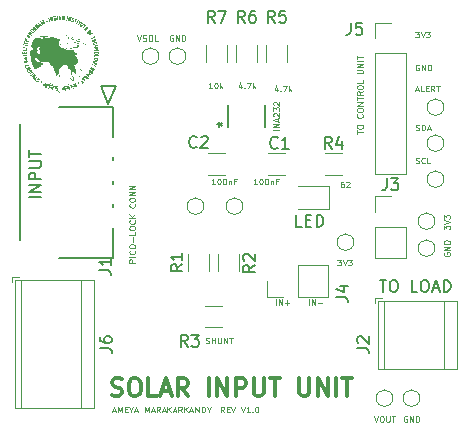
<source format=gbr>
%TF.GenerationSoftware,KiCad,Pcbnew,7.0.2*%
%TF.CreationDate,2024-06-22T20:38:36+05:30*%
%TF.ProjectId,EPS_SolarInput,4550535f-536f-46c6-9172-496e7075742e,v01*%
%TF.SameCoordinates,Original*%
%TF.FileFunction,Legend,Top*%
%TF.FilePolarity,Positive*%
%FSLAX46Y46*%
G04 Gerber Fmt 4.6, Leading zero omitted, Abs format (unit mm)*
G04 Created by KiCad (PCBNEW 7.0.2) date 2024-06-22 20:38:36*
%MOMM*%
%LPD*%
G01*
G04 APERTURE LIST*
%ADD10C,0.125000*%
%ADD11C,0.150000*%
%ADD12C,0.300000*%
%ADD13C,0.120000*%
%ADD14C,0.152400*%
G04 APERTURE END LIST*
D10*
X139572952Y-100776809D02*
X139287238Y-100776809D01*
X139430095Y-100776809D02*
X139430095Y-100276809D01*
X139430095Y-100276809D02*
X139382476Y-100348238D01*
X139382476Y-100348238D02*
X139334857Y-100395857D01*
X139334857Y-100395857D02*
X139287238Y-100419666D01*
X139882475Y-100276809D02*
X139930094Y-100276809D01*
X139930094Y-100276809D02*
X139977713Y-100300619D01*
X139977713Y-100300619D02*
X140001523Y-100324428D01*
X140001523Y-100324428D02*
X140025332Y-100372047D01*
X140025332Y-100372047D02*
X140049142Y-100467285D01*
X140049142Y-100467285D02*
X140049142Y-100586333D01*
X140049142Y-100586333D02*
X140025332Y-100681571D01*
X140025332Y-100681571D02*
X140001523Y-100729190D01*
X140001523Y-100729190D02*
X139977713Y-100753000D01*
X139977713Y-100753000D02*
X139930094Y-100776809D01*
X139930094Y-100776809D02*
X139882475Y-100776809D01*
X139882475Y-100776809D02*
X139834856Y-100753000D01*
X139834856Y-100753000D02*
X139811047Y-100729190D01*
X139811047Y-100729190D02*
X139787237Y-100681571D01*
X139787237Y-100681571D02*
X139763428Y-100586333D01*
X139763428Y-100586333D02*
X139763428Y-100467285D01*
X139763428Y-100467285D02*
X139787237Y-100372047D01*
X139787237Y-100372047D02*
X139811047Y-100324428D01*
X139811047Y-100324428D02*
X139834856Y-100300619D01*
X139834856Y-100300619D02*
X139882475Y-100276809D01*
X140358665Y-100276809D02*
X140406284Y-100276809D01*
X140406284Y-100276809D02*
X140453903Y-100300619D01*
X140453903Y-100300619D02*
X140477713Y-100324428D01*
X140477713Y-100324428D02*
X140501522Y-100372047D01*
X140501522Y-100372047D02*
X140525332Y-100467285D01*
X140525332Y-100467285D02*
X140525332Y-100586333D01*
X140525332Y-100586333D02*
X140501522Y-100681571D01*
X140501522Y-100681571D02*
X140477713Y-100729190D01*
X140477713Y-100729190D02*
X140453903Y-100753000D01*
X140453903Y-100753000D02*
X140406284Y-100776809D01*
X140406284Y-100776809D02*
X140358665Y-100776809D01*
X140358665Y-100776809D02*
X140311046Y-100753000D01*
X140311046Y-100753000D02*
X140287237Y-100729190D01*
X140287237Y-100729190D02*
X140263427Y-100681571D01*
X140263427Y-100681571D02*
X140239618Y-100586333D01*
X140239618Y-100586333D02*
X140239618Y-100467285D01*
X140239618Y-100467285D02*
X140263427Y-100372047D01*
X140263427Y-100372047D02*
X140287237Y-100324428D01*
X140287237Y-100324428D02*
X140311046Y-100300619D01*
X140311046Y-100300619D02*
X140358665Y-100276809D01*
X140739617Y-100443476D02*
X140739617Y-100776809D01*
X140739617Y-100491095D02*
X140763427Y-100467285D01*
X140763427Y-100467285D02*
X140811046Y-100443476D01*
X140811046Y-100443476D02*
X140882474Y-100443476D01*
X140882474Y-100443476D02*
X140930093Y-100467285D01*
X140930093Y-100467285D02*
X140953903Y-100514904D01*
X140953903Y-100514904D02*
X140953903Y-100776809D01*
X141358665Y-100514904D02*
X141191998Y-100514904D01*
X141191998Y-100776809D02*
X141191998Y-100276809D01*
X141191998Y-100276809D02*
X141430093Y-100276809D01*
X143128952Y-100776809D02*
X142843238Y-100776809D01*
X142986095Y-100776809D02*
X142986095Y-100276809D01*
X142986095Y-100276809D02*
X142938476Y-100348238D01*
X142938476Y-100348238D02*
X142890857Y-100395857D01*
X142890857Y-100395857D02*
X142843238Y-100419666D01*
X143438475Y-100276809D02*
X143486094Y-100276809D01*
X143486094Y-100276809D02*
X143533713Y-100300619D01*
X143533713Y-100300619D02*
X143557523Y-100324428D01*
X143557523Y-100324428D02*
X143581332Y-100372047D01*
X143581332Y-100372047D02*
X143605142Y-100467285D01*
X143605142Y-100467285D02*
X143605142Y-100586333D01*
X143605142Y-100586333D02*
X143581332Y-100681571D01*
X143581332Y-100681571D02*
X143557523Y-100729190D01*
X143557523Y-100729190D02*
X143533713Y-100753000D01*
X143533713Y-100753000D02*
X143486094Y-100776809D01*
X143486094Y-100776809D02*
X143438475Y-100776809D01*
X143438475Y-100776809D02*
X143390856Y-100753000D01*
X143390856Y-100753000D02*
X143367047Y-100729190D01*
X143367047Y-100729190D02*
X143343237Y-100681571D01*
X143343237Y-100681571D02*
X143319428Y-100586333D01*
X143319428Y-100586333D02*
X143319428Y-100467285D01*
X143319428Y-100467285D02*
X143343237Y-100372047D01*
X143343237Y-100372047D02*
X143367047Y-100324428D01*
X143367047Y-100324428D02*
X143390856Y-100300619D01*
X143390856Y-100300619D02*
X143438475Y-100276809D01*
X143914665Y-100276809D02*
X143962284Y-100276809D01*
X143962284Y-100276809D02*
X144009903Y-100300619D01*
X144009903Y-100300619D02*
X144033713Y-100324428D01*
X144033713Y-100324428D02*
X144057522Y-100372047D01*
X144057522Y-100372047D02*
X144081332Y-100467285D01*
X144081332Y-100467285D02*
X144081332Y-100586333D01*
X144081332Y-100586333D02*
X144057522Y-100681571D01*
X144057522Y-100681571D02*
X144033713Y-100729190D01*
X144033713Y-100729190D02*
X144009903Y-100753000D01*
X144009903Y-100753000D02*
X143962284Y-100776809D01*
X143962284Y-100776809D02*
X143914665Y-100776809D01*
X143914665Y-100776809D02*
X143867046Y-100753000D01*
X143867046Y-100753000D02*
X143843237Y-100729190D01*
X143843237Y-100729190D02*
X143819427Y-100681571D01*
X143819427Y-100681571D02*
X143795618Y-100586333D01*
X143795618Y-100586333D02*
X143795618Y-100467285D01*
X143795618Y-100467285D02*
X143819427Y-100372047D01*
X143819427Y-100372047D02*
X143843237Y-100324428D01*
X143843237Y-100324428D02*
X143867046Y-100300619D01*
X143867046Y-100300619D02*
X143914665Y-100276809D01*
X144295617Y-100443476D02*
X144295617Y-100776809D01*
X144295617Y-100491095D02*
X144319427Y-100467285D01*
X144319427Y-100467285D02*
X144367046Y-100443476D01*
X144367046Y-100443476D02*
X144438474Y-100443476D01*
X144438474Y-100443476D02*
X144486093Y-100467285D01*
X144486093Y-100467285D02*
X144509903Y-100514904D01*
X144509903Y-100514904D02*
X144509903Y-100776809D01*
X144914665Y-100514904D02*
X144747998Y-100514904D01*
X144747998Y-100776809D02*
X144747998Y-100276809D01*
X144747998Y-100276809D02*
X144986093Y-100276809D01*
X150447333Y-100530809D02*
X150352095Y-100530809D01*
X150352095Y-100530809D02*
X150304476Y-100554619D01*
X150304476Y-100554619D02*
X150280666Y-100578428D01*
X150280666Y-100578428D02*
X150233047Y-100649857D01*
X150233047Y-100649857D02*
X150209238Y-100745095D01*
X150209238Y-100745095D02*
X150209238Y-100935571D01*
X150209238Y-100935571D02*
X150233047Y-100983190D01*
X150233047Y-100983190D02*
X150256857Y-101007000D01*
X150256857Y-101007000D02*
X150304476Y-101030809D01*
X150304476Y-101030809D02*
X150399714Y-101030809D01*
X150399714Y-101030809D02*
X150447333Y-101007000D01*
X150447333Y-101007000D02*
X150471142Y-100983190D01*
X150471142Y-100983190D02*
X150494952Y-100935571D01*
X150494952Y-100935571D02*
X150494952Y-100816523D01*
X150494952Y-100816523D02*
X150471142Y-100768904D01*
X150471142Y-100768904D02*
X150447333Y-100745095D01*
X150447333Y-100745095D02*
X150399714Y-100721285D01*
X150399714Y-100721285D02*
X150304476Y-100721285D01*
X150304476Y-100721285D02*
X150256857Y-100745095D01*
X150256857Y-100745095D02*
X150233047Y-100768904D01*
X150233047Y-100768904D02*
X150209238Y-100816523D01*
X150685428Y-100578428D02*
X150709237Y-100554619D01*
X150709237Y-100554619D02*
X150756856Y-100530809D01*
X150756856Y-100530809D02*
X150875904Y-100530809D01*
X150875904Y-100530809D02*
X150923523Y-100554619D01*
X150923523Y-100554619D02*
X150947332Y-100578428D01*
X150947332Y-100578428D02*
X150971142Y-100626047D01*
X150971142Y-100626047D02*
X150971142Y-100673666D01*
X150971142Y-100673666D02*
X150947332Y-100745095D01*
X150947332Y-100745095D02*
X150661618Y-101030809D01*
X150661618Y-101030809D02*
X150971142Y-101030809D01*
X141811333Y-92315476D02*
X141811333Y-92648809D01*
X141692285Y-92125000D02*
X141573238Y-92482142D01*
X141573238Y-92482142D02*
X141882761Y-92482142D01*
X142073237Y-92601190D02*
X142097047Y-92625000D01*
X142097047Y-92625000D02*
X142073237Y-92648809D01*
X142073237Y-92648809D02*
X142049428Y-92625000D01*
X142049428Y-92625000D02*
X142073237Y-92601190D01*
X142073237Y-92601190D02*
X142073237Y-92648809D01*
X142263713Y-92148809D02*
X142597046Y-92148809D01*
X142597046Y-92148809D02*
X142382761Y-92648809D01*
X142787522Y-92648809D02*
X142787522Y-92148809D01*
X142835141Y-92458333D02*
X142977998Y-92648809D01*
X142977998Y-92315476D02*
X142787522Y-92505952D01*
X144859333Y-92569476D02*
X144859333Y-92902809D01*
X144740285Y-92379000D02*
X144621238Y-92736142D01*
X144621238Y-92736142D02*
X144930761Y-92736142D01*
X145121237Y-92855190D02*
X145145047Y-92879000D01*
X145145047Y-92879000D02*
X145121237Y-92902809D01*
X145121237Y-92902809D02*
X145097428Y-92879000D01*
X145097428Y-92879000D02*
X145121237Y-92855190D01*
X145121237Y-92855190D02*
X145121237Y-92902809D01*
X145311713Y-92402809D02*
X145645046Y-92402809D01*
X145645046Y-92402809D02*
X145430761Y-92902809D01*
X145835522Y-92902809D02*
X145835522Y-92402809D01*
X145883141Y-92712333D02*
X146025998Y-92902809D01*
X146025998Y-92569476D02*
X145835522Y-92759952D01*
X139318952Y-92648809D02*
X139033238Y-92648809D01*
X139176095Y-92648809D02*
X139176095Y-92148809D01*
X139176095Y-92148809D02*
X139128476Y-92220238D01*
X139128476Y-92220238D02*
X139080857Y-92267857D01*
X139080857Y-92267857D02*
X139033238Y-92291666D01*
X139628475Y-92148809D02*
X139676094Y-92148809D01*
X139676094Y-92148809D02*
X139723713Y-92172619D01*
X139723713Y-92172619D02*
X139747523Y-92196428D01*
X139747523Y-92196428D02*
X139771332Y-92244047D01*
X139771332Y-92244047D02*
X139795142Y-92339285D01*
X139795142Y-92339285D02*
X139795142Y-92458333D01*
X139795142Y-92458333D02*
X139771332Y-92553571D01*
X139771332Y-92553571D02*
X139747523Y-92601190D01*
X139747523Y-92601190D02*
X139723713Y-92625000D01*
X139723713Y-92625000D02*
X139676094Y-92648809D01*
X139676094Y-92648809D02*
X139628475Y-92648809D01*
X139628475Y-92648809D02*
X139580856Y-92625000D01*
X139580856Y-92625000D02*
X139557047Y-92601190D01*
X139557047Y-92601190D02*
X139533237Y-92553571D01*
X139533237Y-92553571D02*
X139509428Y-92458333D01*
X139509428Y-92458333D02*
X139509428Y-92339285D01*
X139509428Y-92339285D02*
X139533237Y-92244047D01*
X139533237Y-92244047D02*
X139557047Y-92196428D01*
X139557047Y-92196428D02*
X139580856Y-92172619D01*
X139580856Y-92172619D02*
X139628475Y-92148809D01*
X140009427Y-92648809D02*
X140009427Y-92148809D01*
X140057046Y-92458333D02*
X140199903Y-92648809D01*
X140199903Y-92315476D02*
X140009427Y-92505952D01*
X140358761Y-120080809D02*
X140192095Y-119842714D01*
X140073047Y-120080809D02*
X140073047Y-119580809D01*
X140073047Y-119580809D02*
X140263523Y-119580809D01*
X140263523Y-119580809D02*
X140311142Y-119604619D01*
X140311142Y-119604619D02*
X140334952Y-119628428D01*
X140334952Y-119628428D02*
X140358761Y-119676047D01*
X140358761Y-119676047D02*
X140358761Y-119747476D01*
X140358761Y-119747476D02*
X140334952Y-119795095D01*
X140334952Y-119795095D02*
X140311142Y-119818904D01*
X140311142Y-119818904D02*
X140263523Y-119842714D01*
X140263523Y-119842714D02*
X140073047Y-119842714D01*
X140573047Y-119818904D02*
X140739714Y-119818904D01*
X140811142Y-120080809D02*
X140573047Y-120080809D01*
X140573047Y-120080809D02*
X140573047Y-119580809D01*
X140573047Y-119580809D02*
X140811142Y-119580809D01*
X140954000Y-119580809D02*
X141120666Y-120080809D01*
X141120666Y-120080809D02*
X141287333Y-119580809D01*
X141763523Y-119580809D02*
X141930189Y-120080809D01*
X141930189Y-120080809D02*
X142096856Y-119580809D01*
X142525427Y-120080809D02*
X142239713Y-120080809D01*
X142382570Y-120080809D02*
X142382570Y-119580809D01*
X142382570Y-119580809D02*
X142334951Y-119652238D01*
X142334951Y-119652238D02*
X142287332Y-119699857D01*
X142287332Y-119699857D02*
X142239713Y-119723666D01*
X142739712Y-120033190D02*
X142763522Y-120057000D01*
X142763522Y-120057000D02*
X142739712Y-120080809D01*
X142739712Y-120080809D02*
X142715903Y-120057000D01*
X142715903Y-120057000D02*
X142739712Y-120033190D01*
X142739712Y-120033190D02*
X142739712Y-120080809D01*
X143073045Y-119580809D02*
X143120664Y-119580809D01*
X143120664Y-119580809D02*
X143168283Y-119604619D01*
X143168283Y-119604619D02*
X143192093Y-119628428D01*
X143192093Y-119628428D02*
X143215902Y-119676047D01*
X143215902Y-119676047D02*
X143239712Y-119771285D01*
X143239712Y-119771285D02*
X143239712Y-119890333D01*
X143239712Y-119890333D02*
X143215902Y-119985571D01*
X143215902Y-119985571D02*
X143192093Y-120033190D01*
X143192093Y-120033190D02*
X143168283Y-120057000D01*
X143168283Y-120057000D02*
X143120664Y-120080809D01*
X143120664Y-120080809D02*
X143073045Y-120080809D01*
X143073045Y-120080809D02*
X143025426Y-120057000D01*
X143025426Y-120057000D02*
X143001617Y-120033190D01*
X143001617Y-120033190D02*
X142977807Y-119985571D01*
X142977807Y-119985571D02*
X142953998Y-119890333D01*
X142953998Y-119890333D02*
X142953998Y-119771285D01*
X142953998Y-119771285D02*
X142977807Y-119676047D01*
X142977807Y-119676047D02*
X143001617Y-119628428D01*
X143001617Y-119628428D02*
X143025426Y-119604619D01*
X143025426Y-119604619D02*
X143073045Y-119580809D01*
X132819309Y-107401905D02*
X132319309Y-107401905D01*
X132319309Y-107401905D02*
X132319309Y-107211429D01*
X132319309Y-107211429D02*
X132343119Y-107163810D01*
X132343119Y-107163810D02*
X132366928Y-107140000D01*
X132366928Y-107140000D02*
X132414547Y-107116191D01*
X132414547Y-107116191D02*
X132485976Y-107116191D01*
X132485976Y-107116191D02*
X132533595Y-107140000D01*
X132533595Y-107140000D02*
X132557404Y-107163810D01*
X132557404Y-107163810D02*
X132581214Y-107211429D01*
X132581214Y-107211429D02*
X132581214Y-107401905D01*
X132819309Y-106901905D02*
X132319309Y-106901905D01*
X132771690Y-106378096D02*
X132795500Y-106401905D01*
X132795500Y-106401905D02*
X132819309Y-106473334D01*
X132819309Y-106473334D02*
X132819309Y-106520953D01*
X132819309Y-106520953D02*
X132795500Y-106592381D01*
X132795500Y-106592381D02*
X132747880Y-106640000D01*
X132747880Y-106640000D02*
X132700261Y-106663810D01*
X132700261Y-106663810D02*
X132605023Y-106687619D01*
X132605023Y-106687619D02*
X132533595Y-106687619D01*
X132533595Y-106687619D02*
X132438357Y-106663810D01*
X132438357Y-106663810D02*
X132390738Y-106640000D01*
X132390738Y-106640000D02*
X132343119Y-106592381D01*
X132343119Y-106592381D02*
X132319309Y-106520953D01*
X132319309Y-106520953D02*
X132319309Y-106473334D01*
X132319309Y-106473334D02*
X132343119Y-106401905D01*
X132343119Y-106401905D02*
X132366928Y-106378096D01*
X132319309Y-106068572D02*
X132319309Y-105973334D01*
X132319309Y-105973334D02*
X132343119Y-105925715D01*
X132343119Y-105925715D02*
X132390738Y-105878096D01*
X132390738Y-105878096D02*
X132485976Y-105854286D01*
X132485976Y-105854286D02*
X132652642Y-105854286D01*
X132652642Y-105854286D02*
X132747880Y-105878096D01*
X132747880Y-105878096D02*
X132795500Y-105925715D01*
X132795500Y-105925715D02*
X132819309Y-105973334D01*
X132819309Y-105973334D02*
X132819309Y-106068572D01*
X132819309Y-106068572D02*
X132795500Y-106116191D01*
X132795500Y-106116191D02*
X132747880Y-106163810D01*
X132747880Y-106163810D02*
X132652642Y-106187619D01*
X132652642Y-106187619D02*
X132485976Y-106187619D01*
X132485976Y-106187619D02*
X132390738Y-106163810D01*
X132390738Y-106163810D02*
X132343119Y-106116191D01*
X132343119Y-106116191D02*
X132319309Y-106068572D01*
X132628833Y-105640000D02*
X132628833Y-105259048D01*
X132819309Y-104782857D02*
X132819309Y-105020952D01*
X132819309Y-105020952D02*
X132319309Y-105020952D01*
X132319309Y-104520952D02*
X132319309Y-104425714D01*
X132319309Y-104425714D02*
X132343119Y-104378095D01*
X132343119Y-104378095D02*
X132390738Y-104330476D01*
X132390738Y-104330476D02*
X132485976Y-104306666D01*
X132485976Y-104306666D02*
X132652642Y-104306666D01*
X132652642Y-104306666D02*
X132747880Y-104330476D01*
X132747880Y-104330476D02*
X132795500Y-104378095D01*
X132795500Y-104378095D02*
X132819309Y-104425714D01*
X132819309Y-104425714D02*
X132819309Y-104520952D01*
X132819309Y-104520952D02*
X132795500Y-104568571D01*
X132795500Y-104568571D02*
X132747880Y-104616190D01*
X132747880Y-104616190D02*
X132652642Y-104639999D01*
X132652642Y-104639999D02*
X132485976Y-104639999D01*
X132485976Y-104639999D02*
X132390738Y-104616190D01*
X132390738Y-104616190D02*
X132343119Y-104568571D01*
X132343119Y-104568571D02*
X132319309Y-104520952D01*
X132771690Y-103806666D02*
X132795500Y-103830475D01*
X132795500Y-103830475D02*
X132819309Y-103901904D01*
X132819309Y-103901904D02*
X132819309Y-103949523D01*
X132819309Y-103949523D02*
X132795500Y-104020951D01*
X132795500Y-104020951D02*
X132747880Y-104068570D01*
X132747880Y-104068570D02*
X132700261Y-104092380D01*
X132700261Y-104092380D02*
X132605023Y-104116189D01*
X132605023Y-104116189D02*
X132533595Y-104116189D01*
X132533595Y-104116189D02*
X132438357Y-104092380D01*
X132438357Y-104092380D02*
X132390738Y-104068570D01*
X132390738Y-104068570D02*
X132343119Y-104020951D01*
X132343119Y-104020951D02*
X132319309Y-103949523D01*
X132319309Y-103949523D02*
X132319309Y-103901904D01*
X132319309Y-103901904D02*
X132343119Y-103830475D01*
X132343119Y-103830475D02*
X132366928Y-103806666D01*
X132819309Y-103592380D02*
X132319309Y-103592380D01*
X132819309Y-103306666D02*
X132533595Y-103520951D01*
X132319309Y-103306666D02*
X132605023Y-103592380D01*
X132771690Y-102425714D02*
X132795500Y-102449523D01*
X132795500Y-102449523D02*
X132819309Y-102520952D01*
X132819309Y-102520952D02*
X132819309Y-102568571D01*
X132819309Y-102568571D02*
X132795500Y-102639999D01*
X132795500Y-102639999D02*
X132747880Y-102687618D01*
X132747880Y-102687618D02*
X132700261Y-102711428D01*
X132700261Y-102711428D02*
X132605023Y-102735237D01*
X132605023Y-102735237D02*
X132533595Y-102735237D01*
X132533595Y-102735237D02*
X132438357Y-102711428D01*
X132438357Y-102711428D02*
X132390738Y-102687618D01*
X132390738Y-102687618D02*
X132343119Y-102639999D01*
X132343119Y-102639999D02*
X132319309Y-102568571D01*
X132319309Y-102568571D02*
X132319309Y-102520952D01*
X132319309Y-102520952D02*
X132343119Y-102449523D01*
X132343119Y-102449523D02*
X132366928Y-102425714D01*
X132319309Y-102116190D02*
X132319309Y-102020952D01*
X132319309Y-102020952D02*
X132343119Y-101973333D01*
X132343119Y-101973333D02*
X132390738Y-101925714D01*
X132390738Y-101925714D02*
X132485976Y-101901904D01*
X132485976Y-101901904D02*
X132652642Y-101901904D01*
X132652642Y-101901904D02*
X132747880Y-101925714D01*
X132747880Y-101925714D02*
X132795500Y-101973333D01*
X132795500Y-101973333D02*
X132819309Y-102020952D01*
X132819309Y-102020952D02*
X132819309Y-102116190D01*
X132819309Y-102116190D02*
X132795500Y-102163809D01*
X132795500Y-102163809D02*
X132747880Y-102211428D01*
X132747880Y-102211428D02*
X132652642Y-102235237D01*
X132652642Y-102235237D02*
X132485976Y-102235237D01*
X132485976Y-102235237D02*
X132390738Y-102211428D01*
X132390738Y-102211428D02*
X132343119Y-102163809D01*
X132343119Y-102163809D02*
X132319309Y-102116190D01*
X132819309Y-101687618D02*
X132319309Y-101687618D01*
X132319309Y-101687618D02*
X132819309Y-101401904D01*
X132819309Y-101401904D02*
X132319309Y-101401904D01*
X132819309Y-101163808D02*
X132319309Y-101163808D01*
X132319309Y-101163808D02*
X132819309Y-100878094D01*
X132819309Y-100878094D02*
X132319309Y-100878094D01*
X147510571Y-110975309D02*
X147510571Y-110475309D01*
X147748666Y-110975309D02*
X147748666Y-110475309D01*
X147748666Y-110475309D02*
X148034380Y-110975309D01*
X148034380Y-110975309D02*
X148034380Y-110475309D01*
X148272476Y-110784833D02*
X148653429Y-110784833D01*
X144716571Y-110975309D02*
X144716571Y-110475309D01*
X144954666Y-110975309D02*
X144954666Y-110475309D01*
X144954666Y-110475309D02*
X145240380Y-110975309D01*
X145240380Y-110975309D02*
X145240380Y-110475309D01*
X145478476Y-110784833D02*
X145859429Y-110784833D01*
X145668952Y-110975309D02*
X145668952Y-110594357D01*
X138779238Y-114215000D02*
X138850666Y-114238809D01*
X138850666Y-114238809D02*
X138969714Y-114238809D01*
X138969714Y-114238809D02*
X139017333Y-114215000D01*
X139017333Y-114215000D02*
X139041142Y-114191190D01*
X139041142Y-114191190D02*
X139064952Y-114143571D01*
X139064952Y-114143571D02*
X139064952Y-114095952D01*
X139064952Y-114095952D02*
X139041142Y-114048333D01*
X139041142Y-114048333D02*
X139017333Y-114024523D01*
X139017333Y-114024523D02*
X138969714Y-114000714D01*
X138969714Y-114000714D02*
X138874476Y-113976904D01*
X138874476Y-113976904D02*
X138826857Y-113953095D01*
X138826857Y-113953095D02*
X138803047Y-113929285D01*
X138803047Y-113929285D02*
X138779238Y-113881666D01*
X138779238Y-113881666D02*
X138779238Y-113834047D01*
X138779238Y-113834047D02*
X138803047Y-113786428D01*
X138803047Y-113786428D02*
X138826857Y-113762619D01*
X138826857Y-113762619D02*
X138874476Y-113738809D01*
X138874476Y-113738809D02*
X138993523Y-113738809D01*
X138993523Y-113738809D02*
X139064952Y-113762619D01*
X139279237Y-114238809D02*
X139279237Y-113738809D01*
X139279237Y-113976904D02*
X139564951Y-113976904D01*
X139564951Y-114238809D02*
X139564951Y-113738809D01*
X139803047Y-113738809D02*
X139803047Y-114143571D01*
X139803047Y-114143571D02*
X139826857Y-114191190D01*
X139826857Y-114191190D02*
X139850666Y-114215000D01*
X139850666Y-114215000D02*
X139898285Y-114238809D01*
X139898285Y-114238809D02*
X139993523Y-114238809D01*
X139993523Y-114238809D02*
X140041142Y-114215000D01*
X140041142Y-114215000D02*
X140064952Y-114191190D01*
X140064952Y-114191190D02*
X140088761Y-114143571D01*
X140088761Y-114143571D02*
X140088761Y-113738809D01*
X140326857Y-114238809D02*
X140326857Y-113738809D01*
X140326857Y-113738809D02*
X140612571Y-114238809D01*
X140612571Y-114238809D02*
X140612571Y-113738809D01*
X140779239Y-113738809D02*
X141064953Y-113738809D01*
X140922096Y-114238809D02*
X140922096Y-113738809D01*
X151584809Y-96472380D02*
X151584809Y-96186666D01*
X152084809Y-96329523D02*
X151584809Y-96329523D01*
X151584809Y-95924762D02*
X151584809Y-95829524D01*
X151584809Y-95829524D02*
X151608619Y-95781905D01*
X151608619Y-95781905D02*
X151656238Y-95734286D01*
X151656238Y-95734286D02*
X151751476Y-95710476D01*
X151751476Y-95710476D02*
X151918142Y-95710476D01*
X151918142Y-95710476D02*
X152013380Y-95734286D01*
X152013380Y-95734286D02*
X152061000Y-95781905D01*
X152061000Y-95781905D02*
X152084809Y-95829524D01*
X152084809Y-95829524D02*
X152084809Y-95924762D01*
X152084809Y-95924762D02*
X152061000Y-95972381D01*
X152061000Y-95972381D02*
X152013380Y-96020000D01*
X152013380Y-96020000D02*
X151918142Y-96043809D01*
X151918142Y-96043809D02*
X151751476Y-96043809D01*
X151751476Y-96043809D02*
X151656238Y-96020000D01*
X151656238Y-96020000D02*
X151608619Y-95972381D01*
X151608619Y-95972381D02*
X151584809Y-95924762D01*
X152037190Y-94829524D02*
X152061000Y-94853333D01*
X152061000Y-94853333D02*
X152084809Y-94924762D01*
X152084809Y-94924762D02*
X152084809Y-94972381D01*
X152084809Y-94972381D02*
X152061000Y-95043809D01*
X152061000Y-95043809D02*
X152013380Y-95091428D01*
X152013380Y-95091428D02*
X151965761Y-95115238D01*
X151965761Y-95115238D02*
X151870523Y-95139047D01*
X151870523Y-95139047D02*
X151799095Y-95139047D01*
X151799095Y-95139047D02*
X151703857Y-95115238D01*
X151703857Y-95115238D02*
X151656238Y-95091428D01*
X151656238Y-95091428D02*
X151608619Y-95043809D01*
X151608619Y-95043809D02*
X151584809Y-94972381D01*
X151584809Y-94972381D02*
X151584809Y-94924762D01*
X151584809Y-94924762D02*
X151608619Y-94853333D01*
X151608619Y-94853333D02*
X151632428Y-94829524D01*
X151584809Y-94520000D02*
X151584809Y-94424762D01*
X151584809Y-94424762D02*
X151608619Y-94377143D01*
X151608619Y-94377143D02*
X151656238Y-94329524D01*
X151656238Y-94329524D02*
X151751476Y-94305714D01*
X151751476Y-94305714D02*
X151918142Y-94305714D01*
X151918142Y-94305714D02*
X152013380Y-94329524D01*
X152013380Y-94329524D02*
X152061000Y-94377143D01*
X152061000Y-94377143D02*
X152084809Y-94424762D01*
X152084809Y-94424762D02*
X152084809Y-94520000D01*
X152084809Y-94520000D02*
X152061000Y-94567619D01*
X152061000Y-94567619D02*
X152013380Y-94615238D01*
X152013380Y-94615238D02*
X151918142Y-94639047D01*
X151918142Y-94639047D02*
X151751476Y-94639047D01*
X151751476Y-94639047D02*
X151656238Y-94615238D01*
X151656238Y-94615238D02*
X151608619Y-94567619D01*
X151608619Y-94567619D02*
X151584809Y-94520000D01*
X152084809Y-94091428D02*
X151584809Y-94091428D01*
X151584809Y-94091428D02*
X152084809Y-93805714D01*
X152084809Y-93805714D02*
X151584809Y-93805714D01*
X151584809Y-93639046D02*
X151584809Y-93353332D01*
X152084809Y-93496189D02*
X151584809Y-93496189D01*
X152084809Y-92900952D02*
X151846714Y-93067618D01*
X152084809Y-93186666D02*
X151584809Y-93186666D01*
X151584809Y-93186666D02*
X151584809Y-92996190D01*
X151584809Y-92996190D02*
X151608619Y-92948571D01*
X151608619Y-92948571D02*
X151632428Y-92924761D01*
X151632428Y-92924761D02*
X151680047Y-92900952D01*
X151680047Y-92900952D02*
X151751476Y-92900952D01*
X151751476Y-92900952D02*
X151799095Y-92924761D01*
X151799095Y-92924761D02*
X151822904Y-92948571D01*
X151822904Y-92948571D02*
X151846714Y-92996190D01*
X151846714Y-92996190D02*
X151846714Y-93186666D01*
X151584809Y-92591428D02*
X151584809Y-92496190D01*
X151584809Y-92496190D02*
X151608619Y-92448571D01*
X151608619Y-92448571D02*
X151656238Y-92400952D01*
X151656238Y-92400952D02*
X151751476Y-92377142D01*
X151751476Y-92377142D02*
X151918142Y-92377142D01*
X151918142Y-92377142D02*
X152013380Y-92400952D01*
X152013380Y-92400952D02*
X152061000Y-92448571D01*
X152061000Y-92448571D02*
X152084809Y-92496190D01*
X152084809Y-92496190D02*
X152084809Y-92591428D01*
X152084809Y-92591428D02*
X152061000Y-92639047D01*
X152061000Y-92639047D02*
X152013380Y-92686666D01*
X152013380Y-92686666D02*
X151918142Y-92710475D01*
X151918142Y-92710475D02*
X151751476Y-92710475D01*
X151751476Y-92710475D02*
X151656238Y-92686666D01*
X151656238Y-92686666D02*
X151608619Y-92639047D01*
X151608619Y-92639047D02*
X151584809Y-92591428D01*
X152084809Y-91924761D02*
X152084809Y-92162856D01*
X152084809Y-92162856D02*
X151584809Y-92162856D01*
X151584809Y-91377142D02*
X151989571Y-91377142D01*
X151989571Y-91377142D02*
X152037190Y-91353332D01*
X152037190Y-91353332D02*
X152061000Y-91329523D01*
X152061000Y-91329523D02*
X152084809Y-91281904D01*
X152084809Y-91281904D02*
X152084809Y-91186666D01*
X152084809Y-91186666D02*
X152061000Y-91139047D01*
X152061000Y-91139047D02*
X152037190Y-91115237D01*
X152037190Y-91115237D02*
X151989571Y-91091428D01*
X151989571Y-91091428D02*
X151584809Y-91091428D01*
X152084809Y-90853332D02*
X151584809Y-90853332D01*
X151584809Y-90853332D02*
X152084809Y-90567618D01*
X152084809Y-90567618D02*
X151584809Y-90567618D01*
X152084809Y-90329522D02*
X151584809Y-90329522D01*
X151584809Y-90162855D02*
X151584809Y-89877141D01*
X152084809Y-90019998D02*
X151584809Y-90019998D01*
D11*
X124845619Y-101869904D02*
X123845619Y-101869904D01*
X124845619Y-101393714D02*
X123845619Y-101393714D01*
X123845619Y-101393714D02*
X124845619Y-100822286D01*
X124845619Y-100822286D02*
X123845619Y-100822286D01*
X124845619Y-100346095D02*
X123845619Y-100346095D01*
X123845619Y-100346095D02*
X123845619Y-99965143D01*
X123845619Y-99965143D02*
X123893238Y-99869905D01*
X123893238Y-99869905D02*
X123940857Y-99822286D01*
X123940857Y-99822286D02*
X124036095Y-99774667D01*
X124036095Y-99774667D02*
X124178952Y-99774667D01*
X124178952Y-99774667D02*
X124274190Y-99822286D01*
X124274190Y-99822286D02*
X124321809Y-99869905D01*
X124321809Y-99869905D02*
X124369428Y-99965143D01*
X124369428Y-99965143D02*
X124369428Y-100346095D01*
X123845619Y-99346095D02*
X124655142Y-99346095D01*
X124655142Y-99346095D02*
X124750380Y-99298476D01*
X124750380Y-99298476D02*
X124798000Y-99250857D01*
X124798000Y-99250857D02*
X124845619Y-99155619D01*
X124845619Y-99155619D02*
X124845619Y-98965143D01*
X124845619Y-98965143D02*
X124798000Y-98869905D01*
X124798000Y-98869905D02*
X124750380Y-98822286D01*
X124750380Y-98822286D02*
X124655142Y-98774667D01*
X124655142Y-98774667D02*
X123845619Y-98774667D01*
X123845619Y-98441333D02*
X123845619Y-97869905D01*
X124845619Y-98155619D02*
X123845619Y-98155619D01*
X153511238Y-108859619D02*
X154082666Y-108859619D01*
X153796952Y-109859619D02*
X153796952Y-108859619D01*
X154606476Y-108859619D02*
X154796952Y-108859619D01*
X154796952Y-108859619D02*
X154892190Y-108907238D01*
X154892190Y-108907238D02*
X154987428Y-109002476D01*
X154987428Y-109002476D02*
X155035047Y-109192952D01*
X155035047Y-109192952D02*
X155035047Y-109526285D01*
X155035047Y-109526285D02*
X154987428Y-109716761D01*
X154987428Y-109716761D02*
X154892190Y-109812000D01*
X154892190Y-109812000D02*
X154796952Y-109859619D01*
X154796952Y-109859619D02*
X154606476Y-109859619D01*
X154606476Y-109859619D02*
X154511238Y-109812000D01*
X154511238Y-109812000D02*
X154416000Y-109716761D01*
X154416000Y-109716761D02*
X154368381Y-109526285D01*
X154368381Y-109526285D02*
X154368381Y-109192952D01*
X154368381Y-109192952D02*
X154416000Y-109002476D01*
X154416000Y-109002476D02*
X154511238Y-108907238D01*
X154511238Y-108907238D02*
X154606476Y-108859619D01*
X156701714Y-109859619D02*
X156225524Y-109859619D01*
X156225524Y-109859619D02*
X156225524Y-108859619D01*
X157225524Y-108859619D02*
X157416000Y-108859619D01*
X157416000Y-108859619D02*
X157511238Y-108907238D01*
X157511238Y-108907238D02*
X157606476Y-109002476D01*
X157606476Y-109002476D02*
X157654095Y-109192952D01*
X157654095Y-109192952D02*
X157654095Y-109526285D01*
X157654095Y-109526285D02*
X157606476Y-109716761D01*
X157606476Y-109716761D02*
X157511238Y-109812000D01*
X157511238Y-109812000D02*
X157416000Y-109859619D01*
X157416000Y-109859619D02*
X157225524Y-109859619D01*
X157225524Y-109859619D02*
X157130286Y-109812000D01*
X157130286Y-109812000D02*
X157035048Y-109716761D01*
X157035048Y-109716761D02*
X156987429Y-109526285D01*
X156987429Y-109526285D02*
X156987429Y-109192952D01*
X156987429Y-109192952D02*
X157035048Y-109002476D01*
X157035048Y-109002476D02*
X157130286Y-108907238D01*
X157130286Y-108907238D02*
X157225524Y-108859619D01*
X158035048Y-109573904D02*
X158511238Y-109573904D01*
X157939810Y-109859619D02*
X158273143Y-108859619D01*
X158273143Y-108859619D02*
X158606476Y-109859619D01*
X158939810Y-109859619D02*
X158939810Y-108859619D01*
X158939810Y-108859619D02*
X159177905Y-108859619D01*
X159177905Y-108859619D02*
X159320762Y-108907238D01*
X159320762Y-108907238D02*
X159416000Y-109002476D01*
X159416000Y-109002476D02*
X159463619Y-109097714D01*
X159463619Y-109097714D02*
X159511238Y-109288190D01*
X159511238Y-109288190D02*
X159511238Y-109431047D01*
X159511238Y-109431047D02*
X159463619Y-109621523D01*
X159463619Y-109621523D02*
X159416000Y-109716761D01*
X159416000Y-109716761D02*
X159320762Y-109812000D01*
X159320762Y-109812000D02*
X159177905Y-109859619D01*
X159177905Y-109859619D02*
X158939810Y-109859619D01*
D10*
X149931428Y-107134809D02*
X150240952Y-107134809D01*
X150240952Y-107134809D02*
X150074285Y-107325285D01*
X150074285Y-107325285D02*
X150145714Y-107325285D01*
X150145714Y-107325285D02*
X150193333Y-107349095D01*
X150193333Y-107349095D02*
X150217142Y-107372904D01*
X150217142Y-107372904D02*
X150240952Y-107420523D01*
X150240952Y-107420523D02*
X150240952Y-107539571D01*
X150240952Y-107539571D02*
X150217142Y-107587190D01*
X150217142Y-107587190D02*
X150193333Y-107611000D01*
X150193333Y-107611000D02*
X150145714Y-107634809D01*
X150145714Y-107634809D02*
X150002857Y-107634809D01*
X150002857Y-107634809D02*
X149955238Y-107611000D01*
X149955238Y-107611000D02*
X149931428Y-107587190D01*
X150383809Y-107134809D02*
X150550475Y-107634809D01*
X150550475Y-107634809D02*
X150717142Y-107134809D01*
X150836189Y-107134809D02*
X151145713Y-107134809D01*
X151145713Y-107134809D02*
X150979046Y-107325285D01*
X150979046Y-107325285D02*
X151050475Y-107325285D01*
X151050475Y-107325285D02*
X151098094Y-107349095D01*
X151098094Y-107349095D02*
X151121903Y-107372904D01*
X151121903Y-107372904D02*
X151145713Y-107420523D01*
X151145713Y-107420523D02*
X151145713Y-107539571D01*
X151145713Y-107539571D02*
X151121903Y-107587190D01*
X151121903Y-107587190D02*
X151098094Y-107611000D01*
X151098094Y-107611000D02*
X151050475Y-107634809D01*
X151050475Y-107634809D02*
X150907618Y-107634809D01*
X150907618Y-107634809D02*
X150859999Y-107611000D01*
X150859999Y-107611000D02*
X150836189Y-107587190D01*
X158974619Y-106553047D02*
X158950809Y-106600666D01*
X158950809Y-106600666D02*
X158950809Y-106672095D01*
X158950809Y-106672095D02*
X158974619Y-106743523D01*
X158974619Y-106743523D02*
X159022238Y-106791142D01*
X159022238Y-106791142D02*
X159069857Y-106814952D01*
X159069857Y-106814952D02*
X159165095Y-106838761D01*
X159165095Y-106838761D02*
X159236523Y-106838761D01*
X159236523Y-106838761D02*
X159331761Y-106814952D01*
X159331761Y-106814952D02*
X159379380Y-106791142D01*
X159379380Y-106791142D02*
X159427000Y-106743523D01*
X159427000Y-106743523D02*
X159450809Y-106672095D01*
X159450809Y-106672095D02*
X159450809Y-106624476D01*
X159450809Y-106624476D02*
X159427000Y-106553047D01*
X159427000Y-106553047D02*
X159403190Y-106529238D01*
X159403190Y-106529238D02*
X159236523Y-106529238D01*
X159236523Y-106529238D02*
X159236523Y-106624476D01*
X159450809Y-106314952D02*
X158950809Y-106314952D01*
X158950809Y-106314952D02*
X159450809Y-106029238D01*
X159450809Y-106029238D02*
X158950809Y-106029238D01*
X159450809Y-105791142D02*
X158950809Y-105791142D01*
X158950809Y-105791142D02*
X158950809Y-105672094D01*
X158950809Y-105672094D02*
X158974619Y-105600666D01*
X158974619Y-105600666D02*
X159022238Y-105553047D01*
X159022238Y-105553047D02*
X159069857Y-105529237D01*
X159069857Y-105529237D02*
X159165095Y-105505428D01*
X159165095Y-105505428D02*
X159236523Y-105505428D01*
X159236523Y-105505428D02*
X159331761Y-105529237D01*
X159331761Y-105529237D02*
X159379380Y-105553047D01*
X159379380Y-105553047D02*
X159427000Y-105600666D01*
X159427000Y-105600666D02*
X159450809Y-105672094D01*
X159450809Y-105672094D02*
X159450809Y-105791142D01*
X158950809Y-104576571D02*
X158950809Y-104267047D01*
X158950809Y-104267047D02*
X159141285Y-104433714D01*
X159141285Y-104433714D02*
X159141285Y-104362285D01*
X159141285Y-104362285D02*
X159165095Y-104314666D01*
X159165095Y-104314666D02*
X159188904Y-104290857D01*
X159188904Y-104290857D02*
X159236523Y-104267047D01*
X159236523Y-104267047D02*
X159355571Y-104267047D01*
X159355571Y-104267047D02*
X159403190Y-104290857D01*
X159403190Y-104290857D02*
X159427000Y-104314666D01*
X159427000Y-104314666D02*
X159450809Y-104362285D01*
X159450809Y-104362285D02*
X159450809Y-104505142D01*
X159450809Y-104505142D02*
X159427000Y-104552761D01*
X159427000Y-104552761D02*
X159403190Y-104576571D01*
X158950809Y-104124190D02*
X159450809Y-103957524D01*
X159450809Y-103957524D02*
X158950809Y-103790857D01*
X158950809Y-103671810D02*
X158950809Y-103362286D01*
X158950809Y-103362286D02*
X159141285Y-103528953D01*
X159141285Y-103528953D02*
X159141285Y-103457524D01*
X159141285Y-103457524D02*
X159165095Y-103409905D01*
X159165095Y-103409905D02*
X159188904Y-103386096D01*
X159188904Y-103386096D02*
X159236523Y-103362286D01*
X159236523Y-103362286D02*
X159355571Y-103362286D01*
X159355571Y-103362286D02*
X159403190Y-103386096D01*
X159403190Y-103386096D02*
X159427000Y-103409905D01*
X159427000Y-103409905D02*
X159450809Y-103457524D01*
X159450809Y-103457524D02*
X159450809Y-103600381D01*
X159450809Y-103600381D02*
X159427000Y-103648000D01*
X159427000Y-103648000D02*
X159403190Y-103671810D01*
X156559238Y-98975000D02*
X156630666Y-98998809D01*
X156630666Y-98998809D02*
X156749714Y-98998809D01*
X156749714Y-98998809D02*
X156797333Y-98975000D01*
X156797333Y-98975000D02*
X156821142Y-98951190D01*
X156821142Y-98951190D02*
X156844952Y-98903571D01*
X156844952Y-98903571D02*
X156844952Y-98855952D01*
X156844952Y-98855952D02*
X156821142Y-98808333D01*
X156821142Y-98808333D02*
X156797333Y-98784523D01*
X156797333Y-98784523D02*
X156749714Y-98760714D01*
X156749714Y-98760714D02*
X156654476Y-98736904D01*
X156654476Y-98736904D02*
X156606857Y-98713095D01*
X156606857Y-98713095D02*
X156583047Y-98689285D01*
X156583047Y-98689285D02*
X156559238Y-98641666D01*
X156559238Y-98641666D02*
X156559238Y-98594047D01*
X156559238Y-98594047D02*
X156583047Y-98546428D01*
X156583047Y-98546428D02*
X156606857Y-98522619D01*
X156606857Y-98522619D02*
X156654476Y-98498809D01*
X156654476Y-98498809D02*
X156773523Y-98498809D01*
X156773523Y-98498809D02*
X156844952Y-98522619D01*
X157344951Y-98951190D02*
X157321142Y-98975000D01*
X157321142Y-98975000D02*
X157249713Y-98998809D01*
X157249713Y-98998809D02*
X157202094Y-98998809D01*
X157202094Y-98998809D02*
X157130666Y-98975000D01*
X157130666Y-98975000D02*
X157083047Y-98927380D01*
X157083047Y-98927380D02*
X157059237Y-98879761D01*
X157059237Y-98879761D02*
X157035428Y-98784523D01*
X157035428Y-98784523D02*
X157035428Y-98713095D01*
X157035428Y-98713095D02*
X157059237Y-98617857D01*
X157059237Y-98617857D02*
X157083047Y-98570238D01*
X157083047Y-98570238D02*
X157130666Y-98522619D01*
X157130666Y-98522619D02*
X157202094Y-98498809D01*
X157202094Y-98498809D02*
X157249713Y-98498809D01*
X157249713Y-98498809D02*
X157321142Y-98522619D01*
X157321142Y-98522619D02*
X157344951Y-98546428D01*
X157797332Y-98998809D02*
X157559237Y-98998809D01*
X157559237Y-98998809D02*
X157559237Y-98498809D01*
X156559238Y-96181000D02*
X156630666Y-96204809D01*
X156630666Y-96204809D02*
X156749714Y-96204809D01*
X156749714Y-96204809D02*
X156797333Y-96181000D01*
X156797333Y-96181000D02*
X156821142Y-96157190D01*
X156821142Y-96157190D02*
X156844952Y-96109571D01*
X156844952Y-96109571D02*
X156844952Y-96061952D01*
X156844952Y-96061952D02*
X156821142Y-96014333D01*
X156821142Y-96014333D02*
X156797333Y-95990523D01*
X156797333Y-95990523D02*
X156749714Y-95966714D01*
X156749714Y-95966714D02*
X156654476Y-95942904D01*
X156654476Y-95942904D02*
X156606857Y-95919095D01*
X156606857Y-95919095D02*
X156583047Y-95895285D01*
X156583047Y-95895285D02*
X156559238Y-95847666D01*
X156559238Y-95847666D02*
X156559238Y-95800047D01*
X156559238Y-95800047D02*
X156583047Y-95752428D01*
X156583047Y-95752428D02*
X156606857Y-95728619D01*
X156606857Y-95728619D02*
X156654476Y-95704809D01*
X156654476Y-95704809D02*
X156773523Y-95704809D01*
X156773523Y-95704809D02*
X156844952Y-95728619D01*
X157059237Y-96204809D02*
X157059237Y-95704809D01*
X157059237Y-95704809D02*
X157178285Y-95704809D01*
X157178285Y-95704809D02*
X157249713Y-95728619D01*
X157249713Y-95728619D02*
X157297332Y-95776238D01*
X157297332Y-95776238D02*
X157321142Y-95823857D01*
X157321142Y-95823857D02*
X157344951Y-95919095D01*
X157344951Y-95919095D02*
X157344951Y-95990523D01*
X157344951Y-95990523D02*
X157321142Y-96085761D01*
X157321142Y-96085761D02*
X157297332Y-96133380D01*
X157297332Y-96133380D02*
X157249713Y-96181000D01*
X157249713Y-96181000D02*
X157178285Y-96204809D01*
X157178285Y-96204809D02*
X157059237Y-96204809D01*
X157535428Y-96061952D02*
X157773523Y-96061952D01*
X157487809Y-96204809D02*
X157654475Y-95704809D01*
X157654475Y-95704809D02*
X157821142Y-96204809D01*
X156559238Y-92759952D02*
X156797333Y-92759952D01*
X156511619Y-92902809D02*
X156678285Y-92402809D01*
X156678285Y-92402809D02*
X156844952Y-92902809D01*
X157249713Y-92902809D02*
X157011618Y-92902809D01*
X157011618Y-92902809D02*
X157011618Y-92402809D01*
X157416380Y-92640904D02*
X157583047Y-92640904D01*
X157654475Y-92902809D02*
X157416380Y-92902809D01*
X157416380Y-92902809D02*
X157416380Y-92402809D01*
X157416380Y-92402809D02*
X157654475Y-92402809D01*
X158154475Y-92902809D02*
X157987809Y-92664714D01*
X157868761Y-92902809D02*
X157868761Y-92402809D01*
X157868761Y-92402809D02*
X158059237Y-92402809D01*
X158059237Y-92402809D02*
X158106856Y-92426619D01*
X158106856Y-92426619D02*
X158130666Y-92450428D01*
X158130666Y-92450428D02*
X158154475Y-92498047D01*
X158154475Y-92498047D02*
X158154475Y-92569476D01*
X158154475Y-92569476D02*
X158130666Y-92617095D01*
X158130666Y-92617095D02*
X158106856Y-92640904D01*
X158106856Y-92640904D02*
X158059237Y-92664714D01*
X158059237Y-92664714D02*
X157868761Y-92664714D01*
X158297333Y-92402809D02*
X158583047Y-92402809D01*
X158440190Y-92902809D02*
X158440190Y-92402809D01*
X156844952Y-90648619D02*
X156797333Y-90624809D01*
X156797333Y-90624809D02*
X156725904Y-90624809D01*
X156725904Y-90624809D02*
X156654476Y-90648619D01*
X156654476Y-90648619D02*
X156606857Y-90696238D01*
X156606857Y-90696238D02*
X156583047Y-90743857D01*
X156583047Y-90743857D02*
X156559238Y-90839095D01*
X156559238Y-90839095D02*
X156559238Y-90910523D01*
X156559238Y-90910523D02*
X156583047Y-91005761D01*
X156583047Y-91005761D02*
X156606857Y-91053380D01*
X156606857Y-91053380D02*
X156654476Y-91101000D01*
X156654476Y-91101000D02*
X156725904Y-91124809D01*
X156725904Y-91124809D02*
X156773523Y-91124809D01*
X156773523Y-91124809D02*
X156844952Y-91101000D01*
X156844952Y-91101000D02*
X156868761Y-91077190D01*
X156868761Y-91077190D02*
X156868761Y-90910523D01*
X156868761Y-90910523D02*
X156773523Y-90910523D01*
X157083047Y-91124809D02*
X157083047Y-90624809D01*
X157083047Y-90624809D02*
X157368761Y-91124809D01*
X157368761Y-91124809D02*
X157368761Y-90624809D01*
X157606857Y-91124809D02*
X157606857Y-90624809D01*
X157606857Y-90624809D02*
X157725905Y-90624809D01*
X157725905Y-90624809D02*
X157797333Y-90648619D01*
X157797333Y-90648619D02*
X157844952Y-90696238D01*
X157844952Y-90696238D02*
X157868762Y-90743857D01*
X157868762Y-90743857D02*
X157892571Y-90839095D01*
X157892571Y-90839095D02*
X157892571Y-90910523D01*
X157892571Y-90910523D02*
X157868762Y-91005761D01*
X157868762Y-91005761D02*
X157844952Y-91053380D01*
X157844952Y-91053380D02*
X157797333Y-91101000D01*
X157797333Y-91101000D02*
X157725905Y-91124809D01*
X157725905Y-91124809D02*
X157606857Y-91124809D01*
X156535428Y-87830809D02*
X156844952Y-87830809D01*
X156844952Y-87830809D02*
X156678285Y-88021285D01*
X156678285Y-88021285D02*
X156749714Y-88021285D01*
X156749714Y-88021285D02*
X156797333Y-88045095D01*
X156797333Y-88045095D02*
X156821142Y-88068904D01*
X156821142Y-88068904D02*
X156844952Y-88116523D01*
X156844952Y-88116523D02*
X156844952Y-88235571D01*
X156844952Y-88235571D02*
X156821142Y-88283190D01*
X156821142Y-88283190D02*
X156797333Y-88307000D01*
X156797333Y-88307000D02*
X156749714Y-88330809D01*
X156749714Y-88330809D02*
X156606857Y-88330809D01*
X156606857Y-88330809D02*
X156559238Y-88307000D01*
X156559238Y-88307000D02*
X156535428Y-88283190D01*
X156987809Y-87830809D02*
X157154475Y-88330809D01*
X157154475Y-88330809D02*
X157321142Y-87830809D01*
X157440189Y-87830809D02*
X157749713Y-87830809D01*
X157749713Y-87830809D02*
X157583046Y-88021285D01*
X157583046Y-88021285D02*
X157654475Y-88021285D01*
X157654475Y-88021285D02*
X157702094Y-88045095D01*
X157702094Y-88045095D02*
X157725903Y-88068904D01*
X157725903Y-88068904D02*
X157749713Y-88116523D01*
X157749713Y-88116523D02*
X157749713Y-88235571D01*
X157749713Y-88235571D02*
X157725903Y-88283190D01*
X157725903Y-88283190D02*
X157702094Y-88307000D01*
X157702094Y-88307000D02*
X157654475Y-88330809D01*
X157654475Y-88330809D02*
X157511618Y-88330809D01*
X157511618Y-88330809D02*
X157463999Y-88307000D01*
X157463999Y-88307000D02*
X157440189Y-88283190D01*
X130905238Y-119937952D02*
X131143333Y-119937952D01*
X130857619Y-120080809D02*
X131024285Y-119580809D01*
X131024285Y-119580809D02*
X131190952Y-120080809D01*
X131357618Y-120080809D02*
X131357618Y-119580809D01*
X131357618Y-119580809D02*
X131524285Y-119937952D01*
X131524285Y-119937952D02*
X131690951Y-119580809D01*
X131690951Y-119580809D02*
X131690951Y-120080809D01*
X131929047Y-119818904D02*
X132095714Y-119818904D01*
X132167142Y-120080809D02*
X131929047Y-120080809D01*
X131929047Y-120080809D02*
X131929047Y-119580809D01*
X131929047Y-119580809D02*
X132167142Y-119580809D01*
X132476666Y-119842714D02*
X132476666Y-120080809D01*
X132310000Y-119580809D02*
X132476666Y-119842714D01*
X132476666Y-119842714D02*
X132643333Y-119580809D01*
X132786190Y-119937952D02*
X133024285Y-119937952D01*
X132738571Y-120080809D02*
X132905237Y-119580809D01*
X132905237Y-119580809D02*
X133071904Y-120080809D01*
X133619522Y-120080809D02*
X133619522Y-119580809D01*
X133619522Y-119580809D02*
X133786189Y-119937952D01*
X133786189Y-119937952D02*
X133952855Y-119580809D01*
X133952855Y-119580809D02*
X133952855Y-120080809D01*
X134167142Y-119937952D02*
X134405237Y-119937952D01*
X134119523Y-120080809D02*
X134286189Y-119580809D01*
X134286189Y-119580809D02*
X134452856Y-120080809D01*
X134905236Y-120080809D02*
X134738570Y-119842714D01*
X134619522Y-120080809D02*
X134619522Y-119580809D01*
X134619522Y-119580809D02*
X134809998Y-119580809D01*
X134809998Y-119580809D02*
X134857617Y-119604619D01*
X134857617Y-119604619D02*
X134881427Y-119628428D01*
X134881427Y-119628428D02*
X134905236Y-119676047D01*
X134905236Y-119676047D02*
X134905236Y-119747476D01*
X134905236Y-119747476D02*
X134881427Y-119795095D01*
X134881427Y-119795095D02*
X134857617Y-119818904D01*
X134857617Y-119818904D02*
X134809998Y-119842714D01*
X134809998Y-119842714D02*
X134619522Y-119842714D01*
X135095713Y-119937952D02*
X135333808Y-119937952D01*
X135048094Y-120080809D02*
X135214760Y-119580809D01*
X135214760Y-119580809D02*
X135381427Y-120080809D01*
X135548093Y-120080809D02*
X135548093Y-119580809D01*
X135833807Y-120080809D02*
X135619522Y-119795095D01*
X135833807Y-119580809D02*
X135548093Y-119866523D01*
X136024284Y-119937952D02*
X136262379Y-119937952D01*
X135976665Y-120080809D02*
X136143331Y-119580809D01*
X136143331Y-119580809D02*
X136309998Y-120080809D01*
X136762378Y-120080809D02*
X136595712Y-119842714D01*
X136476664Y-120080809D02*
X136476664Y-119580809D01*
X136476664Y-119580809D02*
X136667140Y-119580809D01*
X136667140Y-119580809D02*
X136714759Y-119604619D01*
X136714759Y-119604619D02*
X136738569Y-119628428D01*
X136738569Y-119628428D02*
X136762378Y-119676047D01*
X136762378Y-119676047D02*
X136762378Y-119747476D01*
X136762378Y-119747476D02*
X136738569Y-119795095D01*
X136738569Y-119795095D02*
X136714759Y-119818904D01*
X136714759Y-119818904D02*
X136667140Y-119842714D01*
X136667140Y-119842714D02*
X136476664Y-119842714D01*
X136976664Y-120080809D02*
X136976664Y-119580809D01*
X137262378Y-120080809D02*
X137048093Y-119795095D01*
X137262378Y-119580809D02*
X136976664Y-119866523D01*
X137452855Y-119937952D02*
X137690950Y-119937952D01*
X137405236Y-120080809D02*
X137571902Y-119580809D01*
X137571902Y-119580809D02*
X137738569Y-120080809D01*
X137905235Y-120080809D02*
X137905235Y-119580809D01*
X137905235Y-119580809D02*
X138190949Y-120080809D01*
X138190949Y-120080809D02*
X138190949Y-119580809D01*
X138429045Y-120080809D02*
X138429045Y-119580809D01*
X138429045Y-119580809D02*
X138548093Y-119580809D01*
X138548093Y-119580809D02*
X138619521Y-119604619D01*
X138619521Y-119604619D02*
X138667140Y-119652238D01*
X138667140Y-119652238D02*
X138690950Y-119699857D01*
X138690950Y-119699857D02*
X138714759Y-119795095D01*
X138714759Y-119795095D02*
X138714759Y-119866523D01*
X138714759Y-119866523D02*
X138690950Y-119961761D01*
X138690950Y-119961761D02*
X138667140Y-120009380D01*
X138667140Y-120009380D02*
X138619521Y-120057000D01*
X138619521Y-120057000D02*
X138548093Y-120080809D01*
X138548093Y-120080809D02*
X138429045Y-120080809D01*
X139024283Y-119842714D02*
X139024283Y-120080809D01*
X138857617Y-119580809D02*
X139024283Y-119842714D01*
X139024283Y-119842714D02*
X139190950Y-119580809D01*
D12*
X130841714Y-118617000D02*
X131056000Y-118688428D01*
X131056000Y-118688428D02*
X131413142Y-118688428D01*
X131413142Y-118688428D02*
X131556000Y-118617000D01*
X131556000Y-118617000D02*
X131627428Y-118545571D01*
X131627428Y-118545571D02*
X131698857Y-118402714D01*
X131698857Y-118402714D02*
X131698857Y-118259857D01*
X131698857Y-118259857D02*
X131627428Y-118117000D01*
X131627428Y-118117000D02*
X131556000Y-118045571D01*
X131556000Y-118045571D02*
X131413142Y-117974142D01*
X131413142Y-117974142D02*
X131127428Y-117902714D01*
X131127428Y-117902714D02*
X130984571Y-117831285D01*
X130984571Y-117831285D02*
X130913142Y-117759857D01*
X130913142Y-117759857D02*
X130841714Y-117617000D01*
X130841714Y-117617000D02*
X130841714Y-117474142D01*
X130841714Y-117474142D02*
X130913142Y-117331285D01*
X130913142Y-117331285D02*
X130984571Y-117259857D01*
X130984571Y-117259857D02*
X131127428Y-117188428D01*
X131127428Y-117188428D02*
X131484571Y-117188428D01*
X131484571Y-117188428D02*
X131698857Y-117259857D01*
X132627428Y-117188428D02*
X132913142Y-117188428D01*
X132913142Y-117188428D02*
X133055999Y-117259857D01*
X133055999Y-117259857D02*
X133198856Y-117402714D01*
X133198856Y-117402714D02*
X133270285Y-117688428D01*
X133270285Y-117688428D02*
X133270285Y-118188428D01*
X133270285Y-118188428D02*
X133198856Y-118474142D01*
X133198856Y-118474142D02*
X133055999Y-118617000D01*
X133055999Y-118617000D02*
X132913142Y-118688428D01*
X132913142Y-118688428D02*
X132627428Y-118688428D01*
X132627428Y-118688428D02*
X132484571Y-118617000D01*
X132484571Y-118617000D02*
X132341713Y-118474142D01*
X132341713Y-118474142D02*
X132270285Y-118188428D01*
X132270285Y-118188428D02*
X132270285Y-117688428D01*
X132270285Y-117688428D02*
X132341713Y-117402714D01*
X132341713Y-117402714D02*
X132484571Y-117259857D01*
X132484571Y-117259857D02*
X132627428Y-117188428D01*
X134627428Y-118688428D02*
X133913142Y-118688428D01*
X133913142Y-118688428D02*
X133913142Y-117188428D01*
X135056000Y-118259857D02*
X135770286Y-118259857D01*
X134913143Y-118688428D02*
X135413143Y-117188428D01*
X135413143Y-117188428D02*
X135913143Y-118688428D01*
X137270285Y-118688428D02*
X136770285Y-117974142D01*
X136413142Y-118688428D02*
X136413142Y-117188428D01*
X136413142Y-117188428D02*
X136984571Y-117188428D01*
X136984571Y-117188428D02*
X137127428Y-117259857D01*
X137127428Y-117259857D02*
X137198857Y-117331285D01*
X137198857Y-117331285D02*
X137270285Y-117474142D01*
X137270285Y-117474142D02*
X137270285Y-117688428D01*
X137270285Y-117688428D02*
X137198857Y-117831285D01*
X137198857Y-117831285D02*
X137127428Y-117902714D01*
X137127428Y-117902714D02*
X136984571Y-117974142D01*
X136984571Y-117974142D02*
X136413142Y-117974142D01*
X139055999Y-118688428D02*
X139055999Y-117188428D01*
X139770285Y-118688428D02*
X139770285Y-117188428D01*
X139770285Y-117188428D02*
X140627428Y-118688428D01*
X140627428Y-118688428D02*
X140627428Y-117188428D01*
X141341714Y-118688428D02*
X141341714Y-117188428D01*
X141341714Y-117188428D02*
X141913143Y-117188428D01*
X141913143Y-117188428D02*
X142056000Y-117259857D01*
X142056000Y-117259857D02*
X142127429Y-117331285D01*
X142127429Y-117331285D02*
X142198857Y-117474142D01*
X142198857Y-117474142D02*
X142198857Y-117688428D01*
X142198857Y-117688428D02*
X142127429Y-117831285D01*
X142127429Y-117831285D02*
X142056000Y-117902714D01*
X142056000Y-117902714D02*
X141913143Y-117974142D01*
X141913143Y-117974142D02*
X141341714Y-117974142D01*
X142841714Y-117188428D02*
X142841714Y-118402714D01*
X142841714Y-118402714D02*
X142913143Y-118545571D01*
X142913143Y-118545571D02*
X142984572Y-118617000D01*
X142984572Y-118617000D02*
X143127429Y-118688428D01*
X143127429Y-118688428D02*
X143413143Y-118688428D01*
X143413143Y-118688428D02*
X143556000Y-118617000D01*
X143556000Y-118617000D02*
X143627429Y-118545571D01*
X143627429Y-118545571D02*
X143698857Y-118402714D01*
X143698857Y-118402714D02*
X143698857Y-117188428D01*
X144198858Y-117188428D02*
X145056001Y-117188428D01*
X144627429Y-118688428D02*
X144627429Y-117188428D01*
X146698857Y-117188428D02*
X146698857Y-118402714D01*
X146698857Y-118402714D02*
X146770286Y-118545571D01*
X146770286Y-118545571D02*
X146841715Y-118617000D01*
X146841715Y-118617000D02*
X146984572Y-118688428D01*
X146984572Y-118688428D02*
X147270286Y-118688428D01*
X147270286Y-118688428D02*
X147413143Y-118617000D01*
X147413143Y-118617000D02*
X147484572Y-118545571D01*
X147484572Y-118545571D02*
X147556000Y-118402714D01*
X147556000Y-118402714D02*
X147556000Y-117188428D01*
X148270286Y-118688428D02*
X148270286Y-117188428D01*
X148270286Y-117188428D02*
X149127429Y-118688428D01*
X149127429Y-118688428D02*
X149127429Y-117188428D01*
X149841715Y-118688428D02*
X149841715Y-117188428D01*
X150341716Y-117188428D02*
X151198859Y-117188428D01*
X150770287Y-118688428D02*
X150770287Y-117188428D01*
D11*
%TO.C,J4*%
X149830619Y-110315333D02*
X150544904Y-110315333D01*
X150544904Y-110315333D02*
X150687761Y-110362952D01*
X150687761Y-110362952D02*
X150783000Y-110458190D01*
X150783000Y-110458190D02*
X150830619Y-110601047D01*
X150830619Y-110601047D02*
X150830619Y-110696285D01*
X150163952Y-109410571D02*
X150830619Y-109410571D01*
X149783000Y-109648666D02*
X150497285Y-109886761D01*
X150497285Y-109886761D02*
X150497285Y-109267714D01*
D10*
%TO.C,GND*%
X155829047Y-120405119D02*
X155781428Y-120381309D01*
X155781428Y-120381309D02*
X155709999Y-120381309D01*
X155709999Y-120381309D02*
X155638571Y-120405119D01*
X155638571Y-120405119D02*
X155590952Y-120452738D01*
X155590952Y-120452738D02*
X155567142Y-120500357D01*
X155567142Y-120500357D02*
X155543333Y-120595595D01*
X155543333Y-120595595D02*
X155543333Y-120667023D01*
X155543333Y-120667023D02*
X155567142Y-120762261D01*
X155567142Y-120762261D02*
X155590952Y-120809880D01*
X155590952Y-120809880D02*
X155638571Y-120857500D01*
X155638571Y-120857500D02*
X155709999Y-120881309D01*
X155709999Y-120881309D02*
X155757618Y-120881309D01*
X155757618Y-120881309D02*
X155829047Y-120857500D01*
X155829047Y-120857500D02*
X155852856Y-120833690D01*
X155852856Y-120833690D02*
X155852856Y-120667023D01*
X155852856Y-120667023D02*
X155757618Y-120667023D01*
X156067142Y-120881309D02*
X156067142Y-120381309D01*
X156067142Y-120381309D02*
X156352856Y-120881309D01*
X156352856Y-120881309D02*
X156352856Y-120381309D01*
X156590952Y-120881309D02*
X156590952Y-120381309D01*
X156590952Y-120381309D02*
X156710000Y-120381309D01*
X156710000Y-120381309D02*
X156781428Y-120405119D01*
X156781428Y-120405119D02*
X156829047Y-120452738D01*
X156829047Y-120452738D02*
X156852857Y-120500357D01*
X156852857Y-120500357D02*
X156876666Y-120595595D01*
X156876666Y-120595595D02*
X156876666Y-120667023D01*
X156876666Y-120667023D02*
X156852857Y-120762261D01*
X156852857Y-120762261D02*
X156829047Y-120809880D01*
X156829047Y-120809880D02*
X156781428Y-120857500D01*
X156781428Y-120857500D02*
X156710000Y-120881309D01*
X156710000Y-120881309D02*
X156590952Y-120881309D01*
%TO.C,VOUT*%
X153043048Y-120381309D02*
X153209714Y-120881309D01*
X153209714Y-120881309D02*
X153376381Y-120381309D01*
X153638285Y-120381309D02*
X153733523Y-120381309D01*
X153733523Y-120381309D02*
X153781142Y-120405119D01*
X153781142Y-120405119D02*
X153828761Y-120452738D01*
X153828761Y-120452738D02*
X153852571Y-120547976D01*
X153852571Y-120547976D02*
X153852571Y-120714642D01*
X153852571Y-120714642D02*
X153828761Y-120809880D01*
X153828761Y-120809880D02*
X153781142Y-120857500D01*
X153781142Y-120857500D02*
X153733523Y-120881309D01*
X153733523Y-120881309D02*
X153638285Y-120881309D01*
X153638285Y-120881309D02*
X153590666Y-120857500D01*
X153590666Y-120857500D02*
X153543047Y-120809880D01*
X153543047Y-120809880D02*
X153519238Y-120714642D01*
X153519238Y-120714642D02*
X153519238Y-120547976D01*
X153519238Y-120547976D02*
X153543047Y-120452738D01*
X153543047Y-120452738D02*
X153590666Y-120405119D01*
X153590666Y-120405119D02*
X153638285Y-120381309D01*
X154066857Y-120381309D02*
X154066857Y-120786071D01*
X154066857Y-120786071D02*
X154090667Y-120833690D01*
X154090667Y-120833690D02*
X154114476Y-120857500D01*
X154114476Y-120857500D02*
X154162095Y-120881309D01*
X154162095Y-120881309D02*
X154257333Y-120881309D01*
X154257333Y-120881309D02*
X154304952Y-120857500D01*
X154304952Y-120857500D02*
X154328762Y-120833690D01*
X154328762Y-120833690D02*
X154352571Y-120786071D01*
X154352571Y-120786071D02*
X154352571Y-120381309D01*
X154519239Y-120381309D02*
X154804953Y-120381309D01*
X154662096Y-120881309D02*
X154662096Y-120381309D01*
%TO.C,TP2*%
X136017047Y-88147119D02*
X135969428Y-88123309D01*
X135969428Y-88123309D02*
X135897999Y-88123309D01*
X135897999Y-88123309D02*
X135826571Y-88147119D01*
X135826571Y-88147119D02*
X135778952Y-88194738D01*
X135778952Y-88194738D02*
X135755142Y-88242357D01*
X135755142Y-88242357D02*
X135731333Y-88337595D01*
X135731333Y-88337595D02*
X135731333Y-88409023D01*
X135731333Y-88409023D02*
X135755142Y-88504261D01*
X135755142Y-88504261D02*
X135778952Y-88551880D01*
X135778952Y-88551880D02*
X135826571Y-88599500D01*
X135826571Y-88599500D02*
X135897999Y-88623309D01*
X135897999Y-88623309D02*
X135945618Y-88623309D01*
X135945618Y-88623309D02*
X136017047Y-88599500D01*
X136017047Y-88599500D02*
X136040856Y-88575690D01*
X136040856Y-88575690D02*
X136040856Y-88409023D01*
X136040856Y-88409023D02*
X135945618Y-88409023D01*
X136255142Y-88623309D02*
X136255142Y-88123309D01*
X136255142Y-88123309D02*
X136540856Y-88623309D01*
X136540856Y-88623309D02*
X136540856Y-88123309D01*
X136778952Y-88623309D02*
X136778952Y-88123309D01*
X136778952Y-88123309D02*
X136898000Y-88123309D01*
X136898000Y-88123309D02*
X136969428Y-88147119D01*
X136969428Y-88147119D02*
X137017047Y-88194738D01*
X137017047Y-88194738D02*
X137040857Y-88242357D01*
X137040857Y-88242357D02*
X137064666Y-88337595D01*
X137064666Y-88337595D02*
X137064666Y-88409023D01*
X137064666Y-88409023D02*
X137040857Y-88504261D01*
X137040857Y-88504261D02*
X137017047Y-88551880D01*
X137017047Y-88551880D02*
X136969428Y-88599500D01*
X136969428Y-88599500D02*
X136898000Y-88623309D01*
X136898000Y-88623309D02*
X136778952Y-88623309D01*
%TO.C,TP1*%
X132988953Y-88123309D02*
X133155619Y-88623309D01*
X133155619Y-88623309D02*
X133322286Y-88123309D01*
X133465143Y-88599500D02*
X133536571Y-88623309D01*
X133536571Y-88623309D02*
X133655619Y-88623309D01*
X133655619Y-88623309D02*
X133703238Y-88599500D01*
X133703238Y-88599500D02*
X133727047Y-88575690D01*
X133727047Y-88575690D02*
X133750857Y-88528071D01*
X133750857Y-88528071D02*
X133750857Y-88480452D01*
X133750857Y-88480452D02*
X133727047Y-88432833D01*
X133727047Y-88432833D02*
X133703238Y-88409023D01*
X133703238Y-88409023D02*
X133655619Y-88385214D01*
X133655619Y-88385214D02*
X133560381Y-88361404D01*
X133560381Y-88361404D02*
X133512762Y-88337595D01*
X133512762Y-88337595D02*
X133488952Y-88313785D01*
X133488952Y-88313785D02*
X133465143Y-88266166D01*
X133465143Y-88266166D02*
X133465143Y-88218547D01*
X133465143Y-88218547D02*
X133488952Y-88170928D01*
X133488952Y-88170928D02*
X133512762Y-88147119D01*
X133512762Y-88147119D02*
X133560381Y-88123309D01*
X133560381Y-88123309D02*
X133679428Y-88123309D01*
X133679428Y-88123309D02*
X133750857Y-88147119D01*
X134060380Y-88123309D02*
X134155618Y-88123309D01*
X134155618Y-88123309D02*
X134203237Y-88147119D01*
X134203237Y-88147119D02*
X134250856Y-88194738D01*
X134250856Y-88194738D02*
X134274666Y-88289976D01*
X134274666Y-88289976D02*
X134274666Y-88456642D01*
X134274666Y-88456642D02*
X134250856Y-88551880D01*
X134250856Y-88551880D02*
X134203237Y-88599500D01*
X134203237Y-88599500D02*
X134155618Y-88623309D01*
X134155618Y-88623309D02*
X134060380Y-88623309D01*
X134060380Y-88623309D02*
X134012761Y-88599500D01*
X134012761Y-88599500D02*
X133965142Y-88551880D01*
X133965142Y-88551880D02*
X133941333Y-88456642D01*
X133941333Y-88456642D02*
X133941333Y-88289976D01*
X133941333Y-88289976D02*
X133965142Y-88194738D01*
X133965142Y-88194738D02*
X134012761Y-88147119D01*
X134012761Y-88147119D02*
X134060380Y-88123309D01*
X134727047Y-88623309D02*
X134488952Y-88623309D01*
X134488952Y-88623309D02*
X134488952Y-88123309D01*
D11*
%TO.C,C2*%
X138009333Y-97577380D02*
X137961714Y-97625000D01*
X137961714Y-97625000D02*
X137818857Y-97672619D01*
X137818857Y-97672619D02*
X137723619Y-97672619D01*
X137723619Y-97672619D02*
X137580762Y-97625000D01*
X137580762Y-97625000D02*
X137485524Y-97529761D01*
X137485524Y-97529761D02*
X137437905Y-97434523D01*
X137437905Y-97434523D02*
X137390286Y-97244047D01*
X137390286Y-97244047D02*
X137390286Y-97101190D01*
X137390286Y-97101190D02*
X137437905Y-96910714D01*
X137437905Y-96910714D02*
X137485524Y-96815476D01*
X137485524Y-96815476D02*
X137580762Y-96720238D01*
X137580762Y-96720238D02*
X137723619Y-96672619D01*
X137723619Y-96672619D02*
X137818857Y-96672619D01*
X137818857Y-96672619D02*
X137961714Y-96720238D01*
X137961714Y-96720238D02*
X138009333Y-96767857D01*
X138390286Y-96767857D02*
X138437905Y-96720238D01*
X138437905Y-96720238D02*
X138533143Y-96672619D01*
X138533143Y-96672619D02*
X138771238Y-96672619D01*
X138771238Y-96672619D02*
X138866476Y-96720238D01*
X138866476Y-96720238D02*
X138914095Y-96767857D01*
X138914095Y-96767857D02*
X138961714Y-96863095D01*
X138961714Y-96863095D02*
X138961714Y-96958333D01*
X138961714Y-96958333D02*
X138914095Y-97101190D01*
X138914095Y-97101190D02*
X138342667Y-97672619D01*
X138342667Y-97672619D02*
X138961714Y-97672619D01*
%TO.C,R4*%
X149439333Y-97744619D02*
X149106000Y-97268428D01*
X148867905Y-97744619D02*
X148867905Y-96744619D01*
X148867905Y-96744619D02*
X149248857Y-96744619D01*
X149248857Y-96744619D02*
X149344095Y-96792238D01*
X149344095Y-96792238D02*
X149391714Y-96839857D01*
X149391714Y-96839857D02*
X149439333Y-96935095D01*
X149439333Y-96935095D02*
X149439333Y-97077952D01*
X149439333Y-97077952D02*
X149391714Y-97173190D01*
X149391714Y-97173190D02*
X149344095Y-97220809D01*
X149344095Y-97220809D02*
X149248857Y-97268428D01*
X149248857Y-97268428D02*
X148867905Y-97268428D01*
X150296476Y-97077952D02*
X150296476Y-97744619D01*
X150058381Y-96697000D02*
X149820286Y-97411285D01*
X149820286Y-97411285D02*
X150439333Y-97411285D01*
%TO.C,R2*%
X142956619Y-107608666D02*
X142480428Y-107941999D01*
X142956619Y-108180094D02*
X141956619Y-108180094D01*
X141956619Y-108180094D02*
X141956619Y-107799142D01*
X141956619Y-107799142D02*
X142004238Y-107703904D01*
X142004238Y-107703904D02*
X142051857Y-107656285D01*
X142051857Y-107656285D02*
X142147095Y-107608666D01*
X142147095Y-107608666D02*
X142289952Y-107608666D01*
X142289952Y-107608666D02*
X142385190Y-107656285D01*
X142385190Y-107656285D02*
X142432809Y-107703904D01*
X142432809Y-107703904D02*
X142480428Y-107799142D01*
X142480428Y-107799142D02*
X142480428Y-108180094D01*
X142051857Y-107227713D02*
X142004238Y-107180094D01*
X142004238Y-107180094D02*
X141956619Y-107084856D01*
X141956619Y-107084856D02*
X141956619Y-106846761D01*
X141956619Y-106846761D02*
X142004238Y-106751523D01*
X142004238Y-106751523D02*
X142051857Y-106703904D01*
X142051857Y-106703904D02*
X142147095Y-106656285D01*
X142147095Y-106656285D02*
X142242333Y-106656285D01*
X142242333Y-106656285D02*
X142385190Y-106703904D01*
X142385190Y-106703904D02*
X142956619Y-107275332D01*
X142956619Y-107275332D02*
X142956619Y-106656285D01*
%TO.C,J5*%
X151050666Y-87092619D02*
X151050666Y-87806904D01*
X151050666Y-87806904D02*
X151003047Y-87949761D01*
X151003047Y-87949761D02*
X150907809Y-88045000D01*
X150907809Y-88045000D02*
X150764952Y-88092619D01*
X150764952Y-88092619D02*
X150669714Y-88092619D01*
X152003047Y-87092619D02*
X151526857Y-87092619D01*
X151526857Y-87092619D02*
X151479238Y-87568809D01*
X151479238Y-87568809D02*
X151526857Y-87521190D01*
X151526857Y-87521190D02*
X151622095Y-87473571D01*
X151622095Y-87473571D02*
X151860190Y-87473571D01*
X151860190Y-87473571D02*
X151955428Y-87521190D01*
X151955428Y-87521190D02*
X152003047Y-87568809D01*
X152003047Y-87568809D02*
X152050666Y-87664047D01*
X152050666Y-87664047D02*
X152050666Y-87902142D01*
X152050666Y-87902142D02*
X152003047Y-87997380D01*
X152003047Y-87997380D02*
X151955428Y-88045000D01*
X151955428Y-88045000D02*
X151860190Y-88092619D01*
X151860190Y-88092619D02*
X151622095Y-88092619D01*
X151622095Y-88092619D02*
X151526857Y-88045000D01*
X151526857Y-88045000D02*
X151479238Y-87997380D01*
%TO.C,R7*%
X139533333Y-87076619D02*
X139200000Y-86600428D01*
X138961905Y-87076619D02*
X138961905Y-86076619D01*
X138961905Y-86076619D02*
X139342857Y-86076619D01*
X139342857Y-86076619D02*
X139438095Y-86124238D01*
X139438095Y-86124238D02*
X139485714Y-86171857D01*
X139485714Y-86171857D02*
X139533333Y-86267095D01*
X139533333Y-86267095D02*
X139533333Y-86409952D01*
X139533333Y-86409952D02*
X139485714Y-86505190D01*
X139485714Y-86505190D02*
X139438095Y-86552809D01*
X139438095Y-86552809D02*
X139342857Y-86600428D01*
X139342857Y-86600428D02*
X138961905Y-86600428D01*
X139866667Y-86076619D02*
X140533333Y-86076619D01*
X140533333Y-86076619D02*
X140104762Y-87076619D01*
%TO.C,J3*%
X154098666Y-100251619D02*
X154098666Y-100965904D01*
X154098666Y-100965904D02*
X154051047Y-101108761D01*
X154051047Y-101108761D02*
X153955809Y-101204000D01*
X153955809Y-101204000D02*
X153812952Y-101251619D01*
X153812952Y-101251619D02*
X153717714Y-101251619D01*
X154479619Y-100251619D02*
X155098666Y-100251619D01*
X155098666Y-100251619D02*
X154765333Y-100632571D01*
X154765333Y-100632571D02*
X154908190Y-100632571D01*
X154908190Y-100632571D02*
X155003428Y-100680190D01*
X155003428Y-100680190D02*
X155051047Y-100727809D01*
X155051047Y-100727809D02*
X155098666Y-100823047D01*
X155098666Y-100823047D02*
X155098666Y-101061142D01*
X155098666Y-101061142D02*
X155051047Y-101156380D01*
X155051047Y-101156380D02*
X155003428Y-101204000D01*
X155003428Y-101204000D02*
X154908190Y-101251619D01*
X154908190Y-101251619D02*
X154622476Y-101251619D01*
X154622476Y-101251619D02*
X154527238Y-101204000D01*
X154527238Y-101204000D02*
X154479619Y-101156380D01*
%TO.C,R6*%
X142073333Y-87076619D02*
X141740000Y-86600428D01*
X141501905Y-87076619D02*
X141501905Y-86076619D01*
X141501905Y-86076619D02*
X141882857Y-86076619D01*
X141882857Y-86076619D02*
X141978095Y-86124238D01*
X141978095Y-86124238D02*
X142025714Y-86171857D01*
X142025714Y-86171857D02*
X142073333Y-86267095D01*
X142073333Y-86267095D02*
X142073333Y-86409952D01*
X142073333Y-86409952D02*
X142025714Y-86505190D01*
X142025714Y-86505190D02*
X141978095Y-86552809D01*
X141978095Y-86552809D02*
X141882857Y-86600428D01*
X141882857Y-86600428D02*
X141501905Y-86600428D01*
X142930476Y-86076619D02*
X142740000Y-86076619D01*
X142740000Y-86076619D02*
X142644762Y-86124238D01*
X142644762Y-86124238D02*
X142597143Y-86171857D01*
X142597143Y-86171857D02*
X142501905Y-86314714D01*
X142501905Y-86314714D02*
X142454286Y-86505190D01*
X142454286Y-86505190D02*
X142454286Y-86886142D01*
X142454286Y-86886142D02*
X142501905Y-86981380D01*
X142501905Y-86981380D02*
X142549524Y-87029000D01*
X142549524Y-87029000D02*
X142644762Y-87076619D01*
X142644762Y-87076619D02*
X142835238Y-87076619D01*
X142835238Y-87076619D02*
X142930476Y-87029000D01*
X142930476Y-87029000D02*
X142978095Y-86981380D01*
X142978095Y-86981380D02*
X143025714Y-86886142D01*
X143025714Y-86886142D02*
X143025714Y-86648047D01*
X143025714Y-86648047D02*
X142978095Y-86552809D01*
X142978095Y-86552809D02*
X142930476Y-86505190D01*
X142930476Y-86505190D02*
X142835238Y-86457571D01*
X142835238Y-86457571D02*
X142644762Y-86457571D01*
X142644762Y-86457571D02*
X142549524Y-86505190D01*
X142549524Y-86505190D02*
X142501905Y-86552809D01*
X142501905Y-86552809D02*
X142454286Y-86648047D01*
%TO.C,J2*%
X151608619Y-114633333D02*
X152322904Y-114633333D01*
X152322904Y-114633333D02*
X152465761Y-114680952D01*
X152465761Y-114680952D02*
X152561000Y-114776190D01*
X152561000Y-114776190D02*
X152608619Y-114919047D01*
X152608619Y-114919047D02*
X152608619Y-115014285D01*
X151703857Y-114204761D02*
X151656238Y-114157142D01*
X151656238Y-114157142D02*
X151608619Y-114061904D01*
X151608619Y-114061904D02*
X151608619Y-113823809D01*
X151608619Y-113823809D02*
X151656238Y-113728571D01*
X151656238Y-113728571D02*
X151703857Y-113680952D01*
X151703857Y-113680952D02*
X151799095Y-113633333D01*
X151799095Y-113633333D02*
X151894333Y-113633333D01*
X151894333Y-113633333D02*
X152037190Y-113680952D01*
X152037190Y-113680952D02*
X152608619Y-114252380D01*
X152608619Y-114252380D02*
X152608619Y-113633333D01*
%TO.C,J6*%
X129816619Y-114628333D02*
X130530904Y-114628333D01*
X130530904Y-114628333D02*
X130673761Y-114675952D01*
X130673761Y-114675952D02*
X130769000Y-114771190D01*
X130769000Y-114771190D02*
X130816619Y-114914047D01*
X130816619Y-114914047D02*
X130816619Y-115009285D01*
X129816619Y-113723571D02*
X129816619Y-113914047D01*
X129816619Y-113914047D02*
X129864238Y-114009285D01*
X129864238Y-114009285D02*
X129911857Y-114056904D01*
X129911857Y-114056904D02*
X130054714Y-114152142D01*
X130054714Y-114152142D02*
X130245190Y-114199761D01*
X130245190Y-114199761D02*
X130626142Y-114199761D01*
X130626142Y-114199761D02*
X130721380Y-114152142D01*
X130721380Y-114152142D02*
X130769000Y-114104523D01*
X130769000Y-114104523D02*
X130816619Y-114009285D01*
X130816619Y-114009285D02*
X130816619Y-113818809D01*
X130816619Y-113818809D02*
X130769000Y-113723571D01*
X130769000Y-113723571D02*
X130721380Y-113675952D01*
X130721380Y-113675952D02*
X130626142Y-113628333D01*
X130626142Y-113628333D02*
X130388047Y-113628333D01*
X130388047Y-113628333D02*
X130292809Y-113675952D01*
X130292809Y-113675952D02*
X130245190Y-113723571D01*
X130245190Y-113723571D02*
X130197571Y-113818809D01*
X130197571Y-113818809D02*
X130197571Y-114009285D01*
X130197571Y-114009285D02*
X130245190Y-114104523D01*
X130245190Y-114104523D02*
X130292809Y-114152142D01*
X130292809Y-114152142D02*
X130388047Y-114199761D01*
%TO.C,J1*%
X129764619Y-108029333D02*
X130478904Y-108029333D01*
X130478904Y-108029333D02*
X130621761Y-108076952D01*
X130621761Y-108076952D02*
X130717000Y-108172190D01*
X130717000Y-108172190D02*
X130764619Y-108315047D01*
X130764619Y-108315047D02*
X130764619Y-108410285D01*
X130764619Y-107029333D02*
X130764619Y-107600761D01*
X130764619Y-107315047D02*
X129764619Y-107315047D01*
X129764619Y-107315047D02*
X129907476Y-107410285D01*
X129907476Y-107410285D02*
X130002714Y-107505523D01*
X130002714Y-107505523D02*
X130050333Y-107600761D01*
D10*
%TO.C,INA232*%
X145011309Y-96186475D02*
X144511309Y-96186475D01*
X145011309Y-95948380D02*
X144511309Y-95948380D01*
X144511309Y-95948380D02*
X145011309Y-95662666D01*
X145011309Y-95662666D02*
X144511309Y-95662666D01*
X144868452Y-95448379D02*
X144868452Y-95210284D01*
X145011309Y-95495998D02*
X144511309Y-95329332D01*
X144511309Y-95329332D02*
X145011309Y-95162665D01*
X144558928Y-95019808D02*
X144535119Y-94995999D01*
X144535119Y-94995999D02*
X144511309Y-94948380D01*
X144511309Y-94948380D02*
X144511309Y-94829332D01*
X144511309Y-94829332D02*
X144535119Y-94781713D01*
X144535119Y-94781713D02*
X144558928Y-94757904D01*
X144558928Y-94757904D02*
X144606547Y-94734094D01*
X144606547Y-94734094D02*
X144654166Y-94734094D01*
X144654166Y-94734094D02*
X144725595Y-94757904D01*
X144725595Y-94757904D02*
X145011309Y-95043618D01*
X145011309Y-95043618D02*
X145011309Y-94734094D01*
X144511309Y-94567428D02*
X144511309Y-94257904D01*
X144511309Y-94257904D02*
X144701785Y-94424571D01*
X144701785Y-94424571D02*
X144701785Y-94353142D01*
X144701785Y-94353142D02*
X144725595Y-94305523D01*
X144725595Y-94305523D02*
X144749404Y-94281714D01*
X144749404Y-94281714D02*
X144797023Y-94257904D01*
X144797023Y-94257904D02*
X144916071Y-94257904D01*
X144916071Y-94257904D02*
X144963690Y-94281714D01*
X144963690Y-94281714D02*
X144987500Y-94305523D01*
X144987500Y-94305523D02*
X145011309Y-94353142D01*
X145011309Y-94353142D02*
X145011309Y-94495999D01*
X145011309Y-94495999D02*
X144987500Y-94543618D01*
X144987500Y-94543618D02*
X144963690Y-94567428D01*
X144558928Y-94067428D02*
X144535119Y-94043619D01*
X144535119Y-94043619D02*
X144511309Y-93996000D01*
X144511309Y-93996000D02*
X144511309Y-93876952D01*
X144511309Y-93876952D02*
X144535119Y-93829333D01*
X144535119Y-93829333D02*
X144558928Y-93805524D01*
X144558928Y-93805524D02*
X144606547Y-93781714D01*
X144606547Y-93781714D02*
X144654166Y-93781714D01*
X144654166Y-93781714D02*
X144725595Y-93805524D01*
X144725595Y-93805524D02*
X145011309Y-94091238D01*
X145011309Y-94091238D02*
X145011309Y-93781714D01*
D11*
X139742619Y-95695999D02*
X139980714Y-95695999D01*
X139885476Y-95934094D02*
X139980714Y-95695999D01*
X139980714Y-95695999D02*
X139885476Y-95457904D01*
X140171190Y-95838856D02*
X139980714Y-95695999D01*
X139980714Y-95695999D02*
X140171190Y-95553142D01*
%TO.C,R3*%
X137247333Y-114508619D02*
X136914000Y-114032428D01*
X136675905Y-114508619D02*
X136675905Y-113508619D01*
X136675905Y-113508619D02*
X137056857Y-113508619D01*
X137056857Y-113508619D02*
X137152095Y-113556238D01*
X137152095Y-113556238D02*
X137199714Y-113603857D01*
X137199714Y-113603857D02*
X137247333Y-113699095D01*
X137247333Y-113699095D02*
X137247333Y-113841952D01*
X137247333Y-113841952D02*
X137199714Y-113937190D01*
X137199714Y-113937190D02*
X137152095Y-113984809D01*
X137152095Y-113984809D02*
X137056857Y-114032428D01*
X137056857Y-114032428D02*
X136675905Y-114032428D01*
X137580667Y-113508619D02*
X138199714Y-113508619D01*
X138199714Y-113508619D02*
X137866381Y-113889571D01*
X137866381Y-113889571D02*
X138009238Y-113889571D01*
X138009238Y-113889571D02*
X138104476Y-113937190D01*
X138104476Y-113937190D02*
X138152095Y-113984809D01*
X138152095Y-113984809D02*
X138199714Y-114080047D01*
X138199714Y-114080047D02*
X138199714Y-114318142D01*
X138199714Y-114318142D02*
X138152095Y-114413380D01*
X138152095Y-114413380D02*
X138104476Y-114461000D01*
X138104476Y-114461000D02*
X138009238Y-114508619D01*
X138009238Y-114508619D02*
X137723524Y-114508619D01*
X137723524Y-114508619D02*
X137628286Y-114461000D01*
X137628286Y-114461000D02*
X137580667Y-114413380D01*
%TO.C,R5*%
X144613333Y-87076619D02*
X144280000Y-86600428D01*
X144041905Y-87076619D02*
X144041905Y-86076619D01*
X144041905Y-86076619D02*
X144422857Y-86076619D01*
X144422857Y-86076619D02*
X144518095Y-86124238D01*
X144518095Y-86124238D02*
X144565714Y-86171857D01*
X144565714Y-86171857D02*
X144613333Y-86267095D01*
X144613333Y-86267095D02*
X144613333Y-86409952D01*
X144613333Y-86409952D02*
X144565714Y-86505190D01*
X144565714Y-86505190D02*
X144518095Y-86552809D01*
X144518095Y-86552809D02*
X144422857Y-86600428D01*
X144422857Y-86600428D02*
X144041905Y-86600428D01*
X145518095Y-86076619D02*
X145041905Y-86076619D01*
X145041905Y-86076619D02*
X144994286Y-86552809D01*
X144994286Y-86552809D02*
X145041905Y-86505190D01*
X145041905Y-86505190D02*
X145137143Y-86457571D01*
X145137143Y-86457571D02*
X145375238Y-86457571D01*
X145375238Y-86457571D02*
X145470476Y-86505190D01*
X145470476Y-86505190D02*
X145518095Y-86552809D01*
X145518095Y-86552809D02*
X145565714Y-86648047D01*
X145565714Y-86648047D02*
X145565714Y-86886142D01*
X145565714Y-86886142D02*
X145518095Y-86981380D01*
X145518095Y-86981380D02*
X145470476Y-87029000D01*
X145470476Y-87029000D02*
X145375238Y-87076619D01*
X145375238Y-87076619D02*
X145137143Y-87076619D01*
X145137143Y-87076619D02*
X145041905Y-87029000D01*
X145041905Y-87029000D02*
X144994286Y-86981380D01*
%TO.C,C1*%
X144867333Y-97649380D02*
X144819714Y-97697000D01*
X144819714Y-97697000D02*
X144676857Y-97744619D01*
X144676857Y-97744619D02*
X144581619Y-97744619D01*
X144581619Y-97744619D02*
X144438762Y-97697000D01*
X144438762Y-97697000D02*
X144343524Y-97601761D01*
X144343524Y-97601761D02*
X144295905Y-97506523D01*
X144295905Y-97506523D02*
X144248286Y-97316047D01*
X144248286Y-97316047D02*
X144248286Y-97173190D01*
X144248286Y-97173190D02*
X144295905Y-96982714D01*
X144295905Y-96982714D02*
X144343524Y-96887476D01*
X144343524Y-96887476D02*
X144438762Y-96792238D01*
X144438762Y-96792238D02*
X144581619Y-96744619D01*
X144581619Y-96744619D02*
X144676857Y-96744619D01*
X144676857Y-96744619D02*
X144819714Y-96792238D01*
X144819714Y-96792238D02*
X144867333Y-96839857D01*
X145819714Y-97744619D02*
X145248286Y-97744619D01*
X145534000Y-97744619D02*
X145534000Y-96744619D01*
X145534000Y-96744619D02*
X145438762Y-96887476D01*
X145438762Y-96887476D02*
X145343524Y-96982714D01*
X145343524Y-96982714D02*
X145248286Y-97030333D01*
%TO.C,R1*%
X136818619Y-107547166D02*
X136342428Y-107880499D01*
X136818619Y-108118594D02*
X135818619Y-108118594D01*
X135818619Y-108118594D02*
X135818619Y-107737642D01*
X135818619Y-107737642D02*
X135866238Y-107642404D01*
X135866238Y-107642404D02*
X135913857Y-107594785D01*
X135913857Y-107594785D02*
X136009095Y-107547166D01*
X136009095Y-107547166D02*
X136151952Y-107547166D01*
X136151952Y-107547166D02*
X136247190Y-107594785D01*
X136247190Y-107594785D02*
X136294809Y-107642404D01*
X136294809Y-107642404D02*
X136342428Y-107737642D01*
X136342428Y-107737642D02*
X136342428Y-108118594D01*
X136818619Y-106594785D02*
X136818619Y-107166213D01*
X136818619Y-106880499D02*
X135818619Y-106880499D01*
X135818619Y-106880499D02*
X135961476Y-106975737D01*
X135961476Y-106975737D02*
X136056714Y-107070975D01*
X136056714Y-107070975D02*
X136104333Y-107166213D01*
%TO.C,D1*%
X146931142Y-104348619D02*
X146454952Y-104348619D01*
X146454952Y-104348619D02*
X146454952Y-103348619D01*
X147264476Y-103824809D02*
X147597809Y-103824809D01*
X147740666Y-104348619D02*
X147264476Y-104348619D01*
X147264476Y-104348619D02*
X147264476Y-103348619D01*
X147264476Y-103348619D02*
X147740666Y-103348619D01*
X148169238Y-104348619D02*
X148169238Y-103348619D01*
X148169238Y-103348619D02*
X148407333Y-103348619D01*
X148407333Y-103348619D02*
X148550190Y-103396238D01*
X148550190Y-103396238D02*
X148645428Y-103491476D01*
X148645428Y-103491476D02*
X148693047Y-103586714D01*
X148693047Y-103586714D02*
X148740666Y-103777190D01*
X148740666Y-103777190D02*
X148740666Y-103920047D01*
X148740666Y-103920047D02*
X148693047Y-104110523D01*
X148693047Y-104110523D02*
X148645428Y-104205761D01*
X148645428Y-104205761D02*
X148550190Y-104301000D01*
X148550190Y-104301000D02*
X148407333Y-104348619D01*
X148407333Y-104348619D02*
X148169238Y-104348619D01*
D13*
%TO.C,J4*%
X145288000Y-110296000D02*
X143958000Y-110296000D01*
X149158000Y-110296000D02*
X149158000Y-107636000D01*
X146558000Y-110296000D02*
X149158000Y-110296000D01*
X146558000Y-110296000D02*
X146558000Y-107636000D01*
X143958000Y-110296000D02*
X143958000Y-108966000D01*
X146558000Y-107636000D02*
X149158000Y-107636000D01*
%TO.C,G\u002A\u002A\u002A*%
G36*
X126219330Y-92478905D02*
G01*
X126241919Y-92479935D01*
X126267380Y-92481338D01*
X126294112Y-92483011D01*
X126320513Y-92484850D01*
X126344983Y-92486754D01*
X126365921Y-92488619D01*
X126381727Y-92490343D01*
X126390800Y-92491823D01*
X126392270Y-92492391D01*
X126393264Y-92498008D01*
X126393083Y-92509942D01*
X126391930Y-92523918D01*
X126388787Y-92552706D01*
X126350035Y-92551245D01*
X126311283Y-92549785D01*
X126308507Y-92578538D01*
X126307258Y-92592877D01*
X126305635Y-92613570D01*
X126303744Y-92639038D01*
X126301694Y-92667699D01*
X126299591Y-92697972D01*
X126297543Y-92728278D01*
X126295657Y-92757036D01*
X126294040Y-92782666D01*
X126292798Y-92803586D01*
X126292040Y-92818218D01*
X126291853Y-92824166D01*
X126293672Y-92833597D01*
X126300754Y-92840057D01*
X126308555Y-92843697D01*
X126336353Y-92859565D01*
X126362043Y-92882902D01*
X126384293Y-92912114D01*
X126401774Y-92945604D01*
X126408286Y-92963378D01*
X126412981Y-92978800D01*
X126416307Y-92990812D01*
X126417527Y-92996684D01*
X126413367Y-92999118D01*
X126402850Y-93000572D01*
X126396711Y-93000754D01*
X126375894Y-93000754D01*
X126361499Y-92972324D01*
X126343343Y-92942479D01*
X126322753Y-92920806D01*
X126298576Y-92906465D01*
X126269660Y-92898618D01*
X126258450Y-92897272D01*
X126231355Y-92894871D01*
X126226397Y-92876170D01*
X126222115Y-92860080D01*
X126218016Y-92844763D01*
X126217457Y-92842686D01*
X126215384Y-92832675D01*
X126217557Y-92828640D01*
X126225000Y-92827903D01*
X126236525Y-92827903D01*
X126228280Y-92814264D01*
X126225874Y-92809874D01*
X126224118Y-92804981D01*
X126223029Y-92798477D01*
X126222625Y-92789252D01*
X126222924Y-92776198D01*
X126223945Y-92758206D01*
X126225704Y-92734168D01*
X126228220Y-92702974D01*
X126230517Y-92675367D01*
X126233161Y-92642458D01*
X126235361Y-92612467D01*
X126237046Y-92586603D01*
X126238142Y-92566074D01*
X126238579Y-92552088D01*
X126238285Y-92545855D01*
X126238224Y-92545721D01*
X126231668Y-92541822D01*
X126227578Y-92541247D01*
X126222247Y-92537595D01*
X126214080Y-92528258D01*
X126204673Y-92515554D01*
X126195619Y-92501799D01*
X126188513Y-92489311D01*
X126184949Y-92480406D01*
X126184798Y-92479075D01*
X126189168Y-92478372D01*
X126201213Y-92478349D01*
X126219330Y-92478905D01*
G37*
G36*
X127835880Y-92205972D02*
G01*
X127843431Y-92219840D01*
X127848886Y-92229969D01*
X127851127Y-92234283D01*
X127851135Y-92234311D01*
X127847263Y-92236351D01*
X127836911Y-92241434D01*
X127821976Y-92248633D01*
X127814535Y-92252187D01*
X127777935Y-92269626D01*
X127844770Y-92404343D01*
X127860812Y-92436755D01*
X127875473Y-92466525D01*
X127888276Y-92492675D01*
X127898744Y-92514224D01*
X127906402Y-92530193D01*
X127910773Y-92539603D01*
X127911625Y-92541741D01*
X127907922Y-92545397D01*
X127900590Y-92549344D01*
X127892085Y-92551465D01*
X127880572Y-92550708D01*
X127863618Y-92546830D01*
X127857002Y-92544991D01*
X127840156Y-92539971D01*
X127829724Y-92535500D01*
X127823179Y-92529591D01*
X127817995Y-92520256D01*
X127814083Y-92511233D01*
X127808171Y-92498112D01*
X127803501Y-92489226D01*
X127801482Y-92486749D01*
X127796513Y-92488850D01*
X127786364Y-92494194D01*
X127779818Y-92497864D01*
X127747546Y-92511564D01*
X127714560Y-92516254D01*
X127688930Y-92513712D01*
X127667759Y-92508267D01*
X127644987Y-92500533D01*
X127622651Y-92491424D01*
X127602785Y-92481856D01*
X127587428Y-92472744D01*
X127578614Y-92465004D01*
X127577854Y-92463778D01*
X127574980Y-92456275D01*
X127577051Y-92450904D01*
X127585541Y-92444817D01*
X127588632Y-92442973D01*
X127611039Y-92427729D01*
X127625101Y-92413008D01*
X127631650Y-92397806D01*
X127632370Y-92390149D01*
X127630195Y-92372894D01*
X127624479Y-92358220D01*
X127616441Y-92348455D01*
X127609150Y-92345739D01*
X127599937Y-92347383D01*
X127585883Y-92351609D01*
X127575524Y-92355386D01*
X127560939Y-92360837D01*
X127539803Y-92368387D01*
X127513831Y-92377454D01*
X127484740Y-92387458D01*
X127454246Y-92397820D01*
X127424067Y-92407959D01*
X127395919Y-92417294D01*
X127371518Y-92425246D01*
X127352581Y-92431234D01*
X127341459Y-92434510D01*
X127309051Y-92443275D01*
X127284627Y-92450080D01*
X127267163Y-92455254D01*
X127255633Y-92459125D01*
X127249013Y-92462023D01*
X127246278Y-92464277D01*
X127246040Y-92465129D01*
X127247170Y-92470517D01*
X127250372Y-92483617D01*
X127255366Y-92503340D01*
X127261874Y-92528596D01*
X127269614Y-92558295D01*
X127278307Y-92591348D01*
X127283277Y-92610124D01*
X127292363Y-92644498D01*
X127300648Y-92676076D01*
X127307851Y-92703773D01*
X127313693Y-92726506D01*
X127317895Y-92743189D01*
X127320178Y-92752740D01*
X127320514Y-92754551D01*
X127316515Y-92758255D01*
X127307880Y-92760971D01*
X127296580Y-92760473D01*
X127281330Y-92754898D01*
X127266625Y-92747244D01*
X127238004Y-92731157D01*
X127225219Y-92676699D01*
X127219852Y-92654084D01*
X127214831Y-92633362D01*
X127210737Y-92616904D01*
X127208242Y-92607403D01*
X127204049Y-92592563D01*
X127161044Y-92602365D01*
X127141058Y-92606913D01*
X127128199Y-92610898D01*
X127121424Y-92616176D01*
X127119691Y-92624600D01*
X127121957Y-92638023D01*
X127127180Y-92658302D01*
X127127943Y-92661236D01*
X127131570Y-92676396D01*
X127132515Y-92685615D01*
X127130695Y-92691688D01*
X127126887Y-92696489D01*
X127114653Y-92704096D01*
X127099677Y-92703325D01*
X127081820Y-92694125D01*
X127060946Y-92676445D01*
X127054391Y-92669810D01*
X127033195Y-92644362D01*
X127020877Y-92621553D01*
X127017420Y-92601323D01*
X127022811Y-92583615D01*
X127030766Y-92573706D01*
X127037001Y-92568612D01*
X127045153Y-92564246D01*
X127056788Y-92560106D01*
X127073473Y-92555691D01*
X127096774Y-92550502D01*
X127115464Y-92546628D01*
X127140001Y-92541576D01*
X127161069Y-92537147D01*
X127177101Y-92533679D01*
X127186533Y-92531507D01*
X127188374Y-92530963D01*
X127187977Y-92526377D01*
X127185896Y-92515569D01*
X127183521Y-92504944D01*
X127181594Y-92496073D01*
X127179729Y-92489417D01*
X127176762Y-92484904D01*
X127171527Y-92482461D01*
X127162860Y-92482015D01*
X127149596Y-92483495D01*
X127130571Y-92486827D01*
X127104619Y-92491939D01*
X127073821Y-92498113D01*
X127043871Y-92503993D01*
X127012973Y-92509906D01*
X126984047Y-92515306D01*
X126960012Y-92519642D01*
X126951639Y-92521089D01*
X126931091Y-92525060D01*
X126915896Y-92529003D01*
X126907605Y-92532477D01*
X126906533Y-92533911D01*
X126907410Y-92539497D01*
X126909768Y-92552921D01*
X126913404Y-92573073D01*
X126918115Y-92598843D01*
X126923700Y-92629123D01*
X126929956Y-92662802D01*
X126933604Y-92682344D01*
X126941165Y-92722556D01*
X126947158Y-92754716D01*
X126951539Y-92779746D01*
X126954266Y-92798568D01*
X126955296Y-92812105D01*
X126954584Y-92821280D01*
X126952089Y-92827014D01*
X126947766Y-92830229D01*
X126941573Y-92831849D01*
X126933467Y-92832796D01*
X126926527Y-92833564D01*
X126915546Y-92834412D01*
X126907302Y-92832685D01*
X126898881Y-92827034D01*
X126887365Y-92816111D01*
X126886150Y-92814897D01*
X126865068Y-92793787D01*
X126859832Y-92741631D01*
X126857692Y-92721002D01*
X126855805Y-92704066D01*
X126854383Y-92692649D01*
X126853663Y-92688585D01*
X126848978Y-92688693D01*
X126839929Y-92690099D01*
X126830890Y-92693308D01*
X126827485Y-92700351D01*
X126827129Y-92707177D01*
X126822699Y-92729658D01*
X126810286Y-92750645D01*
X126791208Y-92768238D01*
X126780242Y-92774831D01*
X126763922Y-92782407D01*
X126750380Y-92785870D01*
X126734700Y-92786224D01*
X126726845Y-92785728D01*
X126699630Y-92781439D01*
X126677539Y-92772161D01*
X126657056Y-92756293D01*
X126652597Y-92751940D01*
X126637874Y-92733529D01*
X126623895Y-92709886D01*
X126612592Y-92684775D01*
X126605898Y-92661962D01*
X126605644Y-92660502D01*
X126604188Y-92648438D01*
X126605550Y-92642851D01*
X126610430Y-92641360D01*
X126611260Y-92641343D01*
X126623184Y-92640090D01*
X126629963Y-92638669D01*
X126636176Y-92638284D01*
X126640809Y-92642292D01*
X126645437Y-92652516D01*
X126647840Y-92659341D01*
X126660461Y-92686097D01*
X126677460Y-92706168D01*
X126697983Y-92718810D01*
X126721170Y-92723281D01*
X126721542Y-92723282D01*
X126739600Y-92720009D01*
X126752611Y-92711475D01*
X126760115Y-92699606D01*
X126761654Y-92686327D01*
X126756767Y-92673566D01*
X126744995Y-92663248D01*
X126736703Y-92659709D01*
X126720731Y-92656824D01*
X126703220Y-92659155D01*
X126701020Y-92659715D01*
X126681360Y-92664888D01*
X126653225Y-92637393D01*
X126640866Y-92624685D01*
X126632013Y-92614353D01*
X126628015Y-92608025D01*
X126628073Y-92606982D01*
X126633818Y-92604759D01*
X126646182Y-92601617D01*
X126662609Y-92598195D01*
X126664458Y-92597847D01*
X126690281Y-92591352D01*
X126712023Y-92582646D01*
X126728754Y-92572510D01*
X126739542Y-92561722D01*
X126743457Y-92551063D01*
X126739568Y-92541312D01*
X126735887Y-92538034D01*
X126722373Y-92533748D01*
X126702330Y-92535844D01*
X126675720Y-92544329D01*
X126661494Y-92550277D01*
X126631533Y-92563553D01*
X126612248Y-92538590D01*
X126602584Y-92524805D01*
X126597332Y-92514550D01*
X126597172Y-92509711D01*
X126606229Y-92504775D01*
X126621877Y-92499456D01*
X126641453Y-92494384D01*
X126662296Y-92490189D01*
X126681746Y-92487499D01*
X126693800Y-92486849D01*
X126726107Y-92490521D01*
X126752619Y-92501253D01*
X126773243Y-92518989D01*
X126787343Y-92542387D01*
X126793844Y-92566792D01*
X126791414Y-92589952D01*
X126783308Y-92608112D01*
X126777329Y-92619669D01*
X126774586Y-92627765D01*
X126774830Y-92629718D01*
X126782410Y-92632063D01*
X126795467Y-92632048D01*
X126810563Y-92629938D01*
X126824262Y-92625998D01*
X126824503Y-92625900D01*
X126835326Y-92619908D01*
X126841851Y-92611465D01*
X126844680Y-92598731D01*
X126844415Y-92579870D01*
X126843382Y-92568255D01*
X126840148Y-92536785D01*
X126820710Y-92536785D01*
X126810402Y-92536220D01*
X126802196Y-92533561D01*
X126793763Y-92527365D01*
X126782777Y-92516188D01*
X126776663Y-92509463D01*
X126763989Y-92494398D01*
X126757717Y-92484537D01*
X126758117Y-92480304D01*
X126758173Y-92480286D01*
X126764415Y-92479209D01*
X126778479Y-92477229D01*
X126798943Y-92474530D01*
X126824387Y-92471300D01*
X126853388Y-92467723D01*
X126866693Y-92466113D01*
X126897937Y-92462144D01*
X126928068Y-92457821D01*
X126958620Y-92452857D01*
X126991129Y-92446968D01*
X127027130Y-92439866D01*
X127068156Y-92431265D01*
X127115743Y-92420880D01*
X127148294Y-92413626D01*
X127212166Y-92399050D01*
X127268658Y-92385492D01*
X127319520Y-92372381D01*
X127366507Y-92359150D01*
X127411371Y-92345226D01*
X127455862Y-92330042D01*
X127477651Y-92321960D01*
X127672117Y-92321960D01*
X127675628Y-92326735D01*
X127689755Y-92347813D01*
X127699627Y-92373149D01*
X127703512Y-92398243D01*
X127703518Y-92399190D01*
X127702047Y-92417078D01*
X127696614Y-92432722D01*
X127689082Y-92445859D01*
X127674646Y-92468554D01*
X127689172Y-92468554D01*
X127702047Y-92466224D01*
X127717458Y-92460353D01*
X127723442Y-92457247D01*
X127743354Y-92440875D01*
X127752997Y-92426132D01*
X127757174Y-92416964D01*
X127759380Y-92408747D01*
X127759261Y-92399864D01*
X127756465Y-92388701D01*
X127750636Y-92373640D01*
X127741420Y-92353066D01*
X127733068Y-92335165D01*
X127724341Y-92317175D01*
X127717429Y-92306563D01*
X127710292Y-92302424D01*
X127700893Y-92303854D01*
X127687190Y-92309951D01*
X127681989Y-92312528D01*
X127673351Y-92317603D01*
X127672117Y-92321960D01*
X127477651Y-92321960D01*
X127501735Y-92313027D01*
X127550741Y-92293612D01*
X127604632Y-92271227D01*
X127662497Y-92246455D01*
X127820626Y-92178070D01*
X127835880Y-92205972D01*
G37*
G36*
X126135786Y-92467964D02*
G01*
X126160408Y-92479107D01*
X126180208Y-92496337D01*
X126194697Y-92518556D01*
X126203389Y-92544667D01*
X126205799Y-92573571D01*
X126201439Y-92604170D01*
X126189822Y-92635366D01*
X126185991Y-92642658D01*
X126174767Y-92658586D01*
X126159401Y-92674994D01*
X126142475Y-92689542D01*
X126126566Y-92699892D01*
X126119684Y-92702797D01*
X126115309Y-92704725D01*
X126113907Y-92708170D01*
X126115850Y-92714963D01*
X126121510Y-92726938D01*
X126126599Y-92736896D01*
X126134208Y-92752351D01*
X126142363Y-92770001D01*
X126150109Y-92787634D01*
X126156493Y-92803038D01*
X126160562Y-92814003D01*
X126161523Y-92817900D01*
X126157699Y-92820450D01*
X126148553Y-92824540D01*
X126137577Y-92828786D01*
X126128263Y-92831803D01*
X126124799Y-92832451D01*
X126120701Y-92828551D01*
X126115988Y-92818845D01*
X126114765Y-92815394D01*
X126110108Y-92803645D01*
X126102427Y-92786781D01*
X126093073Y-92767716D01*
X126088928Y-92759672D01*
X126068682Y-92721008D01*
X126043850Y-92720784D01*
X126020311Y-92718586D01*
X126000916Y-92712918D01*
X125987721Y-92704492D01*
X125984473Y-92700214D01*
X125981507Y-92690340D01*
X125980033Y-92676699D01*
X125979997Y-92674403D01*
X125983816Y-92655820D01*
X125994274Y-92642491D01*
X126009872Y-92635251D01*
X126029109Y-92634940D01*
X126043345Y-92639047D01*
X126056626Y-92645315D01*
X126067029Y-92651655D01*
X126068526Y-92652859D01*
X126075021Y-92656890D01*
X126081877Y-92655116D01*
X126086827Y-92651965D01*
X126097713Y-92644513D01*
X126076225Y-92633841D01*
X126053200Y-92619682D01*
X126034797Y-92602978D01*
X126022726Y-92585483D01*
X126019212Y-92575232D01*
X126018643Y-92565682D01*
X126081527Y-92565682D01*
X126082123Y-92577822D01*
X126084368Y-92586250D01*
X126084474Y-92586425D01*
X126093653Y-92593828D01*
X126108509Y-92598835D01*
X126120292Y-92600179D01*
X126129232Y-92598655D01*
X126135438Y-92592035D01*
X126139448Y-92583409D01*
X126148167Y-92556490D01*
X126150183Y-92535643D01*
X126145517Y-92520649D01*
X126145410Y-92520488D01*
X126135179Y-92511533D01*
X126122887Y-92509954D01*
X126110005Y-92514711D01*
X126098003Y-92524762D01*
X126088354Y-92539066D01*
X126082528Y-92556584D01*
X126081527Y-92565682D01*
X126018643Y-92565682D01*
X126017437Y-92545450D01*
X126023430Y-92518729D01*
X126036341Y-92496146D01*
X126055321Y-92478780D01*
X126079520Y-92467709D01*
X126106826Y-92464006D01*
X126135786Y-92467964D01*
G37*
G36*
X125083942Y-92146227D02*
G01*
X125119305Y-92153536D01*
X125149968Y-92166147D01*
X125175002Y-92183285D01*
X125193477Y-92204175D01*
X125204464Y-92228044D01*
X125207236Y-92248933D01*
X125204230Y-92268656D01*
X125196395Y-92287953D01*
X125185160Y-92304776D01*
X125171955Y-92317080D01*
X125158209Y-92322816D01*
X125155510Y-92322996D01*
X125147947Y-92324855D01*
X125148641Y-92330161D01*
X125157416Y-92338502D01*
X125164200Y-92343301D01*
X125181917Y-92351768D01*
X125199705Y-92354751D01*
X125214909Y-92352086D01*
X125222501Y-92346876D01*
X125228246Y-92338525D01*
X125235682Y-92325011D01*
X125241656Y-92312602D01*
X125253515Y-92286287D01*
X125238304Y-92279198D01*
X125230594Y-92274959D01*
X125225331Y-92269467D01*
X125221360Y-92260535D01*
X125217527Y-92245974D01*
X125215196Y-92235405D01*
X125211769Y-92218328D01*
X125209561Y-92205016D01*
X125208921Y-92197669D01*
X125209107Y-92196935D01*
X125213639Y-92198270D01*
X125225773Y-92202837D01*
X125244568Y-92210254D01*
X125269082Y-92220142D01*
X125298372Y-92232120D01*
X125331498Y-92245808D01*
X125367516Y-92260825D01*
X125373200Y-92263207D01*
X125409991Y-92278597D01*
X125444378Y-92292917D01*
X125475355Y-92305752D01*
X125501916Y-92316689D01*
X125523056Y-92325313D01*
X125537769Y-92331210D01*
X125545049Y-92333968D01*
X125545354Y-92334062D01*
X125551289Y-92334839D01*
X125554636Y-92331499D01*
X125556595Y-92322066D01*
X125557458Y-92314145D01*
X125564392Y-92283806D01*
X125578128Y-92258907D01*
X125597788Y-92239745D01*
X125622495Y-92226617D01*
X125651370Y-92219821D01*
X125683537Y-92219653D01*
X125718118Y-92226412D01*
X125754235Y-92240394D01*
X125762625Y-92244640D01*
X125784092Y-92258997D01*
X125807127Y-92279407D01*
X125829606Y-92303571D01*
X125849405Y-92329192D01*
X125864399Y-92353971D01*
X125865225Y-92355637D01*
X125873858Y-92374275D01*
X125881525Y-92392444D01*
X125886704Y-92406516D01*
X125887062Y-92407677D01*
X125892661Y-92426402D01*
X125948943Y-92438578D01*
X125970459Y-92443290D01*
X125988317Y-92447311D01*
X126000752Y-92450235D01*
X126006001Y-92451657D01*
X126006058Y-92451694D01*
X126006196Y-92456939D01*
X126004382Y-92467769D01*
X126001314Y-92481388D01*
X125997689Y-92495002D01*
X125994207Y-92505815D01*
X125991566Y-92511031D01*
X125991201Y-92511157D01*
X125984766Y-92510135D01*
X125971909Y-92508035D01*
X125955387Y-92505307D01*
X125955016Y-92505246D01*
X125938956Y-92502819D01*
X125926974Y-92501455D01*
X125921545Y-92501432D01*
X125921487Y-92501474D01*
X125920230Y-92506356D01*
X125918158Y-92518184D01*
X125915618Y-92534877D01*
X125914211Y-92544912D01*
X125911056Y-92565500D01*
X125908081Y-92578409D01*
X125904853Y-92585039D01*
X125901195Y-92586797D01*
X125893987Y-92585872D01*
X125879740Y-92583368D01*
X125860507Y-92579666D01*
X125838339Y-92575147D01*
X125838032Y-92575083D01*
X125805841Y-92569006D01*
X125781081Y-92566039D01*
X125762408Y-92566243D01*
X125748481Y-92569682D01*
X125737958Y-92576421D01*
X125734475Y-92579970D01*
X125726093Y-92595711D01*
X125725423Y-92613046D01*
X125731788Y-92629635D01*
X125744506Y-92643138D01*
X125754410Y-92648587D01*
X125766457Y-92653322D01*
X125772798Y-92653777D01*
X125776458Y-92648820D01*
X125779877Y-92639052D01*
X125789794Y-92623194D01*
X125806294Y-92613146D01*
X125828286Y-92609566D01*
X125828723Y-92609564D01*
X125852672Y-92613957D01*
X125874136Y-92627075D01*
X125884024Y-92637042D01*
X125893447Y-92653761D01*
X125896136Y-92672255D01*
X125892413Y-92689970D01*
X125882600Y-92704354D01*
X125874812Y-92709875D01*
X125867447Y-92715925D01*
X125867626Y-92720609D01*
X125871506Y-92726661D01*
X125878531Y-92738562D01*
X125887434Y-92754151D01*
X125891167Y-92760809D01*
X125910830Y-92796062D01*
X125878390Y-92796062D01*
X125845950Y-92796062D01*
X125825700Y-92761008D01*
X125815469Y-92743880D01*
X125807764Y-92733103D01*
X125800872Y-92726930D01*
X125793080Y-92723614D01*
X125787844Y-92722384D01*
X125766817Y-92716325D01*
X125748507Y-92706425D01*
X125729687Y-92690830D01*
X125724947Y-92686242D01*
X125703978Y-92660741D01*
X125688855Y-92632346D01*
X125680023Y-92602826D01*
X125677925Y-92573946D01*
X125683002Y-92547476D01*
X125687584Y-92537122D01*
X125700517Y-92519150D01*
X125717329Y-92507612D01*
X125739589Y-92501727D01*
X125761159Y-92500555D01*
X125783353Y-92501737D01*
X125807745Y-92504599D01*
X125821697Y-92507043D01*
X125837088Y-92510130D01*
X125848252Y-92512112D01*
X125852737Y-92512559D01*
X125854339Y-92508086D01*
X125856703Y-92499537D01*
X125857957Y-92495493D01*
X125858638Y-92492360D01*
X125857690Y-92489737D01*
X125854060Y-92487219D01*
X125846694Y-92484403D01*
X125834537Y-92480887D01*
X125816535Y-92476268D01*
X125791635Y-92470141D01*
X125758905Y-92462135D01*
X125731246Y-92455202D01*
X125702782Y-92447824D01*
X125676686Y-92440836D01*
X125656130Y-92435075D01*
X125654435Y-92434579D01*
X125636551Y-92429780D01*
X125622157Y-92426779D01*
X125613456Y-92425998D01*
X125612010Y-92426454D01*
X125609893Y-92431485D01*
X125605356Y-92444134D01*
X125598760Y-92463337D01*
X125590462Y-92488029D01*
X125580823Y-92517144D01*
X125570201Y-92549619D01*
X125564215Y-92568078D01*
X125553256Y-92601839D01*
X125543136Y-92632748D01*
X125534207Y-92659752D01*
X125526820Y-92681802D01*
X125521326Y-92697846D01*
X125518075Y-92706832D01*
X125517373Y-92708383D01*
X125511791Y-92708995D01*
X125501345Y-92707526D01*
X125501100Y-92707474D01*
X125492053Y-92704037D01*
X125484785Y-92696821D01*
X125477289Y-92683637D01*
X125475167Y-92679199D01*
X125468813Y-92664390D01*
X125464520Y-92651995D01*
X125463339Y-92646037D01*
X125464805Y-92639783D01*
X125468940Y-92626134D01*
X125475350Y-92606285D01*
X125483643Y-92581431D01*
X125493424Y-92552768D01*
X125504300Y-92521492D01*
X125504899Y-92519784D01*
X125546459Y-92401446D01*
X125487839Y-92380258D01*
X125466053Y-92372721D01*
X125447417Y-92366909D01*
X125433635Y-92363306D01*
X125426411Y-92362398D01*
X125425838Y-92362639D01*
X125423376Y-92367603D01*
X125417973Y-92380011D01*
X125410058Y-92398827D01*
X125400062Y-92423017D01*
X125388413Y-92451543D01*
X125375541Y-92483370D01*
X125367789Y-92502670D01*
X125354518Y-92535766D01*
X125342359Y-92566032D01*
X125331717Y-92592458D01*
X125323003Y-92614035D01*
X125316622Y-92629752D01*
X125312983Y-92638600D01*
X125312287Y-92640189D01*
X125307880Y-92639492D01*
X125298258Y-92636376D01*
X125297113Y-92635958D01*
X125288254Y-92631148D01*
X125280995Y-92622795D01*
X125273638Y-92608698D01*
X125270473Y-92601395D01*
X125258171Y-92572122D01*
X125307469Y-92458688D01*
X125320607Y-92428434D01*
X125332617Y-92400737D01*
X125342995Y-92376757D01*
X125351241Y-92357656D01*
X125351475Y-92357111D01*
X125619267Y-92357111D01*
X125658831Y-92369796D01*
X125675843Y-92374884D01*
X125698026Y-92380991D01*
X125723484Y-92387653D01*
X125750320Y-92394406D01*
X125776636Y-92400784D01*
X125800536Y-92406324D01*
X125820124Y-92410560D01*
X125833500Y-92413028D01*
X125837008Y-92413440D01*
X125841561Y-92412991D01*
X125841974Y-92409505D01*
X125838001Y-92401031D01*
X125834680Y-92395006D01*
X125823864Y-92379309D01*
X125808122Y-92360934D01*
X125789540Y-92341904D01*
X125770205Y-92324241D01*
X125752202Y-92309967D01*
X125737959Y-92301259D01*
X125705776Y-92288957D01*
X125677987Y-92283542D01*
X125655053Y-92284881D01*
X125637431Y-92292844D01*
X125625581Y-92307296D01*
X125619963Y-92328105D01*
X125619563Y-92335451D01*
X125619267Y-92357111D01*
X125351475Y-92357111D01*
X125356853Y-92344593D01*
X125359328Y-92338731D01*
X125359335Y-92338714D01*
X125357505Y-92332923D01*
X125347303Y-92326300D01*
X125339816Y-92322922D01*
X125327146Y-92317921D01*
X125318602Y-92315129D01*
X125316541Y-92314921D01*
X125314451Y-92319233D01*
X125309071Y-92330891D01*
X125300849Y-92348907D01*
X125290233Y-92372296D01*
X125277671Y-92400070D01*
X125263612Y-92431243D01*
X125253993Y-92452617D01*
X125239205Y-92485454D01*
X125225624Y-92515524D01*
X125213698Y-92541841D01*
X125203875Y-92563419D01*
X125196604Y-92579271D01*
X125192333Y-92588412D01*
X125191381Y-92590285D01*
X125186743Y-92589516D01*
X125176901Y-92586054D01*
X125174532Y-92585101D01*
X125165573Y-92580427D01*
X125159476Y-92573732D01*
X125154523Y-92562487D01*
X125150642Y-92549949D01*
X125142348Y-92521206D01*
X125165272Y-92473274D01*
X125188196Y-92425342D01*
X125173848Y-92419385D01*
X125164703Y-92416214D01*
X125158270Y-92417128D01*
X125151272Y-92423334D01*
X125145764Y-92429715D01*
X125127499Y-92446980D01*
X125107264Y-92456466D01*
X125082280Y-92459454D01*
X125081362Y-92459457D01*
X125052589Y-92455263D01*
X125027218Y-92443363D01*
X125006028Y-92424781D01*
X124989797Y-92400539D01*
X124979306Y-92371661D01*
X124975334Y-92339171D01*
X124976097Y-92321246D01*
X124978986Y-92301196D01*
X124983297Y-92282512D01*
X124988363Y-92267390D01*
X124993516Y-92258022D01*
X124995932Y-92256176D01*
X125002354Y-92257451D01*
X125012791Y-92262348D01*
X125015264Y-92263771D01*
X125024927Y-92270431D01*
X125027831Y-92276380D01*
X125025737Y-92284518D01*
X125022274Y-92300077D01*
X125021317Y-92319704D01*
X125022745Y-92339499D01*
X125026437Y-92355558D01*
X125028044Y-92359210D01*
X125039648Y-92374729D01*
X125054223Y-92385235D01*
X125069993Y-92390665D01*
X125085186Y-92390957D01*
X125098027Y-92386047D01*
X125106742Y-92375873D01*
X125109592Y-92362089D01*
X125105566Y-92348932D01*
X125095211Y-92335755D01*
X125081113Y-92325157D01*
X125067837Y-92320066D01*
X125056434Y-92315877D01*
X125049499Y-92309886D01*
X125046883Y-92302221D01*
X125043770Y-92289316D01*
X125040651Y-92273853D01*
X125038015Y-92258515D01*
X125036355Y-92245983D01*
X125036160Y-92238941D01*
X125036409Y-92238342D01*
X125041276Y-92239011D01*
X125052372Y-92242405D01*
X125067314Y-92247794D01*
X125067611Y-92247907D01*
X125097399Y-92257469D01*
X125122931Y-92261921D01*
X125142978Y-92261110D01*
X125151483Y-92258235D01*
X125161805Y-92249098D01*
X125164069Y-92237835D01*
X125157878Y-92226773D01*
X125156986Y-92225948D01*
X125146751Y-92220649D01*
X125129936Y-92215799D01*
X125109267Y-92211957D01*
X125087472Y-92209684D01*
X125075846Y-92209304D01*
X125064385Y-92208628D01*
X125059479Y-92205287D01*
X125058395Y-92197239D01*
X125058392Y-92196267D01*
X125057740Y-92183375D01*
X125056119Y-92167327D01*
X125055537Y-92162902D01*
X125052682Y-92142549D01*
X125083942Y-92146227D01*
G37*
G36*
X128218702Y-92717210D02*
G01*
X128218846Y-92718733D01*
X128214904Y-92722257D01*
X128208373Y-92723213D01*
X128201572Y-92722494D01*
X128203244Y-92719819D01*
X128204882Y-92718733D01*
X128214514Y-92714501D01*
X128218702Y-92717210D01*
G37*
G36*
X127553036Y-92410542D02*
G01*
X127557218Y-92421163D01*
X127561983Y-92433637D01*
X127567915Y-92451854D01*
X127569113Y-92463066D01*
X127565592Y-92468092D01*
X127562674Y-92468554D01*
X127553620Y-92470481D01*
X127538885Y-92475529D01*
X127521035Y-92482603D01*
X127502637Y-92490607D01*
X127486259Y-92498446D01*
X127474467Y-92505023D01*
X127470786Y-92507784D01*
X127461847Y-92522358D01*
X127461477Y-92539670D01*
X127469459Y-92558471D01*
X127479115Y-92569282D01*
X127495461Y-92582599D01*
X127516690Y-92597209D01*
X127540994Y-92611900D01*
X127566569Y-92625457D01*
X127575537Y-92629733D01*
X127589994Y-92637064D01*
X127600352Y-92643568D01*
X127604417Y-92647865D01*
X127604419Y-92647928D01*
X127601710Y-92654456D01*
X127595100Y-92664099D01*
X127593924Y-92665566D01*
X127583452Y-92678354D01*
X127521725Y-92647898D01*
X127495341Y-92634547D01*
X127475511Y-92623548D01*
X127460261Y-92613604D01*
X127447618Y-92603418D01*
X127435608Y-92591693D01*
X127434624Y-92590658D01*
X127415405Y-92566342D01*
X127401983Y-92540816D01*
X127395447Y-92516332D01*
X127394987Y-92508759D01*
X127398108Y-92493217D01*
X127406021Y-92475869D01*
X127416551Y-92460859D01*
X127423459Y-92454529D01*
X127431096Y-92450499D01*
X127444709Y-92444487D01*
X127462439Y-92437200D01*
X127482426Y-92429344D01*
X127502808Y-92421626D01*
X127521726Y-92414753D01*
X127537320Y-92409431D01*
X127547728Y-92406368D01*
X127551089Y-92406039D01*
X127553036Y-92410542D01*
G37*
G36*
X127189760Y-92280469D02*
G01*
X127201041Y-92286151D01*
X127215230Y-92294870D01*
X127217141Y-92296146D01*
X127245463Y-92315246D01*
X127228915Y-92347550D01*
X127221081Y-92362766D01*
X127215022Y-92374393D01*
X127211787Y-92380418D01*
X127211538Y-92380819D01*
X127207577Y-92378980D01*
X127197909Y-92373235D01*
X127184537Y-92364778D01*
X127182992Y-92363777D01*
X127168643Y-92354626D01*
X127157110Y-92347586D01*
X127150775Y-92344107D01*
X127150622Y-92344047D01*
X127150447Y-92339654D01*
X127153905Y-92329778D01*
X127159822Y-92316729D01*
X127167026Y-92302814D01*
X127174342Y-92290343D01*
X127180597Y-92281624D01*
X127183684Y-92279001D01*
X127189760Y-92280469D01*
G37*
G36*
X124229878Y-92334367D02*
G01*
X124227550Y-92336642D01*
X124225223Y-92334367D01*
X124227550Y-92332093D01*
X124229878Y-92334367D01*
G37*
G36*
X128220431Y-91877602D02*
G01*
X128223640Y-91881717D01*
X128231426Y-91891789D01*
X128242773Y-91906504D01*
X128256667Y-91924546D01*
X128264004Y-91934081D01*
X128305994Y-91988665D01*
X128411366Y-92047219D01*
X128439652Y-92063054D01*
X128465069Y-92077507D01*
X128486549Y-92089953D01*
X128503028Y-92099767D01*
X128513438Y-92106326D01*
X128516739Y-92108948D01*
X128513351Y-92113065D01*
X128504340Y-92121229D01*
X128491431Y-92131905D01*
X128486887Y-92135500D01*
X128457036Y-92158877D01*
X128391468Y-92115660D01*
X128370009Y-92101713D01*
X128351502Y-92090061D01*
X128337189Y-92081456D01*
X128328310Y-92076646D01*
X128325955Y-92076042D01*
X128327253Y-92081431D01*
X128330797Y-92093943D01*
X128336125Y-92111994D01*
X128342771Y-92134003D01*
X128346901Y-92147480D01*
X128354081Y-92171018D01*
X128360196Y-92191489D01*
X128364783Y-92207309D01*
X128367380Y-92216896D01*
X128367792Y-92218952D01*
X128364235Y-92222824D01*
X128354966Y-92230145D01*
X128342087Y-92239419D01*
X128327701Y-92249153D01*
X128313909Y-92257851D01*
X128309189Y-92260616D01*
X128306410Y-92257257D01*
X128301953Y-92245046D01*
X128295842Y-92224073D01*
X128288105Y-92194429D01*
X128278766Y-92156205D01*
X128276607Y-92147107D01*
X128249101Y-92030711D01*
X128208373Y-91973694D01*
X128194268Y-91953746D01*
X128182282Y-91936407D01*
X128173338Y-91923046D01*
X128168360Y-91915030D01*
X128167646Y-91913424D01*
X128171082Y-91909463D01*
X128179802Y-91902532D01*
X128191420Y-91894249D01*
X128203552Y-91886233D01*
X128213815Y-91880102D01*
X128219822Y-91877474D01*
X128220431Y-91877602D01*
G37*
G36*
X128041752Y-92090638D02*
G01*
X128042526Y-92091544D01*
X128052726Y-92107135D01*
X128064031Y-92124886D01*
X128075430Y-92143145D01*
X128085911Y-92160262D01*
X128094464Y-92174586D01*
X128100077Y-92184466D01*
X128101752Y-92188244D01*
X128093077Y-92193535D01*
X128079742Y-92201262D01*
X128063805Y-92210284D01*
X128047320Y-92219458D01*
X128032343Y-92227642D01*
X128020928Y-92233693D01*
X128015133Y-92236470D01*
X128014854Y-92236534D01*
X128011479Y-92232806D01*
X128004508Y-92222643D01*
X127994914Y-92207539D01*
X127983669Y-92188985D01*
X127982070Y-92186284D01*
X127971059Y-92167325D01*
X127962178Y-92151431D01*
X127956248Y-92140120D01*
X127954092Y-92134912D01*
X127954142Y-92134754D01*
X127958611Y-92132013D01*
X127969316Y-92125656D01*
X127984495Y-92116723D01*
X127997097Y-92109345D01*
X128016451Y-92098369D01*
X128029441Y-92091946D01*
X128037423Y-92089546D01*
X128041752Y-92090638D01*
G37*
G36*
X124897009Y-92048456D02*
G01*
X124913818Y-92059292D01*
X124927200Y-92068624D01*
X124935490Y-92075247D01*
X124937373Y-92077640D01*
X124934949Y-92083332D01*
X124928494Y-92094397D01*
X124919229Y-92109032D01*
X124908376Y-92125432D01*
X124897156Y-92141792D01*
X124886791Y-92156309D01*
X124878504Y-92167178D01*
X124873515Y-92172594D01*
X124872879Y-92172888D01*
X124867396Y-92170556D01*
X124856110Y-92164298D01*
X124840971Y-92155225D01*
X124832078Y-92149670D01*
X124815633Y-92139145D01*
X124802076Y-92130258D01*
X124793379Y-92124311D01*
X124791446Y-92122828D01*
X124792487Y-92117977D01*
X124798152Y-92107293D01*
X124807555Y-92092274D01*
X124819806Y-92074415D01*
X124822065Y-92071264D01*
X124856645Y-92023324D01*
X124897009Y-92048456D01*
G37*
G36*
X124649688Y-91785014D02*
G01*
X124676595Y-91796385D01*
X124701832Y-91813281D01*
X124723117Y-91834143D01*
X124738168Y-91857408D01*
X124739333Y-91860018D01*
X124745255Y-91882929D01*
X124745943Y-91908460D01*
X124741425Y-91931128D01*
X124738654Y-91938845D01*
X124735744Y-91943132D01*
X124730603Y-91944278D01*
X124721141Y-91942573D01*
X124705266Y-91938304D01*
X124699989Y-91936854D01*
X124669735Y-91928575D01*
X124671329Y-91905139D01*
X124671697Y-91890517D01*
X124669261Y-91880749D01*
X124662467Y-91871673D01*
X124656667Y-91865816D01*
X124639153Y-91853229D01*
X124622034Y-91849616D01*
X124605910Y-91854856D01*
X124591378Y-91868827D01*
X124584100Y-91880530D01*
X124581908Y-91892501D01*
X124586268Y-91908472D01*
X124597431Y-91929151D01*
X124606002Y-91941991D01*
X124625515Y-91973884D01*
X124636725Y-92002664D01*
X124639654Y-92029296D01*
X124634321Y-92054741D01*
X124620747Y-92079962D01*
X124609251Y-92094700D01*
X124587078Y-92114108D01*
X124561259Y-92126032D01*
X124533489Y-92129963D01*
X124506342Y-92125674D01*
X124475911Y-92112308D01*
X124449552Y-92093357D01*
X124428485Y-92070245D01*
X124413930Y-92044393D01*
X124407109Y-92017225D01*
X124406751Y-92009598D01*
X124408271Y-91997195D01*
X124412088Y-91983603D01*
X124417086Y-91971754D01*
X124422153Y-91964575D01*
X124424228Y-91963648D01*
X124430404Y-91965012D01*
X124442650Y-91968579D01*
X124457367Y-91973268D01*
X124486517Y-91982888D01*
X124483533Y-92000147D01*
X124484189Y-92020965D01*
X124492972Y-92038880D01*
X124508888Y-92051988D01*
X124511198Y-92053133D01*
X124529635Y-92058034D01*
X124545332Y-92054243D01*
X124558363Y-92041738D01*
X124559866Y-92039470D01*
X124565356Y-92028106D01*
X124566435Y-92016653D01*
X124562677Y-92003242D01*
X124553656Y-91986002D01*
X124544273Y-91971100D01*
X124525517Y-91939751D01*
X124513856Y-91912967D01*
X124509286Y-91889422D01*
X124511806Y-91867792D01*
X124521413Y-91846753D01*
X124538106Y-91824980D01*
X124544036Y-91818586D01*
X124566038Y-91798785D01*
X124587546Y-91786684D01*
X124610707Y-91781259D01*
X124623393Y-91780729D01*
X124649688Y-91785014D01*
G37*
G36*
X128460939Y-91679881D02*
G01*
X128463774Y-91684796D01*
X128469958Y-91696882D01*
X128478980Y-91715070D01*
X128490333Y-91738292D01*
X128503507Y-91765481D01*
X128517994Y-91795569D01*
X128533285Y-91827486D01*
X128548869Y-91860165D01*
X128564240Y-91892538D01*
X128578887Y-91923538D01*
X128592303Y-91952094D01*
X128603977Y-91977141D01*
X128613401Y-91997609D01*
X128620066Y-92012430D01*
X128623464Y-92020537D01*
X128623794Y-92021673D01*
X128620452Y-92026706D01*
X128611949Y-92034874D01*
X128606071Y-92039725D01*
X128588348Y-92053644D01*
X128424174Y-91948666D01*
X128384131Y-91923035D01*
X128351244Y-91901890D01*
X128324863Y-91884762D01*
X128306187Y-91872405D01*
X128426210Y-91872405D01*
X128427115Y-91876363D01*
X128428422Y-91877265D01*
X128434973Y-91881389D01*
X128447161Y-91889461D01*
X128463022Y-91900171D01*
X128474847Y-91908253D01*
X128491308Y-91919355D01*
X128504702Y-91928007D01*
X128513385Y-91933172D01*
X128515814Y-91934138D01*
X128514417Y-91929823D01*
X128509575Y-91919023D01*
X128502050Y-91903370D01*
X128492644Y-91884570D01*
X128482895Y-91865807D01*
X128474551Y-91850479D01*
X128468500Y-91840172D01*
X128465641Y-91836470D01*
X128461168Y-91839383D01*
X128452015Y-91846757D01*
X128442386Y-91855051D01*
X128431009Y-91865763D01*
X128426210Y-91872405D01*
X128306187Y-91872405D01*
X128304337Y-91871181D01*
X128289018Y-91860676D01*
X128278255Y-91852778D01*
X128271397Y-91847016D01*
X128267795Y-91842921D01*
X128266800Y-91840022D01*
X128267760Y-91837849D01*
X128269163Y-91836575D01*
X128278252Y-91829455D01*
X128290730Y-91819611D01*
X128296685Y-91814893D01*
X128315046Y-91800326D01*
X128339390Y-91816348D01*
X128363735Y-91832370D01*
X128378564Y-91820998D01*
X128390661Y-91811375D01*
X128405522Y-91799094D01*
X128414338Y-91791609D01*
X128435284Y-91773592D01*
X128422049Y-91747113D01*
X128408815Y-91720634D01*
X128432830Y-91698247D01*
X128445732Y-91687241D01*
X128455648Y-91680753D01*
X128460923Y-91679866D01*
X128460939Y-91679881D01*
G37*
G36*
X127271034Y-91714434D02*
G01*
X127281428Y-91718903D01*
X127284976Y-91721888D01*
X127290839Y-91726385D01*
X127299498Y-91728769D01*
X127313379Y-91729467D01*
X127326612Y-91729211D01*
X127348200Y-91729287D01*
X127362819Y-91731877D01*
X127372686Y-91738019D01*
X127380018Y-91748749D01*
X127383230Y-91755699D01*
X127388888Y-91766957D01*
X127394051Y-91774149D01*
X127394916Y-91774833D01*
X127398901Y-91781296D01*
X127399641Y-91786422D01*
X127403478Y-91793835D01*
X127414471Y-91805222D01*
X127431841Y-91819799D01*
X127435714Y-91822800D01*
X127457831Y-91841104D01*
X127474482Y-91858525D01*
X127488565Y-91878177D01*
X127491182Y-91882408D01*
X127501660Y-91899654D01*
X127508601Y-91910347D01*
X127513351Y-91915679D01*
X127517256Y-91916840D01*
X127521661Y-91915025D01*
X127525470Y-91912790D01*
X127533677Y-91909200D01*
X127537513Y-91911455D01*
X127537947Y-91912475D01*
X127543691Y-91916863D01*
X127551303Y-91918160D01*
X127559485Y-91919800D01*
X127562364Y-91926526D01*
X127562551Y-91931238D01*
X127564180Y-91940968D01*
X127570963Y-91945689D01*
X127576592Y-91947060D01*
X127589834Y-91953372D01*
X127594946Y-91960891D01*
X127601239Y-91970051D01*
X127607669Y-91973914D01*
X127606363Y-91976287D01*
X127598101Y-91981676D01*
X127584403Y-91989336D01*
X127566790Y-91998524D01*
X127546782Y-92008496D01*
X127525901Y-92018507D01*
X127505666Y-92027813D01*
X127487598Y-92035669D01*
X127473217Y-92041332D01*
X127464545Y-92043966D01*
X127452114Y-92043150D01*
X127446780Y-92039400D01*
X127443118Y-92032026D01*
X127438342Y-92018222D01*
X127433269Y-92000460D01*
X127431260Y-91992472D01*
X127423632Y-91965487D01*
X127415155Y-91945944D01*
X127404821Y-91932191D01*
X127391620Y-91922576D01*
X127387260Y-91920394D01*
X127375536Y-91912614D01*
X127371722Y-91903183D01*
X127371714Y-91902640D01*
X127368886Y-91891810D01*
X127362043Y-91880088D01*
X127361670Y-91879617D01*
X127353072Y-91867397D01*
X127344069Y-91852387D01*
X127341888Y-91848315D01*
X127333813Y-91835783D01*
X127325071Y-91826612D01*
X127322146Y-91824736D01*
X127310721Y-91816485D01*
X127297002Y-91802515D01*
X127282865Y-91785244D01*
X127270186Y-91767086D01*
X127260841Y-91750457D01*
X127257379Y-91741366D01*
X127254498Y-91728305D01*
X127253497Y-91719061D01*
X127253857Y-91716880D01*
X127260512Y-91713546D01*
X127271034Y-91714434D01*
G37*
G36*
X127358264Y-91981123D02*
G01*
X127366515Y-91990465D01*
X127373035Y-92002100D01*
X127375651Y-92012808D01*
X127375527Y-92014472D01*
X127371977Y-92023939D01*
X127366012Y-92025068D01*
X127358472Y-92018042D01*
X127353346Y-92009613D01*
X127345724Y-91992252D01*
X127344413Y-91981481D01*
X127349417Y-91977343D01*
X127350451Y-91977294D01*
X127358264Y-91981123D01*
G37*
G36*
X124523089Y-91663410D02*
G01*
X124548214Y-91684944D01*
X124527519Y-91707794D01*
X124518621Y-91717435D01*
X124504489Y-91732519D01*
X124486255Y-91751849D01*
X124465049Y-91774231D01*
X124442001Y-91798466D01*
X124423408Y-91817955D01*
X124339992Y-91905265D01*
X124368717Y-91930271D01*
X124381974Y-91942344D01*
X124391993Y-91952483D01*
X124397111Y-91958969D01*
X124397442Y-91959968D01*
X124394676Y-91965568D01*
X124387673Y-91975291D01*
X124378380Y-91986817D01*
X124368741Y-91997827D01*
X124360702Y-92006003D01*
X124356281Y-92009033D01*
X124352206Y-92006005D01*
X124342329Y-91997534D01*
X124327584Y-91984456D01*
X124308906Y-91967608D01*
X124287230Y-91947825D01*
X124267114Y-91929297D01*
X124243637Y-91907419D01*
X124222500Y-91887402D01*
X124204625Y-91870147D01*
X124190935Y-91856551D01*
X124182351Y-91847515D01*
X124179762Y-91844110D01*
X124182415Y-91838527D01*
X124190565Y-91829316D01*
X124201935Y-91818920D01*
X124225350Y-91799282D01*
X124256705Y-91827001D01*
X124288060Y-91854720D01*
X124320702Y-91821621D01*
X124334001Y-91808135D01*
X124352206Y-91789675D01*
X124373763Y-91767817D01*
X124397116Y-91744137D01*
X124420711Y-91720212D01*
X124425654Y-91715199D01*
X124497965Y-91641876D01*
X124523089Y-91663410D01*
G37*
G36*
X124503496Y-88077924D02*
G01*
X124519875Y-88084010D01*
X124542584Y-88093571D01*
X124572465Y-88106851D01*
X124585952Y-88112959D01*
X124594371Y-88116767D01*
X124604179Y-88121162D01*
X124616402Y-88126597D01*
X124632066Y-88133524D01*
X124652195Y-88142397D01*
X124677815Y-88153668D01*
X124709952Y-88167790D01*
X124746535Y-88183856D01*
X124770263Y-88194376D01*
X124796571Y-88206195D01*
X124820303Y-88216995D01*
X124823336Y-88218390D01*
X124844066Y-88227358D01*
X124860152Y-88232559D01*
X124874960Y-88234859D01*
X124888500Y-88235189D01*
X124958928Y-88234263D01*
X125020868Y-88233448D01*
X125075140Y-88232770D01*
X125122565Y-88232254D01*
X125163964Y-88231926D01*
X125200156Y-88231813D01*
X125231963Y-88231940D01*
X125260206Y-88232333D01*
X125285703Y-88233017D01*
X125309277Y-88234018D01*
X125331747Y-88235363D01*
X125353935Y-88237077D01*
X125376660Y-88239185D01*
X125400744Y-88241714D01*
X125427006Y-88244690D01*
X125456268Y-88248138D01*
X125489349Y-88252083D01*
X125512212Y-88254800D01*
X125568561Y-88262035D01*
X125627600Y-88270647D01*
X125687471Y-88280301D01*
X125746312Y-88290664D01*
X125802264Y-88301401D01*
X125853465Y-88312180D01*
X125898056Y-88322667D01*
X125914833Y-88327029D01*
X125937462Y-88333020D01*
X125960053Y-88338819D01*
X125978900Y-88343481D01*
X125984651Y-88344837D01*
X126004091Y-88349820D01*
X126026029Y-88356175D01*
X126038179Y-88360037D01*
X126057276Y-88366129D01*
X126076577Y-88371856D01*
X126087052Y-88374714D01*
X126103419Y-88379494D01*
X126118528Y-88384824D01*
X126121961Y-88386253D01*
X126131349Y-88389882D01*
X126147574Y-88395621D01*
X126168616Y-88402778D01*
X126192457Y-88410658D01*
X126201089Y-88413459D01*
X126231321Y-88423331D01*
X126254761Y-88431311D01*
X126273518Y-88438186D01*
X126289694Y-88444740D01*
X126305398Y-88451761D01*
X126312012Y-88454874D01*
X126323994Y-88459391D01*
X126333232Y-88461140D01*
X126343208Y-88463785D01*
X126350309Y-88467819D01*
X126360954Y-88473210D01*
X126367919Y-88474642D01*
X126377535Y-88477454D01*
X126388329Y-88483884D01*
X126399913Y-88490392D01*
X126410451Y-88492981D01*
X126421199Y-88495814D01*
X126429804Y-88502618D01*
X126433957Y-88510856D01*
X126432316Y-88517027D01*
X126429820Y-88523322D01*
X126426118Y-88536981D01*
X126421588Y-88556401D01*
X126416609Y-88579980D01*
X126412677Y-88600126D01*
X126407142Y-88630577D01*
X126403540Y-88653223D01*
X126401752Y-88669135D01*
X126401659Y-88679382D01*
X126403143Y-88685034D01*
X126403224Y-88685164D01*
X126405626Y-88691465D01*
X126404167Y-88693125D01*
X126400377Y-88695403D01*
X126396553Y-88702786D01*
X126392475Y-88716099D01*
X126387923Y-88736162D01*
X126382676Y-88763801D01*
X126377998Y-88790920D01*
X126365805Y-88863697D01*
X126378866Y-88874338D01*
X126386460Y-88880779D01*
X126386986Y-88882272D01*
X126380911Y-88879582D01*
X126370140Y-88877087D01*
X126362396Y-88882130D01*
X126357227Y-88895227D01*
X126354930Y-88909188D01*
X126352244Y-88930416D01*
X126349684Y-88944013D01*
X126346707Y-88951419D01*
X126342769Y-88954078D01*
X126338140Y-88953653D01*
X126331108Y-88953888D01*
X126329094Y-88960946D01*
X126329090Y-88961549D01*
X126328217Y-88967918D01*
X126323895Y-88970176D01*
X126313568Y-88969320D01*
X126310376Y-88968834D01*
X126289679Y-88968843D01*
X126277497Y-88973068D01*
X126267463Y-88980379D01*
X126266100Y-88986969D01*
X126273361Y-88991636D01*
X126278254Y-88992638D01*
X126289693Y-88995864D01*
X126295699Y-88999169D01*
X126302667Y-89001492D01*
X126305008Y-88999630D01*
X126310656Y-88994678D01*
X126321215Y-88987468D01*
X126326344Y-88984318D01*
X126344544Y-88973502D01*
X126341523Y-88991381D01*
X126339558Y-89004289D01*
X126338504Y-89013705D01*
X126338450Y-89014946D01*
X126334649Y-89019984D01*
X126331417Y-89020632D01*
X126325209Y-89021918D01*
X126324435Y-89022997D01*
X126326948Y-89029231D01*
X126333096Y-89039065D01*
X126340798Y-89049638D01*
X126347970Y-89058093D01*
X126352529Y-89061570D01*
X126352540Y-89061570D01*
X126358509Y-89063416D01*
X126370837Y-89068392D01*
X126387506Y-89075659D01*
X126400191Y-89081432D01*
X126421691Y-89091270D01*
X126443149Y-89100908D01*
X126461187Y-89108836D01*
X126467563Y-89111559D01*
X126482106Y-89118453D01*
X126489603Y-89124519D01*
X126491969Y-89131399D01*
X126492000Y-89132537D01*
X126493431Y-89138702D01*
X126498812Y-89144442D01*
X126509778Y-89151020D01*
X126525886Y-89158754D01*
X126545725Y-89167864D01*
X126569898Y-89179012D01*
X126594338Y-89190320D01*
X126603850Y-89194734D01*
X126625631Y-89204852D01*
X126652432Y-89217303D01*
X126680867Y-89230513D01*
X126707547Y-89242908D01*
X126707766Y-89243010D01*
X126729366Y-89252962D01*
X126747884Y-89261338D01*
X126761743Y-89267435D01*
X126769365Y-89270553D01*
X126770284Y-89270811D01*
X126775347Y-89272678D01*
X126786852Y-89277710D01*
X126802888Y-89285056D01*
X126815174Y-89290828D01*
X126838864Y-89301944D01*
X126864818Y-89313935D01*
X126888445Y-89324685D01*
X126894620Y-89327453D01*
X126908666Y-89333723D01*
X126920526Y-89339045D01*
X126931876Y-89344185D01*
X126944392Y-89349913D01*
X126959751Y-89356996D01*
X126979628Y-89366203D01*
X127005699Y-89378302D01*
X127015639Y-89382917D01*
X127036666Y-89392486D01*
X127052420Y-89398773D01*
X127065972Y-89402532D01*
X127080392Y-89404516D01*
X127098750Y-89405479D01*
X127108731Y-89405770D01*
X127126215Y-89406308D01*
X127151165Y-89407172D01*
X127181742Y-89408295D01*
X127216111Y-89409608D01*
X127252436Y-89411043D01*
X127283277Y-89412297D01*
X127411278Y-89417581D01*
X127430571Y-89438582D01*
X127441094Y-89449012D01*
X127449381Y-89455361D01*
X127453299Y-89456324D01*
X127452525Y-89451362D01*
X127446725Y-89442349D01*
X127441865Y-89436514D01*
X127433530Y-89426695D01*
X127428848Y-89420101D01*
X127428445Y-89418657D01*
X127433332Y-89418368D01*
X127446029Y-89418359D01*
X127465042Y-89418612D01*
X127488876Y-89419106D01*
X127514484Y-89419777D01*
X127599072Y-89422203D01*
X127613668Y-89443167D01*
X127625513Y-89460024D01*
X127638308Y-89478009D01*
X127642978Y-89484506D01*
X127660967Y-89511844D01*
X127679595Y-89544479D01*
X127692044Y-89568837D01*
X127698876Y-89579716D01*
X127710433Y-89594909D01*
X127724959Y-89612202D01*
X127737191Y-89625696D01*
X127755259Y-89645254D01*
X127774268Y-89666374D01*
X127791395Y-89685896D01*
X127799490Y-89695406D01*
X127823737Y-89725026D01*
X127842129Y-89749191D01*
X127855258Y-89769010D01*
X127863716Y-89785592D01*
X127868094Y-89800045D01*
X127868984Y-89813477D01*
X127867763Y-89823323D01*
X127864662Y-89834374D01*
X127859904Y-89838549D01*
X127854361Y-89838545D01*
X127847752Y-89835231D01*
X127839963Y-89826302D01*
X127830141Y-89810649D01*
X127823207Y-89798112D01*
X127804075Y-89764279D01*
X127784849Y-89733607D01*
X127766380Y-89707279D01*
X127749521Y-89686479D01*
X127735122Y-89672391D01*
X127730251Y-89668906D01*
X127717043Y-89659071D01*
X127706316Y-89648233D01*
X127703961Y-89644958D01*
X127684832Y-89615606D01*
X127668966Y-89594496D01*
X127656191Y-89581414D01*
X127650467Y-89577585D01*
X127639428Y-89572472D01*
X127634145Y-89572822D01*
X127632497Y-89579998D01*
X127632370Y-89589221D01*
X127631567Y-89600617D01*
X127629561Y-89606953D01*
X127628751Y-89607415D01*
X127618743Y-89603371D01*
X127608236Y-89592639D01*
X127599128Y-89577323D01*
X127596959Y-89572171D01*
X127587870Y-89550943D01*
X127579485Y-89537376D01*
X127570906Y-89530168D01*
X127566989Y-89528714D01*
X127559605Y-89529538D01*
X127558083Y-89536499D01*
X127562664Y-89548488D01*
X127562715Y-89548581D01*
X127565157Y-89555732D01*
X127562440Y-89557380D01*
X127559508Y-89560157D01*
X127560224Y-89561928D01*
X127559920Y-89566123D01*
X127558287Y-89566477D01*
X127555793Y-89569916D01*
X127558012Y-89578145D01*
X127561670Y-89592220D01*
X127562226Y-89605505D01*
X127559771Y-89614988D01*
X127556832Y-89617618D01*
X127554496Y-89621915D01*
X127557757Y-89629570D01*
X127564908Y-89638304D01*
X127574239Y-89645837D01*
X127580249Y-89648860D01*
X127599361Y-89660007D01*
X127615706Y-89677015D01*
X127621295Y-89685881D01*
X127628770Y-89695524D01*
X127635895Y-89698097D01*
X127640712Y-89693493D01*
X127641679Y-89687018D01*
X127642840Y-89678556D01*
X127647492Y-89676193D01*
X127657388Y-89679535D01*
X127662922Y-89682236D01*
X127673107Y-89686182D01*
X127679661Y-89686565D01*
X127679746Y-89686517D01*
X127683355Y-89687566D01*
X127683570Y-89689024D01*
X127687343Y-89693279D01*
X127690652Y-89693841D01*
X127698614Y-89697748D01*
X127703756Y-89707124D01*
X127704714Y-89718452D01*
X127702667Y-89724807D01*
X127699606Y-89735663D01*
X127697973Y-89752382D01*
X127697790Y-89771839D01*
X127699081Y-89790903D01*
X127701868Y-89806447D01*
X127702069Y-89807153D01*
X127708549Y-89819288D01*
X127721847Y-89835831D01*
X127741226Y-89855874D01*
X127742797Y-89857390D01*
X127765893Y-89879949D01*
X127783089Y-89897671D01*
X127795459Y-89911746D01*
X127804075Y-89923365D01*
X127807918Y-89929705D01*
X127815835Y-89941475D01*
X127823115Y-89950174D01*
X127840242Y-89968953D01*
X127852721Y-89984824D01*
X127862830Y-90000953D01*
X127871050Y-90016799D01*
X127878113Y-90032882D01*
X127882882Y-90046946D01*
X127884355Y-90056019D01*
X127884337Y-90056183D01*
X127886989Y-90065778D01*
X127897595Y-90074332D01*
X127908176Y-90083113D01*
X127914497Y-90093262D01*
X127914721Y-90094082D01*
X127917046Y-90103493D01*
X127920990Y-90119022D01*
X127925867Y-90137976D01*
X127928206Y-90146993D01*
X127935103Y-90180125D01*
X127939519Y-90217795D01*
X127941357Y-90249454D01*
X127942720Y-90278741D01*
X127944317Y-90299980D01*
X127946314Y-90314219D01*
X127948877Y-90322506D01*
X127952173Y-90325891D01*
X127953529Y-90326112D01*
X127955208Y-90330323D01*
X127956049Y-90341690D01*
X127956116Y-90358317D01*
X127955475Y-90378305D01*
X127954192Y-90399756D01*
X127952331Y-90420773D01*
X127949957Y-90439458D01*
X127949535Y-90442104D01*
X127944546Y-90471105D01*
X127940200Y-90492541D01*
X127935913Y-90507868D01*
X127931102Y-90518539D01*
X127925183Y-90526007D01*
X127917574Y-90531728D01*
X127912393Y-90534691D01*
X127899607Y-90543295D01*
X127890328Y-90552625D01*
X127888173Y-90556331D01*
X127883448Y-90564524D01*
X127879491Y-90567193D01*
X127874604Y-90570933D01*
X127872245Y-90575784D01*
X127866314Y-90586570D01*
X127856801Y-90597406D01*
X127846550Y-90605498D01*
X127839318Y-90608132D01*
X127831463Y-90610659D01*
X127819453Y-90617150D01*
X127810784Y-90622818D01*
X127798822Y-90631693D01*
X127792921Y-90638483D01*
X127791411Y-90646176D01*
X127792353Y-90655797D01*
X127795820Y-90679070D01*
X127798990Y-90694738D01*
X127802300Y-90704264D01*
X127806185Y-90709113D01*
X127808582Y-90710273D01*
X127815185Y-90714361D01*
X127821379Y-90720986D01*
X127825150Y-90727400D01*
X127824480Y-90730852D01*
X127823745Y-90730947D01*
X127818621Y-90727326D01*
X127816870Y-90724124D01*
X127810495Y-90717698D01*
X127800430Y-90717656D01*
X127788593Y-90723120D01*
X127776897Y-90733211D01*
X127767363Y-90746846D01*
X127760422Y-90766490D01*
X127759078Y-90786123D01*
X127762875Y-90803684D01*
X127771358Y-90817109D01*
X127784071Y-90824335D01*
X127784500Y-90824431D01*
X127797781Y-90827538D01*
X127802184Y-90829389D01*
X127797997Y-90830336D01*
X127789569Y-90830659D01*
X127776453Y-90828996D01*
X127766857Y-90822408D01*
X127759454Y-90809452D01*
X127753671Y-90791516D01*
X127751111Y-90778305D01*
X127751982Y-90766440D01*
X127756700Y-90751527D01*
X127757697Y-90748930D01*
X127764205Y-90734143D01*
X127770866Y-90721999D01*
X127774188Y-90717459D01*
X127777944Y-90712260D01*
X127778442Y-90706306D01*
X127775334Y-90696997D01*
X127769828Y-90684991D01*
X127763413Y-90669830D01*
X127759146Y-90656507D01*
X127758089Y-90650065D01*
X127754832Y-90640716D01*
X127749898Y-90637143D01*
X127742456Y-90634551D01*
X127732034Y-90630324D01*
X127715931Y-90623365D01*
X127715536Y-90623192D01*
X127709137Y-90624717D01*
X127700453Y-90631446D01*
X127692088Y-90640838D01*
X127686643Y-90650356D01*
X127686191Y-90651822D01*
X127681658Y-90663138D01*
X127677073Y-90669716D01*
X127670985Y-90679148D01*
X127664162Y-90695086D01*
X127657333Y-90715050D01*
X127651225Y-90736562D01*
X127646567Y-90757142D01*
X127644088Y-90774312D01*
X127643980Y-90782374D01*
X127648941Y-90804325D01*
X127659016Y-90824959D01*
X127672331Y-90840438D01*
X127672353Y-90840456D01*
X127678560Y-90847781D01*
X127686441Y-90860030D01*
X127691041Y-90868352D01*
X127697070Y-90879637D01*
X127702833Y-90889157D01*
X127709632Y-90898560D01*
X127718766Y-90909491D01*
X127731536Y-90923601D01*
X127749241Y-90942535D01*
X127751338Y-90944763D01*
X127766186Y-90961183D01*
X127779383Y-90976953D01*
X127789078Y-90989804D01*
X127792447Y-90995174D01*
X127799941Y-91009151D01*
X127806930Y-91022018D01*
X127807316Y-91022720D01*
X127812726Y-91034678D01*
X127816399Y-91046696D01*
X127817883Y-91056392D01*
X127816727Y-91061387D01*
X127814625Y-91061167D01*
X127810260Y-91061140D01*
X127809681Y-91066743D01*
X127813017Y-91075241D01*
X127813898Y-91076649D01*
X127817532Y-91081099D01*
X127818467Y-91077619D01*
X127818482Y-91076774D01*
X127819928Y-91073288D01*
X127823392Y-91076455D01*
X127827793Y-91084345D01*
X127832055Y-91095031D01*
X127835073Y-91106448D01*
X127837781Y-91120507D01*
X127840175Y-91132037D01*
X127840507Y-91133508D01*
X127842980Y-91147856D01*
X127844637Y-91164624D01*
X127845418Y-91181439D01*
X127845266Y-91195926D01*
X127844119Y-91205711D01*
X127842384Y-91208562D01*
X127839012Y-91212648D01*
X127837265Y-91223134D01*
X127837171Y-91226756D01*
X127838484Y-91239682D01*
X127842425Y-91243879D01*
X127842989Y-91243814D01*
X127847235Y-91246344D01*
X127847880Y-91254872D01*
X127845327Y-91267184D01*
X127839976Y-91281065D01*
X127834412Y-91291107D01*
X127823827Y-91305882D01*
X127810814Y-91321949D01*
X127805007Y-91328484D01*
X127788794Y-91346913D01*
X127778580Y-91361057D01*
X127773334Y-91372594D01*
X127772007Y-91382071D01*
X127768853Y-91393551D01*
X127760484Y-91407939D01*
X127755835Y-91414037D01*
X127743665Y-91429554D01*
X127730386Y-91447514D01*
X127723639Y-91457102D01*
X127712243Y-91472905D01*
X127704053Y-91481758D01*
X127697743Y-91484655D01*
X127691988Y-91482594D01*
X127690857Y-91481732D01*
X127687981Y-91477078D01*
X127686454Y-91467935D01*
X127686167Y-91452808D01*
X127687014Y-91430199D01*
X127687075Y-91429020D01*
X127688107Y-91407742D01*
X127688305Y-91393531D01*
X127687315Y-91384370D01*
X127684786Y-91378240D01*
X127680364Y-91373125D01*
X127676708Y-91369751D01*
X127665980Y-91362383D01*
X127657336Y-91360600D01*
X127656697Y-91360791D01*
X127648768Y-91359669D01*
X127639044Y-91353650D01*
X127630903Y-91345399D01*
X127627715Y-91337937D01*
X127623858Y-91332323D01*
X127619360Y-91330302D01*
X127612571Y-91324271D01*
X127605951Y-91309533D01*
X127603049Y-91300205D01*
X127597585Y-91284351D01*
X127592196Y-91274581D01*
X127588759Y-91272244D01*
X127583084Y-91268676D01*
X127574665Y-91259391D01*
X127566669Y-91248363D01*
X127557629Y-91235252D01*
X127550479Y-91227971D01*
X127542206Y-91224620D01*
X127529795Y-91223296D01*
X127526645Y-91223113D01*
X127512446Y-91222011D01*
X127504915Y-91219607D01*
X127501421Y-91214137D01*
X127499518Y-91204918D01*
X127496562Y-91189491D01*
X127493469Y-91181026D01*
X127488921Y-91177456D01*
X127481601Y-91176721D01*
X127481517Y-91176721D01*
X127473290Y-91177739D01*
X127467813Y-91181816D01*
X127464475Y-91190484D01*
X127462664Y-91205273D01*
X127461810Y-91226081D01*
X127460761Y-91247092D01*
X127458875Y-91267575D01*
X127456532Y-91283533D01*
X127456181Y-91285214D01*
X127450704Y-91312465D01*
X127446034Y-91340401D01*
X127442379Y-91367213D01*
X127439946Y-91391091D01*
X127438943Y-91410226D01*
X127439579Y-91422808D01*
X127440119Y-91425031D01*
X127446775Y-91435307D01*
X127455566Y-91438099D01*
X127463973Y-91433129D01*
X127467080Y-91428020D01*
X127472317Y-91419619D01*
X127476341Y-91419757D01*
X127478914Y-91427927D01*
X127479799Y-91443621D01*
X127479512Y-91454613D01*
X127478965Y-91472431D01*
X127479792Y-91483934D01*
X127482615Y-91491874D01*
X127488053Y-91499006D01*
X127489985Y-91501080D01*
X127498725Y-91513551D01*
X127501911Y-91528573D01*
X127502042Y-91533733D01*
X127504775Y-91557321D01*
X127512331Y-91577060D01*
X127523741Y-91591449D01*
X127538038Y-91598988D01*
X127544625Y-91599751D01*
X127556203Y-91602594D01*
X127564389Y-91612474D01*
X127564508Y-91612697D01*
X127572059Y-91624129D01*
X127582773Y-91637268D01*
X127586737Y-91641544D01*
X127605214Y-91661371D01*
X127618888Y-91678504D01*
X127628496Y-91694949D01*
X127634772Y-91712709D01*
X127638452Y-91733789D01*
X127640270Y-91760196D01*
X127640913Y-91789258D01*
X127641344Y-91815244D01*
X127642115Y-91834033D01*
X127643495Y-91847526D01*
X127645756Y-91857623D01*
X127649168Y-91866224D01*
X127652859Y-91873219D01*
X127660173Y-91889426D01*
X127665411Y-91907173D01*
X127668192Y-91924049D01*
X127668138Y-91937638D01*
X127664868Y-91945529D01*
X127664303Y-91945941D01*
X127650263Y-91949783D01*
X127636102Y-91945453D01*
X127629260Y-91939767D01*
X127621833Y-91932358D01*
X127609498Y-91920714D01*
X127594254Y-91906702D01*
X127584268Y-91897691D01*
X127568027Y-91882827D01*
X127557608Y-91872148D01*
X127551747Y-91863939D01*
X127549184Y-91856481D01*
X127548653Y-91849212D01*
X127546407Y-91835418D01*
X127540756Y-91818812D01*
X127536713Y-91810207D01*
X127529074Y-91792267D01*
X127522826Y-91771445D01*
X127520693Y-91760888D01*
X127517508Y-91742989D01*
X127513808Y-91726126D01*
X127511622Y-91718047D01*
X127508483Y-91703083D01*
X127506791Y-91685597D01*
X127506696Y-91681198D01*
X127502100Y-91655050D01*
X127494414Y-91637955D01*
X127484539Y-91619962D01*
X127473869Y-91600404D01*
X127469809Y-91592928D01*
X127462130Y-91580753D01*
X127455143Y-91573016D01*
X127451490Y-91571434D01*
X127447650Y-91570183D01*
X127448236Y-91568349D01*
X127447555Y-91561859D01*
X127442027Y-91551365D01*
X127433436Y-91539250D01*
X127423566Y-91527896D01*
X127414202Y-91519683D01*
X127410100Y-91517436D01*
X127398381Y-91513082D01*
X127402502Y-91473402D01*
X127404384Y-91449099D01*
X127405464Y-91422416D01*
X127405528Y-91398842D01*
X127405485Y-91397333D01*
X127405587Y-91376541D01*
X127406927Y-91356121D01*
X127409221Y-91340284D01*
X127409403Y-91339488D01*
X127411818Y-91325060D01*
X127411412Y-91311012D01*
X127407961Y-91293470D01*
X127406358Y-91287178D01*
X127401914Y-91266221D01*
X127398769Y-91243810D01*
X127397761Y-91229031D01*
X127396290Y-91211078D01*
X127391899Y-91193962D01*
X127383554Y-91174012D01*
X127380470Y-91167623D01*
X127365183Y-91134659D01*
X127352343Y-91103163D01*
X127342693Y-91075130D01*
X127336975Y-91052552D01*
X127336441Y-91049357D01*
X127333891Y-91039360D01*
X127793331Y-91039360D01*
X127795644Y-91045474D01*
X127800898Y-91052029D01*
X127803769Y-91050577D01*
X127802847Y-91042158D01*
X127802352Y-91040536D01*
X127798314Y-91034104D01*
X127794932Y-91033646D01*
X127793331Y-91039360D01*
X127333891Y-91039360D01*
X127328153Y-91016864D01*
X127315602Y-90990223D01*
X127758043Y-90990223D01*
X127759746Y-90993968D01*
X127761146Y-90993256D01*
X127761703Y-90987858D01*
X127761146Y-90987191D01*
X127758379Y-90987815D01*
X127758043Y-90990223D01*
X127315602Y-90990223D01*
X127312608Y-90983868D01*
X127303975Y-90969754D01*
X127295291Y-90955502D01*
X127288521Y-90942840D01*
X127285938Y-90936776D01*
X127281708Y-90928031D01*
X127277768Y-90928104D01*
X127274474Y-90936715D01*
X127272808Y-90947090D01*
X127270236Y-90960158D01*
X127264749Y-90970484D01*
X127254315Y-90981402D01*
X127249042Y-90986045D01*
X127236355Y-90998115D01*
X127226045Y-91009969D01*
X127221644Y-91016669D01*
X127215963Y-91024991D01*
X127207847Y-91027672D01*
X127199446Y-91027291D01*
X127183712Y-91024045D01*
X127168638Y-91018247D01*
X127157808Y-91011410D01*
X127155490Y-91008757D01*
X127154811Y-91002618D01*
X127155235Y-90989702D01*
X127156652Y-90972253D01*
X127157749Y-90962100D01*
X127160072Y-90936875D01*
X127160187Y-90917911D01*
X127158071Y-90902630D01*
X127157236Y-90899249D01*
X127151656Y-90881911D01*
X127144167Y-90863267D01*
X127135830Y-90845492D01*
X127127711Y-90830759D01*
X127120874Y-90821243D01*
X127117963Y-90818988D01*
X127111830Y-90813519D01*
X127111058Y-90810549D01*
X127107308Y-90803989D01*
X127103962Y-90802039D01*
X127099065Y-90796548D01*
X127099804Y-90787936D01*
X127100165Y-90779179D01*
X127095420Y-90770261D01*
X127086420Y-90760544D01*
X127075158Y-90751177D01*
X127065029Y-90745440D01*
X127061358Y-90744593D01*
X127051885Y-90740756D01*
X127039543Y-90730298D01*
X127025495Y-90714797D01*
X127010904Y-90695833D01*
X126996931Y-90674985D01*
X126984739Y-90653831D01*
X126975492Y-90633952D01*
X126971706Y-90622813D01*
X126963447Y-90601431D01*
X126952169Y-90588015D01*
X126936901Y-90581658D01*
X126926864Y-90580839D01*
X126906257Y-90580839D01*
X126906257Y-90598511D01*
X126904681Y-90611982D01*
X126898719Y-90620613D01*
X126894244Y-90623875D01*
X126883758Y-90628622D01*
X126875757Y-90629139D01*
X126866093Y-90628964D01*
X126850450Y-90632537D01*
X126831070Y-90639332D01*
X126829456Y-90639986D01*
X126819205Y-90642839D01*
X126804418Y-90645510D01*
X126798311Y-90646311D01*
X126784702Y-90647340D01*
X126777514Y-90645878D01*
X126774044Y-90641218D01*
X126773561Y-90639849D01*
X126768562Y-90631918D01*
X126762353Y-90632686D01*
X126758705Y-90637209D01*
X126752213Y-90642962D01*
X126740844Y-90649207D01*
X126737890Y-90650475D01*
X126724374Y-90658233D01*
X126713671Y-90668152D01*
X126712661Y-90669544D01*
X126707454Y-90679754D01*
X126707787Y-90689634D01*
X126710023Y-90696540D01*
X126713007Y-90708562D01*
X126711417Y-90720050D01*
X126707986Y-90729134D01*
X126698620Y-90744977D01*
X126685835Y-90758817D01*
X126672069Y-90768451D01*
X126660947Y-90771700D01*
X126650035Y-90773461D01*
X126638435Y-90777445D01*
X126629644Y-90782216D01*
X126626982Y-90785659D01*
X126624211Y-90792268D01*
X126616766Y-90804113D01*
X126605946Y-90819455D01*
X126593052Y-90836555D01*
X126579384Y-90853673D01*
X126566244Y-90869070D01*
X126557957Y-90877992D01*
X126540969Y-90895278D01*
X126528534Y-90907561D01*
X126518818Y-90916450D01*
X126509983Y-90923557D01*
X126500194Y-90930493D01*
X126491499Y-90936303D01*
X126475969Y-90948482D01*
X126467233Y-90959601D01*
X126466055Y-90962931D01*
X126460109Y-90981638D01*
X126450623Y-90993464D01*
X126435750Y-91000475D01*
X126431471Y-91001600D01*
X126414295Y-91008009D01*
X126402072Y-91019024D01*
X126399678Y-91022272D01*
X126389057Y-91033779D01*
X126379603Y-91036858D01*
X126363912Y-91039068D01*
X126350361Y-91048526D01*
X126340231Y-91063421D01*
X126334800Y-91081944D01*
X126334957Y-91100014D01*
X126336791Y-91111714D01*
X126339556Y-91129115D01*
X126342730Y-91148930D01*
X126343542Y-91153977D01*
X126348841Y-91197637D01*
X126349636Y-91234552D01*
X126345943Y-91264303D01*
X126338109Y-91285890D01*
X126333203Y-91295589D01*
X126329947Y-91305069D01*
X126328010Y-91316518D01*
X126327062Y-91332127D01*
X126326771Y-91354083D01*
X126326762Y-91360943D01*
X126326762Y-91415528D01*
X126314013Y-91416962D01*
X126300433Y-91422607D01*
X126290604Y-91434217D01*
X126287199Y-91447471D01*
X126285299Y-91457254D01*
X126282938Y-91461242D01*
X126279043Y-91468833D01*
X126277120Y-91476893D01*
X126271040Y-91488264D01*
X126261598Y-91494187D01*
X126246382Y-91501139D01*
X126237199Y-91507413D01*
X126231410Y-91515634D01*
X126226372Y-91528423D01*
X126225976Y-91529567D01*
X126216472Y-91548865D01*
X126202882Y-91561781D01*
X126202703Y-91561897D01*
X126189727Y-91569467D01*
X126180777Y-91571167D01*
X126172466Y-91566632D01*
X126163444Y-91557675D01*
X126137492Y-91525680D01*
X126119997Y-91493697D01*
X126112033Y-91469192D01*
X126103663Y-91439668D01*
X126092348Y-91407883D01*
X126079087Y-91376072D01*
X126064879Y-91346468D01*
X126050720Y-91321305D01*
X126037780Y-91303018D01*
X126029472Y-91290225D01*
X126020537Y-91271873D01*
X126012371Y-91251286D01*
X126006372Y-91231784D01*
X126004814Y-91224600D01*
X126001219Y-91208705D01*
X125995691Y-91188998D01*
X125989065Y-91167992D01*
X125982174Y-91148199D01*
X125975851Y-91132133D01*
X125970931Y-91122305D01*
X125970816Y-91122136D01*
X125965702Y-91113717D01*
X125957570Y-91099182D01*
X125947536Y-91080568D01*
X125936715Y-91059911D01*
X125936642Y-91059770D01*
X125923095Y-91032143D01*
X125913818Y-91009567D01*
X125907880Y-90989548D01*
X125905196Y-90975619D01*
X125900682Y-90952909D01*
X125894227Y-90927989D01*
X125888719Y-90910621D01*
X125882185Y-90889064D01*
X125876299Y-90864118D01*
X125872611Y-90842983D01*
X125869408Y-90822895D01*
X125865449Y-90803696D01*
X125861553Y-90789322D01*
X125861293Y-90788566D01*
X125857316Y-90772192D01*
X125858249Y-90756015D01*
X125859685Y-90749309D01*
X125863531Y-90725302D01*
X125863403Y-90703790D01*
X125859390Y-90687289D01*
X125857333Y-90683527D01*
X125850330Y-90667689D01*
X125845226Y-90644833D01*
X125842916Y-90624052D01*
X125841324Y-90612242D01*
X125837671Y-90607014D01*
X125830519Y-90605857D01*
X125824043Y-90606751D01*
X125820307Y-90610894D01*
X125818119Y-90620481D01*
X125816943Y-90630875D01*
X125814549Y-90646838D01*
X125811127Y-90660319D01*
X125808949Y-90665553D01*
X125802332Y-90671896D01*
X125789554Y-90680328D01*
X125772999Y-90689330D01*
X125767201Y-90692126D01*
X125730977Y-90709041D01*
X125712359Y-90699471D01*
X125703206Y-90693197D01*
X125690151Y-90682241D01*
X125674607Y-90668021D01*
X125657985Y-90651953D01*
X125641697Y-90635455D01*
X125627153Y-90619945D01*
X125615766Y-90606840D01*
X125608946Y-90597557D01*
X125607631Y-90594302D01*
X125611573Y-90590783D01*
X125620295Y-90591242D01*
X125633335Y-90591239D01*
X125648108Y-90588058D01*
X125649386Y-90587611D01*
X125664068Y-90582765D01*
X125677393Y-90579147D01*
X125678100Y-90578992D01*
X125688294Y-90574541D01*
X125693462Y-90568032D01*
X125692293Y-90561876D01*
X125688661Y-90559582D01*
X125679799Y-90559189D01*
X125666908Y-90561624D01*
X125663567Y-90562619D01*
X125643040Y-90565582D01*
X125622822Y-90560787D01*
X125602312Y-90547906D01*
X125580911Y-90526616D01*
X125568203Y-90510749D01*
X125553933Y-90493967D01*
X125540068Y-90481559D01*
X125528012Y-90474512D01*
X125519171Y-90473810D01*
X125517291Y-90475046D01*
X125512367Y-90474478D01*
X125505149Y-90469193D01*
X125498660Y-90461943D01*
X125495921Y-90455593D01*
X125492885Y-90449497D01*
X125485047Y-90439582D01*
X125477303Y-90431275D01*
X125467100Y-90419814D01*
X125460338Y-90409941D01*
X125458685Y-90405314D01*
X125454751Y-90398857D01*
X125445233Y-90393144D01*
X125444721Y-90392950D01*
X125435099Y-90388551D01*
X125430775Y-90384895D01*
X125430757Y-90384731D01*
X125426753Y-90383704D01*
X125416728Y-90384831D01*
X125412385Y-90385697D01*
X125397651Y-90388194D01*
X125384993Y-90389155D01*
X125383294Y-90389107D01*
X125373112Y-90389612D01*
X125357538Y-90391556D01*
X125343164Y-90393944D01*
X125325368Y-90396717D01*
X125312515Y-90396896D01*
X125300573Y-90394304D01*
X125293303Y-90391772D01*
X125279301Y-90387805D01*
X125267772Y-90386677D01*
X125264578Y-90387243D01*
X125257167Y-90388471D01*
X125242318Y-90389769D01*
X125221897Y-90391014D01*
X125197773Y-90392080D01*
X125186221Y-90392469D01*
X125156516Y-90393149D01*
X125134306Y-90393062D01*
X125117802Y-90392110D01*
X125105214Y-90390193D01*
X125095507Y-90387477D01*
X125086119Y-90384484D01*
X125075628Y-90381763D01*
X125062454Y-90379018D01*
X125045015Y-90375951D01*
X125021731Y-90372266D01*
X124991019Y-90367667D01*
X124986246Y-90366964D01*
X124957458Y-90362616D01*
X124936190Y-90359073D01*
X124920731Y-90355965D01*
X124909370Y-90352923D01*
X124900394Y-90349579D01*
X124895930Y-90347515D01*
X124883992Y-90342412D01*
X124874994Y-90339834D01*
X124873985Y-90339758D01*
X124866169Y-90335507D01*
X124860809Y-90323520D01*
X124858353Y-90304942D01*
X124858245Y-90299372D01*
X124854842Y-90277775D01*
X124844903Y-90262181D01*
X124828837Y-90253140D01*
X124823232Y-90251847D01*
X124812342Y-90251521D01*
X124805187Y-90256807D01*
X124801690Y-90262153D01*
X124795941Y-90269503D01*
X124787612Y-90274760D01*
X124774992Y-90278437D01*
X124756368Y-90281046D01*
X124732158Y-90282963D01*
X124714529Y-90283645D01*
X124702741Y-90282437D01*
X124693410Y-90278674D01*
X124686188Y-90273919D01*
X124671349Y-90266011D01*
X124658151Y-90265376D01*
X124648305Y-90265584D01*
X124640421Y-90260317D01*
X124635149Y-90253776D01*
X124626862Y-90244591D01*
X124619477Y-90239859D01*
X124618327Y-90239686D01*
X124612050Y-90236716D01*
X124601290Y-90228841D01*
X124588123Y-90217614D01*
X124584916Y-90214668D01*
X124581203Y-90211414D01*
X125466316Y-90211414D01*
X125467264Y-90220572D01*
X125468366Y-90222631D01*
X125471574Y-90227026D01*
X125477346Y-90237423D01*
X125484148Y-90250993D01*
X125491214Y-90265151D01*
X125495669Y-90272026D01*
X125498581Y-90272692D01*
X125501016Y-90268222D01*
X125501081Y-90268050D01*
X125505777Y-90260180D01*
X125509589Y-90257881D01*
X125512279Y-90254553D01*
X125511568Y-90251058D01*
X125511773Y-90245216D01*
X125514042Y-90244235D01*
X125518614Y-90241132D01*
X125517425Y-90233275D01*
X125511512Y-90223766D01*
X125506246Y-90217724D01*
X125505373Y-90219440D01*
X125506811Y-90226078D01*
X125507276Y-90235387D01*
X125505189Y-90243522D01*
X125501746Y-90248055D01*
X125498144Y-90246564D01*
X125497419Y-90245117D01*
X125492315Y-90237662D01*
X125485610Y-90230653D01*
X125480191Y-90223500D01*
X125476809Y-90212594D01*
X125474835Y-90195604D01*
X125474441Y-90189307D01*
X125474163Y-90170198D01*
X125475534Y-90156383D01*
X125477736Y-90150477D01*
X125481175Y-90142173D01*
X125480850Y-90138642D01*
X125477734Y-90137055D01*
X125473348Y-90142886D01*
X125470906Y-90151086D01*
X125468822Y-90164599D01*
X125467255Y-90180866D01*
X125466367Y-90197325D01*
X125466316Y-90211414D01*
X124581203Y-90211414D01*
X124569415Y-90201084D01*
X124557779Y-90193270D01*
X124547942Y-90189984D01*
X124543248Y-90189650D01*
X124527797Y-90186396D01*
X124517279Y-90177752D01*
X124513807Y-90166622D01*
X124511962Y-90158369D01*
X124507104Y-90144362D01*
X124500242Y-90127047D01*
X124492389Y-90108872D01*
X124484556Y-90092285D01*
X124478208Y-90080481D01*
X124473141Y-90071262D01*
X124797735Y-90071262D01*
X124801674Y-90079258D01*
X124810984Y-90086244D01*
X124821912Y-90089427D01*
X124822172Y-90089434D01*
X124829068Y-90092633D01*
X124830317Y-90096133D01*
X124832929Y-90103733D01*
X124834623Y-90105289D01*
X124841686Y-90105363D01*
X124852463Y-90101979D01*
X124862919Y-90096719D01*
X124868524Y-90091984D01*
X124873489Y-90090278D01*
X124878467Y-90094054D01*
X124880349Y-90100223D01*
X124879441Y-90102829D01*
X124872811Y-90106662D01*
X124864952Y-90107774D01*
X124855789Y-90109821D01*
X124853890Y-90114654D01*
X124858449Y-90119269D01*
X124865661Y-90119244D01*
X124869885Y-90116868D01*
X124876907Y-90114120D01*
X124885828Y-90117959D01*
X124887008Y-90118751D01*
X124893534Y-90123891D01*
X124892431Y-90125810D01*
X124889535Y-90125968D01*
X124882547Y-90127969D01*
X124883095Y-90134401D01*
X124887673Y-90141554D01*
X124892534Y-90146710D01*
X124898108Y-90147011D01*
X124908021Y-90142608D01*
X124908388Y-90142423D01*
X124921842Y-90136541D01*
X124930016Y-90136211D01*
X124935285Y-90141809D01*
X124937606Y-90147038D01*
X124941532Y-90155074D01*
X124945742Y-90155528D01*
X124950291Y-90152056D01*
X124960958Y-90145555D01*
X124967627Y-90143331D01*
X124974720Y-90138831D01*
X124974701Y-90130455D01*
X124967943Y-90119738D01*
X124960094Y-90112229D01*
X124950195Y-90101443D01*
X124949104Y-90093252D01*
X124949230Y-90083799D01*
X124946742Y-90077031D01*
X125089227Y-90077031D01*
X125091565Y-90085810D01*
X125094757Y-90095064D01*
X125095557Y-90102514D01*
X125099216Y-90112400D01*
X125104937Y-90115553D01*
X125113110Y-90119870D01*
X125112777Y-90125555D01*
X125109289Y-90128426D01*
X125106920Y-90133406D01*
X125111117Y-90139440D01*
X125119582Y-90144795D01*
X125130020Y-90147738D01*
X125134954Y-90147796D01*
X125144602Y-90145770D01*
X125148982Y-90140233D01*
X125150557Y-90130097D01*
X125150440Y-90119181D01*
X125146478Y-90111232D01*
X125136736Y-90102793D01*
X125134266Y-90100988D01*
X125119047Y-90089226D01*
X125110523Y-90080019D01*
X125107354Y-90071329D01*
X125108172Y-90061265D01*
X125109254Y-90051916D01*
X125106328Y-90048978D01*
X125102307Y-90049344D01*
X125095497Y-90054636D01*
X125090761Y-90065143D01*
X125089227Y-90077031D01*
X124946742Y-90077031D01*
X124946051Y-90075151D01*
X124941895Y-90066072D01*
X124941038Y-90061149D01*
X124938760Y-90057757D01*
X124938376Y-90057738D01*
X124933321Y-90054019D01*
X124927213Y-90045205D01*
X124922010Y-90034810D01*
X124919668Y-90026348D01*
X124919875Y-90024524D01*
X124918596Y-90018290D01*
X124913311Y-90011246D01*
X124906949Y-90006481D01*
X124902851Y-90006565D01*
X124900558Y-90006869D01*
X124899079Y-90000958D01*
X124898274Y-89992919D01*
X124894436Y-89985333D01*
X124886168Y-89977185D01*
X124876766Y-89971124D01*
X124869539Y-89969796D01*
X124863078Y-89968057D01*
X124858438Y-89962568D01*
X124851971Y-89955156D01*
X124846949Y-89953117D01*
X124841073Y-89956972D01*
X124837519Y-89965975D01*
X124837177Y-89976288D01*
X124839996Y-89983119D01*
X124843128Y-89988389D01*
X124842343Y-89989507D01*
X124842903Y-89992323D01*
X124848460Y-89999150D01*
X124848935Y-89999651D01*
X124857099Y-90011070D01*
X124861431Y-90021258D01*
X124866202Y-90033316D01*
X124873253Y-90045295D01*
X124878889Y-90055438D01*
X124880436Y-90063104D01*
X124880332Y-90063490D01*
X124874570Y-90067781D01*
X124863677Y-90068990D01*
X124851202Y-90067313D01*
X124840696Y-90062949D01*
X124838463Y-90061149D01*
X124828986Y-90054256D01*
X124820542Y-90055145D01*
X124812087Y-90061907D01*
X124804711Y-90067427D01*
X124800451Y-90067972D01*
X124798008Y-90068941D01*
X124797735Y-90071262D01*
X124473141Y-90071262D01*
X124471305Y-90067921D01*
X124464750Y-90054637D01*
X124457207Y-90041425D01*
X124450755Y-90036661D01*
X124446362Y-90039469D01*
X124438818Y-90043792D01*
X124427476Y-90042610D01*
X124415529Y-90036426D01*
X124412886Y-90034217D01*
X124404181Y-90027735D01*
X124396757Y-90027564D01*
X124391462Y-90029921D01*
X124377850Y-90033110D01*
X124368639Y-90030985D01*
X124359445Y-90028741D01*
X124354767Y-90032238D01*
X124353042Y-90036417D01*
X124349969Y-90048414D01*
X124349085Y-90054940D01*
X124345599Y-90063071D01*
X124335165Y-90070894D01*
X124328414Y-90074403D01*
X124328906Y-90078780D01*
X124331486Y-90089825D01*
X124335583Y-90105491D01*
X124340628Y-90123725D01*
X124346050Y-90142479D01*
X124351278Y-90159704D01*
X124355742Y-90173349D01*
X124356700Y-90176039D01*
X124362930Y-90189485D01*
X124370150Y-90200503D01*
X124370631Y-90201056D01*
X124378094Y-90209422D01*
X124388934Y-90221585D01*
X124397598Y-90231314D01*
X124413981Y-90253156D01*
X124422098Y-90272440D01*
X124421808Y-90288767D01*
X124419871Y-90293384D01*
X124416624Y-90303317D01*
X124418758Y-90314432D01*
X124420327Y-90318402D01*
X124425918Y-90332331D01*
X124432099Y-90348603D01*
X124433439Y-90352267D01*
X124438332Y-90363850D01*
X124442602Y-90370753D01*
X124443927Y-90371599D01*
X124446696Y-90367583D01*
X124449269Y-90357593D01*
X124449818Y-90354102D01*
X124453906Y-90339337D01*
X124461344Y-90324011D01*
X124470526Y-90310556D01*
X124479845Y-90301406D01*
X124486334Y-90298819D01*
X124495418Y-90302458D01*
X124499325Y-90306972D01*
X124501896Y-90317982D01*
X124501968Y-90334526D01*
X124499916Y-90353486D01*
X124496114Y-90371742D01*
X124490937Y-90386176D01*
X124489503Y-90388772D01*
X124483645Y-90402113D01*
X124483810Y-90412047D01*
X124489840Y-90416876D01*
X124492180Y-90417086D01*
X124499257Y-90420573D01*
X124506397Y-90428458D01*
X124515215Y-90437206D01*
X124526697Y-90439322D01*
X124542830Y-90435074D01*
X124545937Y-90433838D01*
X124558537Y-90430560D01*
X124575158Y-90430093D01*
X124593277Y-90431671D01*
X124622961Y-90433188D01*
X124646906Y-90429549D01*
X124667439Y-90420140D01*
X124683096Y-90407932D01*
X124693173Y-90399131D01*
X124787102Y-90399131D01*
X124787270Y-90420862D01*
X124788557Y-90443698D01*
X124793455Y-90454031D01*
X124806978Y-90464937D01*
X124809421Y-90466441D01*
X124820860Y-90474677D01*
X124831270Y-90484416D01*
X124839099Y-90493807D01*
X124842791Y-90500999D01*
X124841053Y-90504110D01*
X124842404Y-90505212D01*
X124849935Y-90507213D01*
X124860652Y-90509464D01*
X124871562Y-90511316D01*
X124877495Y-90512010D01*
X124887154Y-90510442D01*
X124896917Y-90506622D01*
X124904963Y-90500026D01*
X124904913Y-90494272D01*
X124897890Y-90491443D01*
X124889222Y-90492369D01*
X124879873Y-90493122D01*
X124876119Y-90488209D01*
X124876386Y-90480911D01*
X124890827Y-90480911D01*
X124894599Y-90484820D01*
X124897809Y-90485317D01*
X124904019Y-90484343D01*
X124904791Y-90483529D01*
X124901151Y-90480596D01*
X124897809Y-90479123D01*
X124891815Y-90479028D01*
X124890827Y-90480911D01*
X124876386Y-90480911D01*
X124876516Y-90477356D01*
X124874140Y-90472115D01*
X124872263Y-90471670D01*
X124865039Y-90470028D01*
X124853332Y-90465948D01*
X124849950Y-90464604D01*
X124839168Y-90460501D01*
X124833119Y-90458778D01*
X124832645Y-90458901D01*
X124829300Y-90457414D01*
X124820913Y-90452057D01*
X124817064Y-90449421D01*
X124806982Y-90441174D01*
X124803432Y-90433640D01*
X124804111Y-90425734D01*
X124804196Y-90413941D01*
X124801074Y-90407027D01*
X124797119Y-90398567D01*
X124795567Y-90386456D01*
X124795567Y-90386455D01*
X124794699Y-90376867D01*
X124791677Y-90375787D01*
X124790912Y-90376445D01*
X124788330Y-90383909D01*
X124787102Y-90399131D01*
X124693173Y-90399131D01*
X124702243Y-90391209D01*
X124723384Y-90374052D01*
X124727615Y-90370841D01*
X124758637Y-90370841D01*
X124759257Y-90379266D01*
X124759801Y-90387788D01*
X124761838Y-90395558D01*
X124765276Y-90396543D01*
X124768214Y-90390473D01*
X124769054Y-90379474D01*
X124768974Y-90378012D01*
X124767044Y-90368079D01*
X124763692Y-90363878D01*
X124763034Y-90363950D01*
X124758728Y-90369143D01*
X124758637Y-90370841D01*
X124727615Y-90370841D01*
X124744029Y-90358384D01*
X124761689Y-90346128D01*
X124768621Y-90341881D01*
X124778298Y-90335158D01*
X124783080Y-90329444D01*
X124783197Y-90328556D01*
X124783096Y-90318655D01*
X124784914Y-90313488D01*
X124786711Y-90313822D01*
X124792657Y-90314331D01*
X124797859Y-90312401D01*
X124807303Y-90310773D01*
X124813049Y-90315646D01*
X124813654Y-90324696D01*
X124810222Y-90332305D01*
X124805492Y-90345720D01*
X124804324Y-90364066D01*
X124806495Y-90383964D01*
X124811778Y-90402033D01*
X124815320Y-90409010D01*
X124820777Y-90420084D01*
X124822589Y-90428500D01*
X124822366Y-90429595D01*
X124824075Y-90434515D01*
X124827338Y-90435281D01*
X124835470Y-90438697D01*
X124840545Y-90443793D01*
X124848119Y-90449571D01*
X124861545Y-90455877D01*
X124874555Y-90460317D01*
X124901635Y-90468171D01*
X124921144Y-90474115D01*
X124934474Y-90478707D01*
X124943015Y-90482505D01*
X124948156Y-90486064D01*
X124951289Y-90489941D01*
X124952117Y-90491382D01*
X124957982Y-90500624D01*
X124967098Y-90513417D01*
X124973019Y-90521223D01*
X124981749Y-90533907D01*
X124987393Y-90544918D01*
X124988573Y-90549653D01*
X124991427Y-90556667D01*
X124994985Y-90558096D01*
X125003185Y-90561304D01*
X125007057Y-90564761D01*
X125009227Y-90569855D01*
X125007598Y-90577346D01*
X125001527Y-90589169D01*
X124995799Y-90598642D01*
X124983997Y-90615253D01*
X124970478Y-90630837D01*
X124960254Y-90640276D01*
X124946801Y-90653350D01*
X124934320Y-90669738D01*
X124930112Y-90676900D01*
X124920558Y-90691901D01*
X124911195Y-90698547D01*
X124900809Y-90697474D01*
X124895842Y-90694871D01*
X124888628Y-90694632D01*
X124879974Y-90702343D01*
X124869518Y-90718375D01*
X124865448Y-90725860D01*
X124859749Y-90743290D01*
X124860300Y-90760323D01*
X124861860Y-90777131D01*
X124859130Y-90787441D01*
X124850530Y-90793214D01*
X124834480Y-90796410D01*
X124830840Y-90796844D01*
X124813201Y-90799176D01*
X124802083Y-90802313D01*
X124794737Y-90807892D01*
X124788413Y-90817550D01*
X124784892Y-90824196D01*
X124775023Y-90840802D01*
X124764694Y-90851042D01*
X124751182Y-90856546D01*
X124731765Y-90858941D01*
X124726334Y-90859217D01*
X124711193Y-90859883D01*
X124701230Y-90861339D01*
X124694345Y-90865161D01*
X124688440Y-90872924D01*
X124681414Y-90886205D01*
X124676040Y-90896975D01*
X124671978Y-90904199D01*
X124667263Y-90908149D01*
X124659358Y-90909628D01*
X124645732Y-90909441D01*
X124637925Y-90909070D01*
X124609387Y-90909752D01*
X124585101Y-90914408D01*
X124584667Y-90914546D01*
X124551947Y-90924669D01*
X124527331Y-90931541D01*
X124511026Y-90935107D01*
X124505598Y-90935639D01*
X124494102Y-90939770D01*
X124483543Y-90950586D01*
X124475798Y-90965722D01*
X124473205Y-90976445D01*
X124468780Y-90991882D01*
X124459458Y-91002104D01*
X124443540Y-91008541D01*
X124432352Y-91010824D01*
X124416138Y-91013946D01*
X124397319Y-91018170D01*
X124390460Y-91019866D01*
X124372209Y-91023963D01*
X124353823Y-91027214D01*
X124347928Y-91027995D01*
X124328669Y-91030159D01*
X124304675Y-90990859D01*
X124277121Y-90943451D01*
X124247925Y-90889104D01*
X124217921Y-90829649D01*
X124187944Y-90766920D01*
X124158828Y-90702745D01*
X124131407Y-90638957D01*
X124106517Y-90577387D01*
X124084990Y-90519867D01*
X124070182Y-90476219D01*
X124061736Y-90448451D01*
X124744041Y-90448451D01*
X124748042Y-90451147D01*
X124759217Y-90451832D01*
X124759315Y-90451833D01*
X124768294Y-90451523D01*
X124769933Y-90450551D01*
X124768397Y-90450081D01*
X124762817Y-90447152D01*
X124765291Y-90441942D01*
X124768372Y-90435055D01*
X124768852Y-90427326D01*
X124766845Y-90422536D01*
X124764705Y-90422532D01*
X124759336Y-90421151D01*
X124754714Y-90418057D01*
X124749355Y-90414944D01*
X124747875Y-90419204D01*
X124747941Y-90422606D01*
X124746831Y-90435518D01*
X124745112Y-90442339D01*
X124744041Y-90448451D01*
X124061736Y-90448451D01*
X124044633Y-90392225D01*
X124021659Y-90308490D01*
X124001718Y-90226902D01*
X123985269Y-90149351D01*
X123972772Y-90077724D01*
X123971820Y-90071384D01*
X123966985Y-90038041D01*
X123962863Y-90007867D01*
X123959251Y-89978996D01*
X123955944Y-89949559D01*
X123952872Y-89919002D01*
X127264659Y-89919002D01*
X127267095Y-89925057D01*
X127269167Y-89925825D01*
X127271728Y-89922491D01*
X127270996Y-89919002D01*
X127267693Y-89913017D01*
X127266488Y-89912179D01*
X127264861Y-89915893D01*
X127264659Y-89919002D01*
X123952872Y-89919002D01*
X123952740Y-89917691D01*
X123949436Y-89881525D01*
X123945829Y-89839193D01*
X123944173Y-89819061D01*
X124966908Y-89819061D01*
X124969332Y-89824254D01*
X124977500Y-89830803D01*
X124978935Y-89831663D01*
X124988469Y-89836599D01*
X124993465Y-89836597D01*
X124996915Y-89832153D01*
X125001810Y-89827280D01*
X125009380Y-89829046D01*
X125011163Y-89829945D01*
X125018941Y-89836961D01*
X125021155Y-89843053D01*
X125024470Y-89851194D01*
X125033107Y-89862935D01*
X125045107Y-89876312D01*
X125058508Y-89889357D01*
X125071352Y-89900106D01*
X125081676Y-89906592D01*
X125085553Y-89907630D01*
X125092302Y-89906609D01*
X125094856Y-89901847D01*
X125094500Y-89890951D01*
X127289207Y-89890951D01*
X127289564Y-89892354D01*
X127292516Y-89903028D01*
X127295371Y-89914453D01*
X127300581Y-89928739D01*
X127306550Y-89939471D01*
X127316485Y-89960148D01*
X127318230Y-89982975D01*
X127315296Y-89999037D01*
X127312096Y-90015453D01*
X127312857Y-90028874D01*
X127315779Y-90039305D01*
X127319484Y-90054938D01*
X127318244Y-90069240D01*
X127316413Y-90075920D01*
X127311994Y-90087188D01*
X127307616Y-90093580D01*
X127306363Y-90094127D01*
X127302683Y-90097922D01*
X127301895Y-90102857D01*
X127303279Y-90113695D01*
X127306892Y-90130107D01*
X127311926Y-90149071D01*
X127317575Y-90167561D01*
X127323029Y-90182554D01*
X127323428Y-90183499D01*
X127328949Y-90194066D01*
X127334914Y-90197913D01*
X127342596Y-90197422D01*
X127353458Y-90196366D01*
X127362071Y-90198836D01*
X127370499Y-90206189D01*
X127380810Y-90219780D01*
X127384192Y-90224705D01*
X127397642Y-90242226D01*
X127409904Y-90252415D01*
X127422866Y-90256524D01*
X127432223Y-90256556D01*
X127440879Y-90253976D01*
X127442444Y-90247088D01*
X127442355Y-90246509D01*
X127437057Y-90230163D01*
X127426090Y-90208631D01*
X127410246Y-90183275D01*
X127390314Y-90155458D01*
X127386968Y-90151089D01*
X127373259Y-90133139D01*
X127364271Y-90120350D01*
X127359048Y-90110673D01*
X127356636Y-90102057D01*
X127356080Y-90092454D01*
X127356247Y-90085132D01*
X127356329Y-90083681D01*
X127607634Y-90083681D01*
X127609091Y-90093839D01*
X127612545Y-90105142D01*
X127615985Y-90112174D01*
X127621923Y-90116780D01*
X127626625Y-90113480D01*
X127627715Y-90107614D01*
X127625625Y-90098092D01*
X127620612Y-90088036D01*
X127614564Y-90080392D01*
X127609371Y-90078104D01*
X127608931Y-90078307D01*
X127607634Y-90083681D01*
X127356329Y-90083681D01*
X127357366Y-90065310D01*
X127359228Y-90044537D01*
X127360130Y-90036958D01*
X127360801Y-90004825D01*
X127358888Y-89994224D01*
X127568753Y-89994224D01*
X127573321Y-90005621D01*
X127582172Y-90017783D01*
X127594680Y-90029792D01*
X127603568Y-90034404D01*
X127608369Y-90031467D01*
X127609097Y-90026522D01*
X127606326Y-90018185D01*
X127599423Y-90006918D01*
X127590505Y-89995436D01*
X127581686Y-89986454D01*
X127575085Y-89982688D01*
X127574935Y-89982684D01*
X127569152Y-89985906D01*
X127568753Y-89994224D01*
X127358888Y-89994224D01*
X127355011Y-89972731D01*
X127343570Y-89942829D01*
X127327287Y-89917272D01*
X127308348Y-89899177D01*
X127296356Y-89891078D01*
X127290345Y-89888471D01*
X127289207Y-89890951D01*
X125094500Y-89890951D01*
X125094495Y-89890800D01*
X125094417Y-89889977D01*
X125092247Y-89882612D01*
X127427569Y-89882612D01*
X127429896Y-89884887D01*
X127432223Y-89882612D01*
X127429896Y-89880338D01*
X127427569Y-89882612D01*
X125092247Y-89882612D01*
X125089567Y-89873515D01*
X127315859Y-89873515D01*
X127318186Y-89875789D01*
X127320514Y-89873515D01*
X127318186Y-89871241D01*
X127315859Y-89873515D01*
X125089567Y-89873515D01*
X125088911Y-89871287D01*
X125080217Y-89857787D01*
X125072581Y-89849418D01*
X125068150Y-89845529D01*
X125067701Y-89845642D01*
X125064142Y-89846047D01*
X125055277Y-89843067D01*
X125043822Y-89837929D01*
X125032493Y-89831862D01*
X125024007Y-89826096D01*
X125023482Y-89825640D01*
X125014466Y-89820857D01*
X125001301Y-89817352D01*
X124987050Y-89815480D01*
X124974780Y-89815598D01*
X124967557Y-89818062D01*
X124966908Y-89819061D01*
X123944173Y-89819061D01*
X123943601Y-89812107D01*
X123942213Y-89788821D01*
X123941576Y-89768436D01*
X125431242Y-89768436D01*
X125435036Y-89772152D01*
X125444521Y-89773178D01*
X125454543Y-89771518D01*
X125533228Y-89771518D01*
X125536956Y-89772922D01*
X125545674Y-89772299D01*
X125555471Y-89770289D01*
X125562437Y-89767530D01*
X125563439Y-89766579D01*
X125563402Y-89760825D01*
X125563018Y-89759570D01*
X126074903Y-89759570D01*
X126079231Y-89765483D01*
X126087243Y-89774278D01*
X126097114Y-89785841D01*
X126099078Y-89788227D01*
X126109611Y-89799188D01*
X126118030Y-89802303D01*
X126126304Y-89797901D01*
X126130554Y-89793497D01*
X126140748Y-89786474D01*
X126150207Y-89786674D01*
X126163988Y-89789952D01*
X126173856Y-89792302D01*
X126182449Y-89793242D01*
X126183075Y-89790787D01*
X126286208Y-89790787D01*
X126299503Y-89796529D01*
X126311385Y-89801282D01*
X126317726Y-89802232D01*
X126321333Y-89799606D01*
X126322163Y-89798375D01*
X126329188Y-89792586D01*
X126343119Y-89784934D01*
X126361953Y-89776204D01*
X126363124Y-89775718D01*
X126852729Y-89775718D01*
X126858466Y-89780089D01*
X126859711Y-89780266D01*
X126864514Y-89777642D01*
X127025693Y-89777642D01*
X127031281Y-89781553D01*
X127040301Y-89786336D01*
X127050182Y-89790661D01*
X127058351Y-89793197D01*
X127059858Y-89793398D01*
X127061737Y-89791457D01*
X127056376Y-89785508D01*
X127054155Y-89783655D01*
X127043981Y-89773227D01*
X127037075Y-89762272D01*
X127036995Y-89762072D01*
X127032520Y-89750700D01*
X127032225Y-89763209D01*
X127030178Y-89772370D01*
X127026112Y-89775936D01*
X127025693Y-89777642D01*
X126864514Y-89777642D01*
X126865739Y-89776973D01*
X126866693Y-89775718D01*
X126865443Y-89772685D01*
X127010209Y-89772685D01*
X127010848Y-89775389D01*
X127013312Y-89775718D01*
X127017143Y-89774053D01*
X127016415Y-89772685D01*
X127010891Y-89772141D01*
X127010209Y-89772685D01*
X126865443Y-89772685D01*
X126865231Y-89772170D01*
X126859711Y-89771169D01*
X126853104Y-89772879D01*
X126852729Y-89775718D01*
X126363124Y-89775718D01*
X126383690Y-89767182D01*
X126406329Y-89758652D01*
X126427868Y-89751400D01*
X126432951Y-89749970D01*
X127092860Y-89749970D01*
X127095808Y-89757101D01*
X127104134Y-89769194D01*
X127113480Y-89781182D01*
X127124982Y-89796547D01*
X127133788Y-89810213D01*
X127138532Y-89819977D01*
X127138985Y-89822277D01*
X127142611Y-89832256D01*
X127151748Y-89844183D01*
X127163791Y-89855557D01*
X127176133Y-89863878D01*
X127185279Y-89866688D01*
X127190730Y-89866071D01*
X127190092Y-89863535D01*
X127182590Y-89858059D01*
X127175137Y-89853351D01*
X127157537Y-89840600D01*
X127147637Y-89829179D01*
X127147463Y-89828265D01*
X127174891Y-89828265D01*
X127180744Y-89834648D01*
X127185707Y-89838956D01*
X127195780Y-89846389D01*
X127202715Y-89849998D01*
X127204149Y-89849941D01*
X127202546Y-89845897D01*
X127195645Y-89838675D01*
X127193417Y-89836738D01*
X127183438Y-89829481D01*
X127180893Y-89828271D01*
X127241554Y-89828271D01*
X127243417Y-89833874D01*
X127249531Y-89839035D01*
X127257463Y-89843145D01*
X127258725Y-89841575D01*
X127255350Y-89834851D01*
X127249656Y-89827654D01*
X127245877Y-89825754D01*
X127241554Y-89828271D01*
X127180893Y-89828271D01*
X127175800Y-89825850D01*
X127174974Y-89825754D01*
X127174891Y-89828265D01*
X127147463Y-89828265D01*
X127145834Y-89819703D01*
X127149919Y-89814321D01*
X127153674Y-89810439D01*
X127153523Y-89805154D01*
X127148914Y-89796166D01*
X127143527Y-89787648D01*
X127137911Y-89778599D01*
X127181066Y-89778599D01*
X127181833Y-89784713D01*
X127186710Y-89790270D01*
X127189022Y-89791320D01*
X127196823Y-89796865D01*
X127204667Y-89806823D01*
X127205096Y-89807547D01*
X127212288Y-89816322D01*
X127220009Y-89820967D01*
X127225808Y-89820527D01*
X127227422Y-89816221D01*
X127223528Y-89804012D01*
X127213744Y-89791400D01*
X127200916Y-89781120D01*
X127187890Y-89775911D01*
X127185312Y-89775718D01*
X127181066Y-89778599D01*
X127137911Y-89778599D01*
X127135889Y-89775341D01*
X127130850Y-89766191D01*
X127129657Y-89763051D01*
X127127692Y-89757488D01*
X127122657Y-89746621D01*
X127118020Y-89737420D01*
X127111006Y-89725711D01*
X127106994Y-89722405D01*
X127106555Y-89727127D01*
X127110260Y-89739498D01*
X127111188Y-89741937D01*
X127113689Y-89751905D01*
X127112661Y-89757236D01*
X127108988Y-89756240D01*
X127105931Y-89751988D01*
X127099340Y-89746720D01*
X127094739Y-89746791D01*
X127092860Y-89749970D01*
X126432951Y-89749970D01*
X126446308Y-89746212D01*
X126459645Y-89743872D01*
X126461186Y-89743815D01*
X126474571Y-89742518D01*
X126485815Y-89739438D01*
X126491728Y-89735530D01*
X126492000Y-89734555D01*
X126488119Y-89730012D01*
X126479447Y-89727461D01*
X126470441Y-89727848D01*
X126467340Y-89729330D01*
X126459172Y-89733189D01*
X126446757Y-89736705D01*
X126445454Y-89736975D01*
X126431497Y-89740810D01*
X126420174Y-89745616D01*
X126419854Y-89745804D01*
X126409923Y-89750236D01*
X126395236Y-89755173D01*
X126387272Y-89757400D01*
X126373092Y-89761563D01*
X126362613Y-89765547D01*
X126359577Y-89767291D01*
X126352161Y-89769995D01*
X126340356Y-89771168D01*
X126339939Y-89771169D01*
X126326196Y-89773330D01*
X126310279Y-89778732D01*
X126305465Y-89780978D01*
X126286208Y-89790787D01*
X126183075Y-89790787D01*
X126183160Y-89790453D01*
X126177140Y-89787146D01*
X126165069Y-89783938D01*
X126156273Y-89782460D01*
X126137737Y-89778571D01*
X126117172Y-89772247D01*
X126107272Y-89768388D01*
X126097225Y-89764346D01*
X126175489Y-89764346D01*
X126177816Y-89766620D01*
X126178928Y-89765533D01*
X126265944Y-89765533D01*
X126270520Y-89766261D01*
X126276557Y-89765425D01*
X126276629Y-89763872D01*
X126270399Y-89762786D01*
X126267708Y-89763513D01*
X126265944Y-89765533D01*
X126178928Y-89765533D01*
X126180143Y-89764346D01*
X126177816Y-89762072D01*
X126175489Y-89764346D01*
X126097225Y-89764346D01*
X126088654Y-89760898D01*
X126077919Y-89757964D01*
X126074903Y-89759570D01*
X125563018Y-89759570D01*
X125560525Y-89751415D01*
X125556159Y-89741429D01*
X125554894Y-89739328D01*
X125600861Y-89739328D01*
X125625191Y-89739328D01*
X125640474Y-89738579D01*
X125648032Y-89736069D01*
X125649522Y-89732877D01*
X125651091Y-89723408D01*
X125672795Y-89723408D01*
X125675122Y-89725682D01*
X125677450Y-89723408D01*
X125676916Y-89722886D01*
X126063779Y-89722886D01*
X126068086Y-89728681D01*
X126081102Y-89732280D01*
X126102973Y-89733716D01*
X126113103Y-89733709D01*
X126129811Y-89734597D01*
X126140893Y-89738470D01*
X126146848Y-89743180D01*
X126156861Y-89751281D01*
X126163136Y-89751563D01*
X126166817Y-89743949D01*
X126167273Y-89741837D01*
X126166949Y-89737054D01*
X126180143Y-89737054D01*
X126183375Y-89742163D01*
X126189922Y-89742663D01*
X126195065Y-89738533D01*
X126195517Y-89737116D01*
X126192513Y-89732623D01*
X126188289Y-89731097D01*
X126181367Y-89732871D01*
X126180143Y-89737054D01*
X126166949Y-89737054D01*
X126166429Y-89729369D01*
X126158266Y-89722443D01*
X126149232Y-89721133D01*
X126139892Y-89719513D01*
X126136229Y-89717065D01*
X126130350Y-89714101D01*
X126118852Y-89711704D01*
X126114806Y-89711240D01*
X126099497Y-89711489D01*
X126089795Y-89716234D01*
X126088591Y-89717436D01*
X126080521Y-89722762D01*
X126072502Y-89720827D01*
X126065622Y-89718653D01*
X126063779Y-89722886D01*
X125676916Y-89722886D01*
X125675122Y-89721133D01*
X125672795Y-89723408D01*
X125651091Y-89723408D01*
X125651146Y-89723079D01*
X125652631Y-89718510D01*
X125653537Y-89713450D01*
X125649225Y-89712241D01*
X125639831Y-89713699D01*
X125625021Y-89719299D01*
X125612391Y-89728066D01*
X125600861Y-89739328D01*
X125554894Y-89739328D01*
X125551655Y-89733948D01*
X125548364Y-89732051D01*
X125548314Y-89732098D01*
X125545222Y-89737714D01*
X125540786Y-89748267D01*
X125536441Y-89760011D01*
X125533619Y-89769200D01*
X125533228Y-89771518D01*
X125454543Y-89771518D01*
X125458503Y-89770862D01*
X125467994Y-89767808D01*
X125477794Y-89765958D01*
X125480794Y-89766102D01*
X125486405Y-89765433D01*
X125485214Y-89761630D01*
X125478278Y-89756432D01*
X125473442Y-89754046D01*
X125462392Y-89750792D01*
X125452044Y-89752646D01*
X125445514Y-89755544D01*
X125434337Y-89762682D01*
X125431242Y-89768436D01*
X123941576Y-89768436D01*
X123941313Y-89760023D01*
X123941127Y-89746151D01*
X125402830Y-89746151D01*
X125406061Y-89751261D01*
X125412609Y-89751760D01*
X125417132Y-89748129D01*
X125515681Y-89748129D01*
X125516317Y-89748425D01*
X125520565Y-89745223D01*
X125521521Y-89743877D01*
X125522708Y-89739624D01*
X125522071Y-89739328D01*
X125517823Y-89742530D01*
X125516867Y-89743877D01*
X125515681Y-89748129D01*
X125417132Y-89748129D01*
X125417752Y-89747631D01*
X125418203Y-89746213D01*
X125415200Y-89741721D01*
X125410975Y-89740194D01*
X125404053Y-89741968D01*
X125402830Y-89746151D01*
X123941127Y-89746151D01*
X123940868Y-89726805D01*
X123940861Y-89716584D01*
X125493594Y-89716584D01*
X125494649Y-89720479D01*
X125497974Y-89721133D01*
X125504342Y-89718758D01*
X125505230Y-89716584D01*
X125501890Y-89712166D01*
X125500851Y-89712036D01*
X125494547Y-89715342D01*
X125493594Y-89716584D01*
X123940861Y-89716584D01*
X123940842Y-89690263D01*
X123941203Y-89651490D01*
X123941915Y-89611580D01*
X123941964Y-89609690D01*
X124304351Y-89609690D01*
X124306678Y-89611964D01*
X124309005Y-89609690D01*
X124306678Y-89607415D01*
X124304351Y-89609690D01*
X123941964Y-89609690D01*
X123942946Y-89571628D01*
X123944148Y-89536043D01*
X124178762Y-89536043D01*
X124183999Y-89540234D01*
X124184496Y-89540410D01*
X124193686Y-89540857D01*
X124200673Y-89537273D01*
X124201950Y-89534149D01*
X124197964Y-89531095D01*
X124190314Y-89530087D01*
X124181275Y-89531938D01*
X124178762Y-89536043D01*
X123944148Y-89536043D01*
X123944260Y-89532726D01*
X123945824Y-89495971D01*
X123947603Y-89462454D01*
X123949244Y-89438026D01*
X124380843Y-89438026D01*
X124385418Y-89438754D01*
X124391455Y-89437918D01*
X124391527Y-89436365D01*
X124385297Y-89435279D01*
X124382606Y-89436006D01*
X124380843Y-89438026D01*
X123949244Y-89438026D01*
X123949564Y-89433271D01*
X123951672Y-89409516D01*
X123953894Y-89392282D01*
X123956194Y-89382663D01*
X123957023Y-89381288D01*
X123963139Y-89380577D01*
X123970643Y-89384848D01*
X123975711Y-89391543D01*
X123976204Y-89394122D01*
X123972396Y-89400626D01*
X123965731Y-89404939D01*
X123957035Y-89410441D01*
X123957006Y-89416066D01*
X123965849Y-89422166D01*
X123979051Y-89427483D01*
X123994750Y-89431985D01*
X124010875Y-89433981D01*
X124031066Y-89433808D01*
X124040998Y-89433213D01*
X124061478Y-89432420D01*
X124080660Y-89432737D01*
X124094862Y-89434083D01*
X124096452Y-89434395D01*
X124115800Y-89435118D01*
X124139771Y-89430659D01*
X124151285Y-89426771D01*
X124360956Y-89426771D01*
X124362089Y-89429313D01*
X124366775Y-89434196D01*
X124369470Y-89433194D01*
X124369515Y-89432559D01*
X124366209Y-89428711D01*
X124364141Y-89427307D01*
X124360956Y-89426771D01*
X124151285Y-89426771D01*
X124165971Y-89421812D01*
X124192003Y-89409371D01*
X124213602Y-89395543D01*
X124230731Y-89387169D01*
X124248471Y-89383708D01*
X124263130Y-89381453D01*
X124269997Y-89376973D01*
X124270798Y-89374844D01*
X124267733Y-89368689D01*
X124256585Y-89364295D01*
X124238459Y-89361957D01*
X124221732Y-89361713D01*
X124209267Y-89361487D01*
X124203407Y-89359006D01*
X124201474Y-89352668D01*
X124201241Y-89349458D01*
X124198759Y-89329688D01*
X124193194Y-89316448D01*
X124183372Y-89307367D01*
X124182203Y-89306698D01*
X124320642Y-89306698D01*
X124324708Y-89311457D01*
X124334773Y-89316542D01*
X124347641Y-89320876D01*
X124360114Y-89323379D01*
X124368941Y-89322993D01*
X124378008Y-89323293D01*
X124380578Y-89324670D01*
X124387463Y-89327719D01*
X124400635Y-89331983D01*
X124417324Y-89336570D01*
X124418388Y-89336839D01*
X124435052Y-89341384D01*
X124448220Y-89345632D01*
X124455206Y-89348710D01*
X124455392Y-89348858D01*
X124461425Y-89352313D01*
X124468219Y-89350391D01*
X124474452Y-89346277D01*
X124479322Y-89342093D01*
X124479529Y-89337944D01*
X124474255Y-89331582D01*
X124466436Y-89324211D01*
X124457141Y-89316325D01*
X124448300Y-89311306D01*
X124437095Y-89308184D01*
X124420710Y-89305991D01*
X124410645Y-89305026D01*
X124377070Y-89302292D01*
X124351987Y-89301020D01*
X124334697Y-89301221D01*
X124324502Y-89302911D01*
X124320703Y-89306100D01*
X124320642Y-89306698D01*
X124182203Y-89306698D01*
X124179277Y-89305024D01*
X124157741Y-89290367D01*
X124156468Y-89289006D01*
X124299696Y-89289006D01*
X124303238Y-89293422D01*
X124304351Y-89293554D01*
X124308870Y-89290093D01*
X124309005Y-89289006D01*
X124305463Y-89284589D01*
X124304351Y-89284457D01*
X124299832Y-89287918D01*
X124299696Y-89289006D01*
X124156468Y-89289006D01*
X124140721Y-89272164D01*
X124135598Y-89263988D01*
X124127597Y-89253788D01*
X124165593Y-89253788D01*
X124166509Y-89259344D01*
X124173614Y-89261562D01*
X124179500Y-89261782D01*
X124194653Y-89263264D01*
X124211783Y-89266954D01*
X124227397Y-89271891D01*
X124238000Y-89277119D01*
X124239303Y-89278202D01*
X124246597Y-89281205D01*
X124258347Y-89282394D01*
X124271554Y-89281965D01*
X124283223Y-89280115D01*
X124290359Y-89277042D01*
X124291242Y-89274784D01*
X124287049Y-89266362D01*
X124277970Y-89260122D01*
X124262320Y-89255181D01*
X124248496Y-89252367D01*
X124230085Y-89248963D01*
X124218376Y-89246399D01*
X124210901Y-89243939D01*
X124210218Y-89243569D01*
X124489792Y-89243569D01*
X124504529Y-89261752D01*
X124519265Y-89279935D01*
X124507561Y-89293529D01*
X124499268Y-89308864D01*
X124498997Y-89326654D01*
X124506864Y-89347312D01*
X124522985Y-89371251D01*
X124532833Y-89383054D01*
X124541995Y-89396337D01*
X124548216Y-89410404D01*
X124548788Y-89412620D01*
X124555509Y-89430109D01*
X124566053Y-89440790D01*
X124576795Y-89443662D01*
X124588110Y-89446832D01*
X124595363Y-89454511D01*
X124595976Y-89463950D01*
X124595928Y-89464073D01*
X124589693Y-89469375D01*
X124581825Y-89470954D01*
X124569251Y-89472131D01*
X124559694Y-89476781D01*
X124551029Y-89486584D01*
X124541245Y-89503003D01*
X124529678Y-89521182D01*
X124518827Y-89531524D01*
X124513718Y-89533985D01*
X124505809Y-89537933D01*
X124500687Y-89544791D01*
X124496776Y-89557120D01*
X124495219Y-89564059D01*
X124492636Y-89584343D01*
X124495703Y-89598443D01*
X124505386Y-89608038D01*
X124522656Y-89614807D01*
X124524806Y-89615386D01*
X124539604Y-89621006D01*
X124546000Y-89627491D01*
X124543714Y-89634098D01*
X124533919Y-89639566D01*
X124525451Y-89643233D01*
X124524915Y-89646773D01*
X124530428Y-89652207D01*
X124540700Y-89658834D01*
X124554769Y-89665109D01*
X124558025Y-89666234D01*
X124571372Y-89671232D01*
X124581477Y-89676197D01*
X124583111Y-89677308D01*
X124592755Y-89682209D01*
X124608534Y-89687628D01*
X124627388Y-89692667D01*
X124646258Y-89696424D01*
X124649982Y-89696972D01*
X124662066Y-89699615D01*
X124669647Y-89703113D01*
X124670310Y-89703847D01*
X124672023Y-89705794D01*
X124675052Y-89706687D01*
X124680767Y-89706272D01*
X124690537Y-89704298D01*
X124705732Y-89700510D01*
X124727719Y-89694655D01*
X124744208Y-89690191D01*
X124772913Y-89682266D01*
X124793729Y-89676140D01*
X124807798Y-89671397D01*
X124816261Y-89667618D01*
X124820256Y-89664388D01*
X124821008Y-89662113D01*
X124817331Y-89657999D01*
X124807606Y-89658502D01*
X124796410Y-89662381D01*
X124783630Y-89665035D01*
X124766743Y-89662418D01*
X124766534Y-89662363D01*
X124755224Y-89658817D01*
X124751718Y-89656001D01*
X125890041Y-89656001D01*
X125890626Y-89666206D01*
X125895537Y-89670994D01*
X125896712Y-89671097D01*
X125900106Y-89674906D01*
X125900869Y-89680078D01*
X125904934Y-89688839D01*
X125914008Y-89695699D01*
X125925467Y-89702784D01*
X125933290Y-89709571D01*
X125939213Y-89714402D01*
X125941890Y-89714402D01*
X125940727Y-89709883D01*
X125938894Y-89707487D01*
X126017233Y-89707487D01*
X126021119Y-89711219D01*
X126026268Y-89712036D01*
X126035178Y-89709947D01*
X126038179Y-89707487D01*
X126068434Y-89707487D01*
X126070137Y-89711231D01*
X126071537Y-89710520D01*
X126072094Y-89705121D01*
X126071537Y-89704455D01*
X126068770Y-89705079D01*
X126068434Y-89707487D01*
X126038179Y-89707487D01*
X126036531Y-89704114D01*
X126029145Y-89702938D01*
X126020267Y-89704463D01*
X126017233Y-89707487D01*
X125938894Y-89707487D01*
X125934656Y-89701949D01*
X125933434Y-89700646D01*
X125924307Y-89692892D01*
X125916802Y-89689319D01*
X125916349Y-89689292D01*
X125911171Y-89685545D01*
X125910178Y-89681105D01*
X125907220Y-89671002D01*
X125904574Y-89667440D01*
X125901093Y-89659542D01*
X125899789Y-89647212D01*
X125899857Y-89644924D01*
X125900746Y-89627885D01*
X125894009Y-89642763D01*
X125890041Y-89656001D01*
X124751718Y-89656001D01*
X124749227Y-89654000D01*
X124746217Y-89645005D01*
X124744697Y-89635071D01*
X124743926Y-89618787D01*
X125882251Y-89618787D01*
X125884578Y-89621062D01*
X125886905Y-89618787D01*
X125884578Y-89616513D01*
X125882251Y-89618787D01*
X124743926Y-89618787D01*
X124743917Y-89618596D01*
X124744717Y-89602254D01*
X125849799Y-89602254D01*
X125851805Y-89607113D01*
X125858453Y-89610956D01*
X125865071Y-89611803D01*
X125871710Y-89611365D01*
X125870751Y-89609390D01*
X125863640Y-89605352D01*
X125853373Y-89600936D01*
X125849799Y-89602254D01*
X124744717Y-89602254D01*
X124744922Y-89598062D01*
X124747090Y-89580615D01*
X124748946Y-89566150D01*
X125861512Y-89566150D01*
X125862983Y-89570667D01*
X125867717Y-89573123D01*
X125876222Y-89579497D01*
X125879001Y-89584883D01*
X125884633Y-89592411D01*
X125895472Y-89599533D01*
X125898122Y-89600714D01*
X125908814Y-89606281D01*
X125914533Y-89611597D01*
X125914833Y-89612691D01*
X125917816Y-89618423D01*
X125925625Y-89628436D01*
X125936243Y-89640213D01*
X125949030Y-89654961D01*
X125954932Y-89665578D01*
X125955223Y-89671667D01*
X125956253Y-89680565D01*
X125960576Y-89683603D01*
X125970080Y-89689475D01*
X125973020Y-89692513D01*
X125980629Y-89698104D01*
X125991639Y-89702638D01*
X126001592Y-89705577D01*
X126006432Y-89707081D01*
X126006468Y-89707096D01*
X126006378Y-89703393D01*
X126005071Y-89693706D01*
X126004550Y-89690429D01*
X126000411Y-89677496D01*
X125995373Y-89670170D01*
X127127134Y-89670170D01*
X127127939Y-89678770D01*
X127130990Y-89688951D01*
X127135542Y-89697252D01*
X127142583Y-89702064D01*
X127149717Y-89702337D01*
X127152949Y-89697955D01*
X127150317Y-89690663D01*
X127144050Y-89680883D01*
X127136589Y-89671852D01*
X127130373Y-89666808D01*
X127129270Y-89666549D01*
X127127134Y-89670170D01*
X125995373Y-89670170D01*
X125993893Y-89668017D01*
X125992806Y-89667154D01*
X125990572Y-89664274D01*
X126492000Y-89664274D01*
X126494327Y-89666549D01*
X126496654Y-89664274D01*
X126494327Y-89662000D01*
X126492000Y-89664274D01*
X125990572Y-89664274D01*
X125986376Y-89658863D01*
X125986029Y-89652796D01*
X125984064Y-89644982D01*
X125976589Y-89633911D01*
X125965644Y-89621647D01*
X125953270Y-89610253D01*
X125941509Y-89601791D01*
X125932402Y-89598324D01*
X125932124Y-89598318D01*
X125925312Y-89596175D01*
X125924142Y-89593856D01*
X125920203Y-89589499D01*
X125913980Y-89587054D01*
X126878329Y-89587054D01*
X126881640Y-89593460D01*
X126888565Y-89595752D01*
X126894588Y-89592767D01*
X126895294Y-89591418D01*
X126900039Y-89585447D01*
X126904789Y-89585926D01*
X126906257Y-89590657D01*
X126910273Y-89596988D01*
X126920413Y-89604202D01*
X126933810Y-89610820D01*
X126947598Y-89615361D01*
X126956299Y-89616513D01*
X126970077Y-89619379D01*
X126982087Y-89625677D01*
X126997539Y-89636206D01*
X127014675Y-89645774D01*
X127031695Y-89653661D01*
X127046800Y-89659150D01*
X127058193Y-89661522D01*
X127064074Y-89660059D01*
X127064499Y-89658588D01*
X127060992Y-89654051D01*
X127052387Y-89647310D01*
X127050548Y-89646079D01*
X127044365Y-89641216D01*
X127093537Y-89641216D01*
X127094050Y-89645775D01*
X127097229Y-89648531D01*
X127106845Y-89652604D01*
X127110934Y-89649671D01*
X127111058Y-89648211D01*
X127107297Y-89642752D01*
X127099575Y-89639823D01*
X127093537Y-89641216D01*
X127044365Y-89641216D01*
X127041297Y-89638803D01*
X127036707Y-89632766D01*
X127036598Y-89632089D01*
X127035080Y-89629022D01*
X127460374Y-89629022D01*
X127461650Y-89635780D01*
X127465591Y-89645408D01*
X127472847Y-89659168D01*
X127484071Y-89678321D01*
X127495539Y-89697070D01*
X127507825Y-89717137D01*
X127521734Y-89740147D01*
X127534270Y-89761144D01*
X127534354Y-89761286D01*
X127543522Y-89776091D01*
X127551027Y-89786933D01*
X127555678Y-89792141D01*
X127556459Y-89792285D01*
X127556436Y-89787047D01*
X127553875Y-89775976D01*
X127550741Y-89765778D01*
X127529462Y-89716415D01*
X127500277Y-89670688D01*
X127495651Y-89664734D01*
X127484819Y-89650474D01*
X127476270Y-89638029D01*
X127471721Y-89629911D01*
X127471567Y-89629482D01*
X127467046Y-89622264D01*
X127462355Y-89622098D01*
X127460374Y-89629022D01*
X127035080Y-89629022D01*
X127033477Y-89625783D01*
X127025988Y-89617467D01*
X127025950Y-89617433D01*
X127015337Y-89610608D01*
X127002562Y-89609771D01*
X126998971Y-89610262D01*
X126985074Y-89610604D01*
X126976583Y-89605737D01*
X126976453Y-89605586D01*
X126969531Y-89599620D01*
X126965971Y-89598318D01*
X126959465Y-89596476D01*
X126948094Y-89591831D01*
X126942599Y-89589317D01*
X126928568Y-89584475D01*
X126912656Y-89581578D01*
X126897378Y-89580714D01*
X126885250Y-89581971D01*
X126878789Y-89585438D01*
X126878329Y-89587054D01*
X125913980Y-89587054D01*
X125912947Y-89586648D01*
X125901739Y-89581355D01*
X125891190Y-89572915D01*
X125885587Y-89568751D01*
X126920220Y-89568751D01*
X126922548Y-89571026D01*
X126924350Y-89569264D01*
X127461268Y-89569264D01*
X127464352Y-89578441D01*
X127469470Y-89586442D01*
X127474015Y-89589221D01*
X127478384Y-89585606D01*
X127478769Y-89583267D01*
X127476445Y-89575266D01*
X127471122Y-89567431D01*
X127465270Y-89562760D01*
X127462102Y-89563053D01*
X127461268Y-89569264D01*
X126924350Y-89569264D01*
X126924875Y-89568751D01*
X126922548Y-89566477D01*
X126920220Y-89568751D01*
X125885587Y-89568751D01*
X125879993Y-89564593D01*
X125869300Y-89562006D01*
X125861773Y-89565760D01*
X125861512Y-89566150D01*
X124748946Y-89566150D01*
X124749695Y-89560312D01*
X124748864Y-89547267D01*
X125495921Y-89547267D01*
X125500198Y-89550491D01*
X125511758Y-89552370D01*
X125528694Y-89553014D01*
X125549100Y-89552536D01*
X125571070Y-89551047D01*
X125578213Y-89550258D01*
X125710032Y-89550258D01*
X125714221Y-89552440D01*
X125725528Y-89552473D01*
X125742059Y-89550496D01*
X125761919Y-89546643D01*
X125762812Y-89546439D01*
X125778347Y-89542179D01*
X125790442Y-89537617D01*
X125795394Y-89534627D01*
X125797657Y-89531026D01*
X125792543Y-89531536D01*
X125790100Y-89532226D01*
X125779265Y-89532799D01*
X125773263Y-89530407D01*
X125766463Y-89528228D01*
X125761280Y-89532306D01*
X125750516Y-89538436D01*
X125736242Y-89537670D01*
X125728539Y-89534578D01*
X125720589Y-89532704D01*
X125714973Y-89538661D01*
X125714882Y-89538828D01*
X125710997Y-89546960D01*
X125710032Y-89550258D01*
X125578213Y-89550258D01*
X125592698Y-89548658D01*
X125612077Y-89545480D01*
X125627301Y-89541626D01*
X125628817Y-89541018D01*
X125659946Y-89541018D01*
X125661159Y-89543733D01*
X125664588Y-89547697D01*
X125669820Y-89547278D01*
X125674742Y-89545521D01*
X125681157Y-89540183D01*
X125682160Y-89533459D01*
X125678176Y-89528868D01*
X125672722Y-89528788D01*
X125662278Y-89533850D01*
X125659946Y-89541018D01*
X125628817Y-89541018D01*
X125633231Y-89539248D01*
X125646248Y-89531111D01*
X125651346Y-89524150D01*
X125648233Y-89519142D01*
X125641541Y-89517283D01*
X125633050Y-89518535D01*
X125628458Y-89526706D01*
X125628167Y-89527789D01*
X125623801Y-89536361D01*
X125618842Y-89537380D01*
X125611604Y-89537756D01*
X125609833Y-89539383D01*
X125604225Y-89541351D01*
X125591632Y-89542855D01*
X125574375Y-89543660D01*
X125566995Y-89543733D01*
X125545215Y-89543257D01*
X125530763Y-89541628D01*
X125521702Y-89538549D01*
X125518484Y-89536283D01*
X125510784Y-89531462D01*
X125504106Y-89533698D01*
X125502990Y-89534565D01*
X125497008Y-89542685D01*
X125495921Y-89547267D01*
X124748864Y-89547267D01*
X124748828Y-89546700D01*
X124743792Y-89537787D01*
X124733887Y-89531580D01*
X124729272Y-89529726D01*
X124720254Y-89523098D01*
X124719864Y-89513878D01*
X124725922Y-89505394D01*
X124730520Y-89499972D01*
X124727355Y-89498334D01*
X124723495Y-89498246D01*
X124713727Y-89494083D01*
X124708322Y-89486597D01*
X124705786Y-89478544D01*
X124706782Y-89469990D01*
X124711897Y-89457909D01*
X124715089Y-89451674D01*
X124721821Y-89437994D01*
X124724349Y-89429413D01*
X124723521Y-89425123D01*
X124742617Y-89425123D01*
X124745892Y-89431206D01*
X124755205Y-89436890D01*
X124768879Y-89441886D01*
X124782788Y-89444995D01*
X124792809Y-89445017D01*
X124793081Y-89444934D01*
X124803766Y-89441632D01*
X124808489Y-89440269D01*
X124813455Y-89438053D01*
X124812726Y-89434152D01*
X124806472Y-89426983D01*
X126465624Y-89426983D01*
X126466263Y-89429687D01*
X126468727Y-89430016D01*
X126472558Y-89428351D01*
X126471830Y-89426983D01*
X126466306Y-89426439D01*
X126465624Y-89426983D01*
X124806472Y-89426983D01*
X124805832Y-89426249D01*
X124805597Y-89426002D01*
X124796822Y-89414094D01*
X124793761Y-89407272D01*
X125665813Y-89407272D01*
X125666852Y-89410695D01*
X125673855Y-89411799D01*
X125683842Y-89410777D01*
X125693830Y-89407824D01*
X125698669Y-89405142D01*
X125707181Y-89402042D01*
X125721472Y-89399794D01*
X125738897Y-89398472D01*
X125756809Y-89398149D01*
X125772561Y-89398896D01*
X125783508Y-89400788D01*
X125786832Y-89402723D01*
X125792975Y-89405695D01*
X125804412Y-89407168D01*
X125806889Y-89407205D01*
X125824069Y-89407138D01*
X125821653Y-89405776D01*
X125846551Y-89405776D01*
X125852254Y-89410304D01*
X125855188Y-89411571D01*
X125873632Y-89415771D01*
X125888904Y-89413333D01*
X125891425Y-89411999D01*
X125892289Y-89411279D01*
X125936650Y-89411279D01*
X125942251Y-89416109D01*
X125952193Y-89419270D01*
X125964001Y-89420260D01*
X125975204Y-89418574D01*
X125982657Y-89414420D01*
X125988851Y-89406181D01*
X125988631Y-89401322D01*
X125982457Y-89401618D01*
X125979667Y-89402896D01*
X125966326Y-89405543D01*
X125956680Y-89403390D01*
X125945563Y-89401140D01*
X125938650Y-89404414D01*
X125937861Y-89405286D01*
X125936650Y-89411279D01*
X125892289Y-89411279D01*
X125896000Y-89408185D01*
X125894312Y-89405428D01*
X125885282Y-89403127D01*
X125871981Y-89401204D01*
X125857564Y-89400516D01*
X125848705Y-89402277D01*
X125846551Y-89405776D01*
X125821653Y-89405776D01*
X125812432Y-89400577D01*
X125799422Y-89393731D01*
X125793306Y-89391352D01*
X126021888Y-89391352D01*
X126024215Y-89393626D01*
X126026543Y-89391352D01*
X126024215Y-89389077D01*
X126021888Y-89391352D01*
X125793306Y-89391352D01*
X125787620Y-89389140D01*
X125774199Y-89386110D01*
X125756333Y-89383943D01*
X125739140Y-89382529D01*
X125713976Y-89380641D01*
X125865877Y-89380641D01*
X125868007Y-89384512D01*
X125871721Y-89385903D01*
X125883794Y-89386987D01*
X125889962Y-89382158D01*
X125890493Y-89380833D01*
X125888075Y-89376675D01*
X125880586Y-89375431D01*
X125870567Y-89377027D01*
X125865877Y-89380641D01*
X125713976Y-89380641D01*
X125696102Y-89379300D01*
X125691546Y-89391011D01*
X125684665Y-89400370D01*
X125677840Y-89402723D01*
X125668881Y-89404787D01*
X125665813Y-89407272D01*
X124793761Y-89407272D01*
X124793273Y-89406185D01*
X125646886Y-89406185D01*
X125651462Y-89406913D01*
X125657499Y-89406077D01*
X125657571Y-89404524D01*
X125651341Y-89403438D01*
X125648649Y-89404165D01*
X125646886Y-89406185D01*
X124793273Y-89406185D01*
X124791333Y-89401861D01*
X124791265Y-89401586D01*
X124787766Y-89393006D01*
X124780771Y-89389572D01*
X124771901Y-89389077D01*
X124758884Y-89390930D01*
X124752996Y-89396898D01*
X124752949Y-89397038D01*
X124748839Y-89407532D01*
X124745276Y-89415324D01*
X124742617Y-89425123D01*
X124723521Y-89425123D01*
X124723143Y-89423164D01*
X124720621Y-89419099D01*
X124715170Y-89405000D01*
X124714523Y-89387706D01*
X124716123Y-89381496D01*
X125637110Y-89381496D01*
X125637749Y-89384200D01*
X125640213Y-89384529D01*
X125644044Y-89382864D01*
X125643316Y-89381496D01*
X125637792Y-89380952D01*
X125637110Y-89381496D01*
X124716123Y-89381496D01*
X124718626Y-89371783D01*
X124720571Y-89368431D01*
X125985244Y-89368431D01*
X125986750Y-89373470D01*
X125989873Y-89375870D01*
X125999153Y-89379486D01*
X126010210Y-89378376D01*
X126016477Y-89376261D01*
X126065652Y-89376261D01*
X126066194Y-89383580D01*
X126068270Y-89386610D01*
X126075801Y-89392743D01*
X126081165Y-89392455D01*
X126082397Y-89388520D01*
X126084856Y-89386284D01*
X126089673Y-89389316D01*
X126095699Y-89392359D01*
X126104097Y-89391956D01*
X126117732Y-89387907D01*
X126119731Y-89387211D01*
X126133467Y-89383139D01*
X126143743Y-89381460D01*
X126146944Y-89381881D01*
X126154670Y-89382737D01*
X126159168Y-89381636D01*
X126164157Y-89378468D01*
X126160752Y-89374868D01*
X126151804Y-89372436D01*
X126137288Y-89371256D01*
X126120854Y-89371312D01*
X126106151Y-89372584D01*
X126096829Y-89375055D01*
X126096612Y-89375183D01*
X126086335Y-89376624D01*
X126080985Y-89374692D01*
X126071336Y-89372592D01*
X126065652Y-89376261D01*
X126016477Y-89376261D01*
X126020421Y-89374930D01*
X126028967Y-89371197D01*
X126029498Y-89368679D01*
X126024215Y-89366153D01*
X126011674Y-89362923D01*
X125999681Y-89362599D01*
X125990213Y-89364622D01*
X125985244Y-89368431D01*
X124720571Y-89368431D01*
X124721205Y-89367338D01*
X124725949Y-89356760D01*
X124722408Y-89350241D01*
X124711533Y-89348139D01*
X124699580Y-89344943D01*
X124692025Y-89339770D01*
X124688331Y-89336793D01*
X126249962Y-89336793D01*
X126254181Y-89343659D01*
X126265103Y-89349223D01*
X126280120Y-89352362D01*
X126286874Y-89352688D01*
X126299919Y-89355525D01*
X126311995Y-89361980D01*
X126322759Y-89367583D01*
X126339109Y-89373165D01*
X126356515Y-89377311D01*
X126383910Y-89384606D01*
X126408921Y-89396646D01*
X126417731Y-89402134D01*
X126432175Y-89411234D01*
X126443720Y-89417907D01*
X126450132Y-89420872D01*
X126450482Y-89420918D01*
X126450923Y-89417525D01*
X126447188Y-89409055D01*
X126445257Y-89405693D01*
X126434794Y-89393443D01*
X126420988Y-89383064D01*
X126418650Y-89381812D01*
X126404634Y-89373567D01*
X126392571Y-89364422D01*
X126390985Y-89362922D01*
X126376810Y-89354449D01*
X126363058Y-89352621D01*
X126347023Y-89350979D01*
X126341155Y-89349655D01*
X126451660Y-89349655D01*
X126452299Y-89352359D01*
X126454763Y-89352688D01*
X126458594Y-89351023D01*
X126457866Y-89349655D01*
X126452342Y-89349111D01*
X126451660Y-89349655D01*
X126341155Y-89349655D01*
X126329316Y-89346984D01*
X126325290Y-89345717D01*
X126312430Y-89342093D01*
X126307681Y-89341460D01*
X126603396Y-89341460D01*
X126605600Y-89343319D01*
X126608364Y-89344524D01*
X126640408Y-89358656D01*
X126671561Y-89374158D01*
X126698085Y-89389155D01*
X126701299Y-89391159D01*
X126717512Y-89401054D01*
X126727511Y-89406032D01*
X126732589Y-89406559D01*
X126734037Y-89403102D01*
X126734037Y-89402955D01*
X126730293Y-89397646D01*
X126720271Y-89389253D01*
X126705787Y-89379189D01*
X126694474Y-89372203D01*
X126684729Y-89366475D01*
X126671430Y-89358665D01*
X126666546Y-89355799D01*
X126648885Y-89348186D01*
X126628046Y-89343061D01*
X126622328Y-89342311D01*
X126608685Y-89341169D01*
X126603396Y-89341460D01*
X126307681Y-89341460D01*
X126303248Y-89340869D01*
X126301244Y-89341267D01*
X126294264Y-89341684D01*
X126286426Y-89339740D01*
X126267257Y-89333660D01*
X126255461Y-89332028D01*
X126250321Y-89334785D01*
X126249962Y-89336793D01*
X124688331Y-89336793D01*
X124682651Y-89332215D01*
X124676228Y-89328794D01*
X124670411Y-89322878D01*
X124668861Y-89318730D01*
X126213888Y-89318730D01*
X126221579Y-89326362D01*
X126223070Y-89327412D01*
X126233478Y-89333430D01*
X126239713Y-89333424D01*
X126243106Y-89329745D01*
X126243229Y-89322490D01*
X126236894Y-89315739D01*
X126226739Y-89311947D01*
X126223792Y-89311749D01*
X126214637Y-89313616D01*
X126213888Y-89318730D01*
X124668861Y-89318730D01*
X124666350Y-89312011D01*
X124666163Y-89311008D01*
X124660896Y-89289169D01*
X124656030Y-89279922D01*
X125073209Y-89279922D01*
X125074780Y-89283737D01*
X125080501Y-89285870D01*
X125094005Y-89288167D01*
X125105271Y-89286174D01*
X125114983Y-89281810D01*
X125124562Y-89275736D01*
X125127399Y-89268747D01*
X125126388Y-89260772D01*
X125124328Y-89248330D01*
X125123894Y-89243306D01*
X125756577Y-89243306D01*
X125760150Y-89248829D01*
X125764669Y-89252041D01*
X125773253Y-89253375D01*
X125778402Y-89246545D01*
X125779356Y-89238933D01*
X126090115Y-89238933D01*
X126095021Y-89246453D01*
X126100584Y-89250124D01*
X126110732Y-89257654D01*
X126116279Y-89266080D01*
X126121357Y-89274120D01*
X126128019Y-89274910D01*
X126132888Y-89268901D01*
X126133598Y-89263771D01*
X126129949Y-89252423D01*
X126120991Y-89240958D01*
X126109708Y-89232460D01*
X126100834Y-89229872D01*
X126092063Y-89232561D01*
X126090115Y-89238933D01*
X125779356Y-89238933D01*
X125779779Y-89235558D01*
X125781464Y-89227567D01*
X125784172Y-89225324D01*
X125790614Y-89222421D01*
X125795809Y-89218176D01*
X125802275Y-89209447D01*
X125801524Y-89203856D01*
X125796683Y-89202580D01*
X125790312Y-89205792D01*
X125780725Y-89213792D01*
X125770340Y-89224124D01*
X125761575Y-89234333D01*
X125756848Y-89241965D01*
X125756577Y-89243306D01*
X125123894Y-89243306D01*
X125123556Y-89239399D01*
X125119582Y-89232646D01*
X125109883Y-89226825D01*
X125109592Y-89226716D01*
X125100000Y-89223781D01*
X125096231Y-89225457D01*
X125095604Y-89231405D01*
X125093207Y-89241171D01*
X125087202Y-89254175D01*
X125084113Y-89259439D01*
X125076230Y-89272483D01*
X125073209Y-89279922D01*
X124656030Y-89279922D01*
X124653925Y-89275923D01*
X124645033Y-89270884D01*
X124643655Y-89270811D01*
X124637529Y-89269958D01*
X124635301Y-89265778D01*
X124635588Y-89262250D01*
X125035119Y-89262250D01*
X125036955Y-89268369D01*
X125039773Y-89268536D01*
X125043644Y-89262139D01*
X125044428Y-89256628D01*
X125042591Y-89250509D01*
X125039773Y-89250342D01*
X125035903Y-89256739D01*
X125035119Y-89262250D01*
X124635588Y-89262250D01*
X124636108Y-89255841D01*
X124636796Y-89251479D01*
X124639619Y-89239291D01*
X124643151Y-89230115D01*
X124646433Y-89225593D01*
X124648505Y-89227369D01*
X124648789Y-89230931D01*
X124652105Y-89239021D01*
X124660151Y-89241676D01*
X124670075Y-89238741D01*
X124677275Y-89232486D01*
X124688424Y-89221071D01*
X124701394Y-89213715D01*
X124718799Y-89209345D01*
X124738846Y-89207190D01*
X124770721Y-89204855D01*
X124777176Y-89186660D01*
X124782127Y-89171162D01*
X124782887Y-89162232D01*
X124778943Y-89158079D01*
X124769782Y-89156913D01*
X124768644Y-89156893D01*
X124753747Y-89155141D01*
X124737634Y-89151136D01*
X124736161Y-89150640D01*
X124713323Y-89147141D01*
X124687409Y-89150734D01*
X124660663Y-89161046D01*
X124654950Y-89164146D01*
X124642503Y-89170310D01*
X124633084Y-89173242D01*
X124630202Y-89173032D01*
X124622152Y-89173114D01*
X124609425Y-89179051D01*
X124593687Y-89190045D01*
X124592100Y-89191319D01*
X124579385Y-89198480D01*
X124563273Y-89203690D01*
X124559053Y-89204466D01*
X124538546Y-89210914D01*
X124524977Y-89221409D01*
X124513692Y-89231374D01*
X124502729Y-89238524D01*
X124500636Y-89239453D01*
X124489792Y-89243569D01*
X124210218Y-89243569D01*
X124205195Y-89240847D01*
X124201585Y-89238377D01*
X124191893Y-89236379D01*
X124180041Y-89239624D01*
X124169921Y-89246445D01*
X124165593Y-89253788D01*
X124127597Y-89253788D01*
X124127079Y-89253128D01*
X124114349Y-89242211D01*
X124109434Y-89238970D01*
X124098298Y-89231646D01*
X124091422Y-89225896D01*
X124090366Y-89224187D01*
X124086393Y-89221273D01*
X124082095Y-89220746D01*
X124075382Y-89217469D01*
X124068046Y-89209740D01*
X124062307Y-89200656D01*
X124060382Y-89193315D01*
X124061182Y-89191556D01*
X124067541Y-89189407D01*
X124073562Y-89188934D01*
X124082105Y-89186395D01*
X124095189Y-89179739D01*
X124109986Y-89170405D01*
X124110019Y-89170382D01*
X124124196Y-89160057D01*
X124131893Y-89152704D01*
X124134564Y-89146531D01*
X124133951Y-89140815D01*
X124133240Y-89132910D01*
X126418029Y-89132910D01*
X126418302Y-89133699D01*
X126422291Y-89138233D01*
X126431692Y-89147140D01*
X126444845Y-89158877D01*
X126452436Y-89165432D01*
X126476399Y-89183913D01*
X126501391Y-89199737D01*
X126525403Y-89211852D01*
X126546424Y-89219205D01*
X126558536Y-89220960D01*
X126575449Y-89225354D01*
X126589570Y-89234606D01*
X126602021Y-89243564D01*
X126611800Y-89247940D01*
X126617159Y-89247079D01*
X126617673Y-89245157D01*
X126615768Y-89241638D01*
X126609326Y-89235818D01*
X126597257Y-89226827D01*
X126578471Y-89213793D01*
X126578109Y-89213547D01*
X126562349Y-89202732D01*
X126547022Y-89192095D01*
X126539409Y-89186743D01*
X126528174Y-89180389D01*
X126519122Y-89177994D01*
X126517395Y-89178269D01*
X126508442Y-89177764D01*
X126494466Y-89172732D01*
X126477746Y-89164281D01*
X126460564Y-89153522D01*
X126449534Y-89145252D01*
X126437132Y-89136363D01*
X126426554Y-89130901D01*
X126419590Y-89129529D01*
X126418029Y-89132910D01*
X124133240Y-89132910D01*
X124133190Y-89132353D01*
X124135118Y-89129220D01*
X124142576Y-89128327D01*
X124149897Y-89127552D01*
X124161676Y-89124309D01*
X124167939Y-89118555D01*
X124166937Y-89112035D01*
X124166231Y-89111269D01*
X124159503Y-89108891D01*
X124146429Y-89109658D01*
X124133882Y-89111849D01*
X124112958Y-89115917D01*
X124089708Y-89120272D01*
X124077822Y-89122427D01*
X124062240Y-89125618D01*
X124050488Y-89128795D01*
X124045628Y-89130944D01*
X124038575Y-89133699D01*
X124031910Y-89134350D01*
X124021187Y-89137099D01*
X124009468Y-89143737D01*
X124009168Y-89143966D01*
X124000062Y-89149679D01*
X123994190Y-89151040D01*
X123993806Y-89150794D01*
X123993211Y-89144776D01*
X123995014Y-89131157D01*
X123998928Y-89111047D01*
X124004669Y-89085555D01*
X124011948Y-89055791D01*
X124020481Y-89022864D01*
X124027013Y-88998812D01*
X126108149Y-88998812D01*
X126119148Y-89007516D01*
X126128430Y-89013103D01*
X126135221Y-89011998D01*
X126136572Y-89011010D01*
X126145678Y-89008041D01*
X126159749Y-89008019D01*
X126161569Y-89008234D01*
X126175624Y-89008827D01*
X126182556Y-89006362D01*
X126181540Y-89001286D01*
X126178902Y-88998769D01*
X126163561Y-88991837D01*
X126162051Y-88991761D01*
X126198831Y-88991761D01*
X126200296Y-88995633D01*
X126206925Y-89001633D01*
X126215705Y-89007540D01*
X126223623Y-89011133D01*
X126225525Y-89011433D01*
X126230926Y-89008528D01*
X126231344Y-89006766D01*
X126227567Y-89002286D01*
X126218710Y-88997053D01*
X126208484Y-88992780D01*
X126200600Y-88991179D01*
X126198831Y-88991761D01*
X126162051Y-88991761D01*
X126143281Y-88990816D01*
X126128480Y-88993461D01*
X126108149Y-88998812D01*
X124027013Y-88998812D01*
X124029980Y-88987885D01*
X124040158Y-88951962D01*
X124050731Y-88916206D01*
X124061411Y-88881726D01*
X124070241Y-88854604D01*
X124081336Y-88822058D01*
X124092800Y-88789586D01*
X124104148Y-88758458D01*
X124114895Y-88729944D01*
X124124557Y-88705312D01*
X124132647Y-88685833D01*
X124137685Y-88674930D01*
X124446315Y-88674930D01*
X124446528Y-88679128D01*
X124448093Y-88679478D01*
X124454673Y-88676159D01*
X124455624Y-88674930D01*
X124455412Y-88670731D01*
X124453847Y-88670381D01*
X124447266Y-88673700D01*
X124446315Y-88674930D01*
X124137685Y-88674930D01*
X124138681Y-88672775D01*
X124141565Y-88667961D01*
X124143637Y-88661232D01*
X124142564Y-88658999D01*
X124142383Y-88657332D01*
X124144610Y-88658354D01*
X124151333Y-88658440D01*
X124153030Y-88656809D01*
X124152641Y-88652568D01*
X124150861Y-88652186D01*
X124148135Y-88649440D01*
X124150341Y-88643835D01*
X124159333Y-88636925D01*
X124171680Y-88634867D01*
X124184456Y-88633550D01*
X124193436Y-88631149D01*
X124194034Y-88630825D01*
X124202889Y-88627515D01*
X124210901Y-88625885D01*
X124223773Y-88622720D01*
X124230983Y-88619767D01*
X124236916Y-88615056D01*
X124234758Y-88609278D01*
X124233785Y-88608094D01*
X124229579Y-88605130D01*
X124295042Y-88605130D01*
X124296237Y-88612111D01*
X124301564Y-88615149D01*
X124313032Y-88615797D01*
X124332651Y-88612167D01*
X124343571Y-88606151D01*
X124356119Y-88596505D01*
X124345486Y-88585443D01*
X124342694Y-88583333D01*
X124440393Y-88583333D01*
X124441081Y-88586395D01*
X124444261Y-88591427D01*
X124449610Y-88590329D01*
X124454263Y-88587495D01*
X124462654Y-88580586D01*
X124466229Y-88575608D01*
X124464151Y-88569786D01*
X124460305Y-88567415D01*
X124450933Y-88567949D01*
X124443232Y-88574305D01*
X124440393Y-88583333D01*
X124342694Y-88583333D01*
X124335134Y-88577621D01*
X124324404Y-88576955D01*
X124323093Y-88577249D01*
X124307180Y-88584370D01*
X124297333Y-88595568D01*
X124295042Y-88605130D01*
X124229579Y-88605130D01*
X124228262Y-88604202D01*
X124218916Y-88602695D01*
X124203381Y-88603282D01*
X124198310Y-88603716D01*
X124184940Y-88604922D01*
X124176286Y-88604806D01*
X124172153Y-88602092D01*
X124172350Y-88595501D01*
X124176683Y-88583755D01*
X124184960Y-88565577D01*
X124190703Y-88553277D01*
X124199731Y-88535169D01*
X124208053Y-88523415D01*
X124218271Y-88515868D01*
X124232985Y-88510377D01*
X124247123Y-88506663D01*
X124260750Y-88502316D01*
X124261071Y-88502159D01*
X124537079Y-88502159D01*
X124541124Y-88508220D01*
X124550827Y-88512976D01*
X124562545Y-88515433D01*
X124572633Y-88514596D01*
X124575827Y-88512732D01*
X124575924Y-88507278D01*
X124573542Y-88503442D01*
X124570656Y-88496331D01*
X124573427Y-88492030D01*
X124579289Y-88489640D01*
X124590533Y-88489778D01*
X124608827Y-88492486D01*
X124611571Y-88492985D01*
X124629008Y-88495974D01*
X124640118Y-88496881D01*
X124647676Y-88495529D01*
X124654460Y-88491736D01*
X124656815Y-88490055D01*
X124663980Y-88483994D01*
X125489538Y-88483994D01*
X125505530Y-88481025D01*
X125518105Y-88477760D01*
X125526970Y-88473857D01*
X125527340Y-88473589D01*
X125532958Y-88464647D01*
X125530519Y-88453936D01*
X125520663Y-88442922D01*
X125511119Y-88436588D01*
X125507514Y-88436621D01*
X125507543Y-88443642D01*
X125508250Y-88447465D01*
X125508541Y-88460008D01*
X125502221Y-88470725D01*
X125500334Y-88472764D01*
X125489538Y-88483994D01*
X124663980Y-88483994D01*
X124667984Y-88480607D01*
X124670525Y-88474469D01*
X124664281Y-88471169D01*
X124650108Y-88470238D01*
X124635915Y-88469465D01*
X124625586Y-88467502D01*
X124622956Y-88466207D01*
X124616177Y-88463493D01*
X124603331Y-88460719D01*
X124592031Y-88459089D01*
X124590117Y-88458866D01*
X124727917Y-88458866D01*
X124730244Y-88461140D01*
X124732571Y-88458866D01*
X124730244Y-88456592D01*
X124727917Y-88458866D01*
X124590117Y-88458866D01*
X124565529Y-88456001D01*
X124560509Y-88474217D01*
X124554410Y-88488311D01*
X124546357Y-88495265D01*
X124546285Y-88495288D01*
X124538820Y-88499276D01*
X124537079Y-88502159D01*
X124261071Y-88502159D01*
X124270933Y-88497341D01*
X124272765Y-88495907D01*
X124281042Y-88491849D01*
X124285258Y-88492069D01*
X124289336Y-88491600D01*
X124288466Y-88489075D01*
X124288489Y-88485812D01*
X124292053Y-88486539D01*
X124300555Y-88486156D01*
X124312459Y-88482077D01*
X124323696Y-88476035D01*
X124329817Y-88470450D01*
X124328099Y-88467651D01*
X124319400Y-88466838D01*
X124305762Y-88467753D01*
X124289226Y-88470141D01*
X124271833Y-88473743D01*
X124255625Y-88478302D01*
X124249265Y-88480596D01*
X124221106Y-88491712D01*
X124236770Y-88461314D01*
X124240376Y-88454317D01*
X124737226Y-88454317D01*
X124739553Y-88456592D01*
X124741881Y-88454317D01*
X124739553Y-88452043D01*
X124737226Y-88454317D01*
X124240376Y-88454317D01*
X124252434Y-88430917D01*
X124309811Y-88414048D01*
X124336179Y-88406813D01*
X124368077Y-88398850D01*
X124401873Y-88391026D01*
X124433930Y-88384205D
... [275008 chars truncated]
</source>
